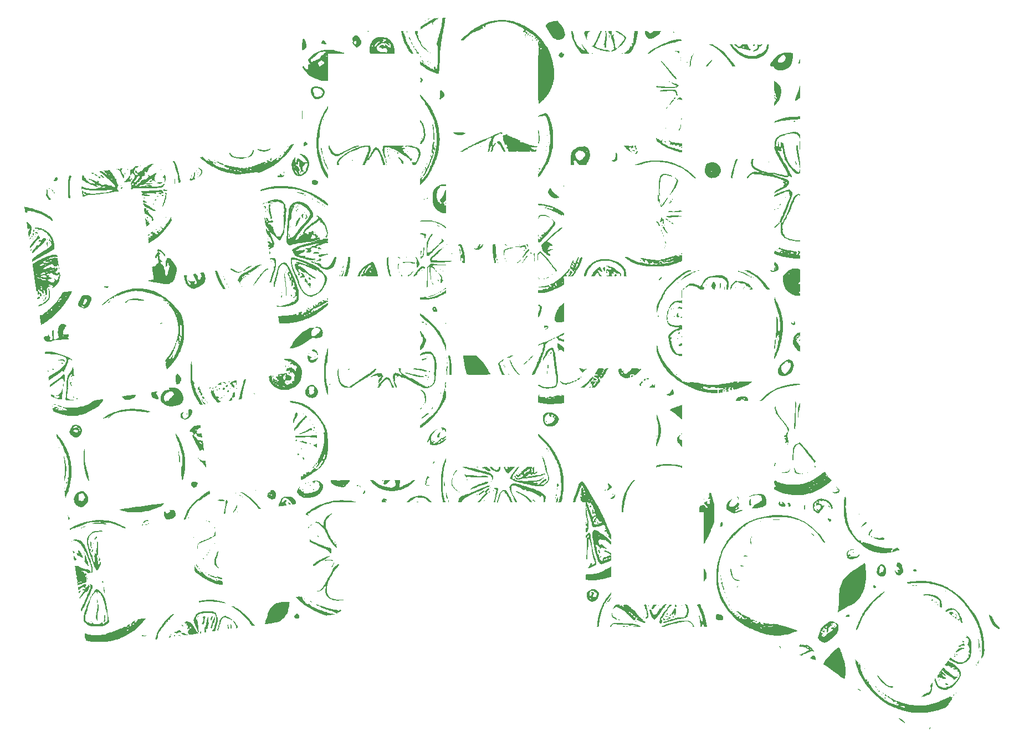
<source format=gto>
G04 #@! TF.GenerationSoftware,KiCad,Pcbnew,8.0.7-8.0.7-0~ubuntu24.04.1*
G04 #@! TF.CreationDate,2025-01-02T00:14:12+01:00*
G04 #@! TF.ProjectId,plate-final,706c6174-652d-4666-996e-616c2e6b6963,0.0.2*
G04 #@! TF.SameCoordinates,Original*
G04 #@! TF.FileFunction,Legend,Top*
G04 #@! TF.FilePolarity,Positive*
%FSLAX46Y46*%
G04 Gerber Fmt 4.6, Leading zero omitted, Abs format (unit mm)*
G04 Created by KiCad (PCBNEW 8.0.7-8.0.7-0~ubuntu24.04.1) date 2025-01-02 00:14:12*
%MOMM*%
%LPD*%
G01*
G04 APERTURE LIST*
%ADD10C,0.000000*%
%ADD11C,0.150000*%
G04 APERTURE END LIST*
D10*
G36*
X85682919Y-118993077D02*
G01*
X85657870Y-119018126D01*
X85632820Y-118993077D01*
X85657870Y-118968028D01*
X85682919Y-118993077D01*
G37*
G36*
X86284102Y-131116943D02*
G01*
X86259053Y-131141992D01*
X86234004Y-131116943D01*
X86259053Y-131091894D01*
X86284102Y-131116943D01*
G37*
G36*
X86935385Y-136477495D02*
G01*
X86910335Y-136502545D01*
X86885286Y-136477495D01*
X86910335Y-136452446D01*
X86935385Y-136477495D01*
G37*
G36*
X88939329Y-150805700D02*
G01*
X88914280Y-150830750D01*
X88889231Y-150805700D01*
X88914280Y-150780651D01*
X88939329Y-150805700D01*
G37*
G36*
X90542485Y-157468817D02*
G01*
X90517436Y-157493866D01*
X90492387Y-157468817D01*
X90517436Y-157443767D01*
X90542485Y-157468817D01*
G37*
G36*
X92546430Y-157719310D02*
G01*
X92521381Y-157744359D01*
X92496331Y-157719310D01*
X92521381Y-157694261D01*
X92546430Y-157719310D01*
G37*
G36*
X95101459Y-88533117D02*
G01*
X95076410Y-88558166D01*
X95051361Y-88533117D01*
X95076410Y-88508067D01*
X95101459Y-88533117D01*
G37*
G36*
X98708560Y-88032130D02*
G01*
X98683511Y-88057180D01*
X98658461Y-88032130D01*
X98683511Y-88007081D01*
X98708560Y-88032130D01*
G37*
G36*
X102115266Y-88583215D02*
G01*
X102090217Y-88608264D01*
X102065168Y-88583215D01*
X102090217Y-88558166D01*
X102115266Y-88583215D01*
G37*
G36*
X102165365Y-97250276D02*
G01*
X102140316Y-97275326D01*
X102115266Y-97250276D01*
X102140316Y-97225227D01*
X102165365Y-97250276D01*
G37*
G36*
X102616252Y-95897614D02*
G01*
X102591203Y-95922663D01*
X102566154Y-95897614D01*
X102591203Y-95872564D01*
X102616252Y-95897614D01*
G37*
G36*
X102716450Y-157869606D02*
G01*
X102691400Y-157894655D01*
X102666351Y-157869606D01*
X102691400Y-157844556D01*
X102716450Y-157869606D01*
G37*
G36*
X103017041Y-157569014D02*
G01*
X102991992Y-157594063D01*
X102966943Y-157569014D01*
X102991992Y-157543965D01*
X103017041Y-157569014D01*
G37*
G36*
X104019014Y-156567042D02*
G01*
X103993964Y-156592091D01*
X103968915Y-156567042D01*
X103993964Y-156541992D01*
X104019014Y-156567042D01*
G37*
G36*
X104169310Y-160023846D02*
G01*
X104144260Y-160048896D01*
X104119211Y-160023846D01*
X104144260Y-159998797D01*
X104169310Y-160023846D01*
G37*
G36*
X108728284Y-147749685D02*
G01*
X108703235Y-147774734D01*
X108678185Y-147749685D01*
X108703235Y-147724635D01*
X108728284Y-147749685D01*
G37*
G36*
X109379566Y-148701558D02*
G01*
X109354517Y-148726608D01*
X109329467Y-148701558D01*
X109354517Y-148676509D01*
X109379566Y-148701558D01*
G37*
G36*
X113136962Y-122249487D02*
G01*
X113111913Y-122274537D01*
X113086864Y-122249487D01*
X113111913Y-122224438D01*
X113136962Y-122249487D01*
G37*
G36*
X114138935Y-105817140D02*
G01*
X114113886Y-105842190D01*
X114088836Y-105817140D01*
X114113886Y-105792091D01*
X114138935Y-105817140D01*
G37*
G36*
X120351164Y-86228580D02*
G01*
X120326114Y-86253629D01*
X120301065Y-86228580D01*
X120326114Y-86203531D01*
X120351164Y-86228580D01*
G37*
G36*
X123757870Y-88432919D02*
G01*
X123732820Y-88457969D01*
X123707771Y-88432919D01*
X123732820Y-88407870D01*
X123757870Y-88432919D01*
G37*
G36*
X124759842Y-92941795D02*
G01*
X124734793Y-92966844D01*
X124709744Y-92941795D01*
X124734793Y-92916746D01*
X124759842Y-92941795D01*
G37*
G36*
X125110532Y-97350474D02*
G01*
X125085483Y-97375523D01*
X125060434Y-97350474D01*
X125085483Y-97325424D01*
X125110532Y-97350474D01*
G37*
G36*
X125310927Y-93242387D02*
G01*
X125285878Y-93267436D01*
X125260828Y-93242387D01*
X125285878Y-93217337D01*
X125310927Y-93242387D01*
G37*
G36*
X125361026Y-154913787D02*
G01*
X125335976Y-154938836D01*
X125310927Y-154913787D01*
X125335976Y-154888738D01*
X125361026Y-154913787D01*
G37*
G36*
X126262801Y-93843570D02*
G01*
X126237751Y-93868620D01*
X126212702Y-93843570D01*
X126237751Y-93818521D01*
X126262801Y-93843570D01*
G37*
G36*
X127314872Y-107871184D02*
G01*
X127289822Y-107896233D01*
X127264773Y-107871184D01*
X127289822Y-107846134D01*
X127314872Y-107871184D01*
G37*
G36*
X129970099Y-102009645D02*
G01*
X129945049Y-102034694D01*
X129920000Y-102009645D01*
X129945049Y-101984596D01*
X129970099Y-102009645D01*
G37*
G36*
X137585089Y-85827791D02*
G01*
X137560039Y-85852840D01*
X137534990Y-85827791D01*
X137560039Y-85802742D01*
X137585089Y-85827791D01*
G37*
G36*
X141492781Y-89484990D02*
G01*
X141467732Y-89510040D01*
X141442682Y-89484990D01*
X141467732Y-89459941D01*
X141492781Y-89484990D01*
G37*
G36*
X141592978Y-89334694D02*
G01*
X141567929Y-89359744D01*
X141542880Y-89334694D01*
X141567929Y-89309645D01*
X141592978Y-89334694D01*
G37*
G36*
X141743274Y-104013590D02*
G01*
X141718225Y-104038639D01*
X141693175Y-104013590D01*
X141718225Y-103988541D01*
X141743274Y-104013590D01*
G37*
G36*
X142194162Y-120846726D02*
G01*
X142169112Y-120871775D01*
X142144063Y-120846726D01*
X142169112Y-120821677D01*
X142194162Y-120846726D01*
G37*
G36*
X142795345Y-125706292D02*
G01*
X142770296Y-125731341D01*
X142745246Y-125706292D01*
X142770296Y-125681243D01*
X142795345Y-125706292D01*
G37*
G36*
X143095937Y-125405700D02*
G01*
X143070887Y-125430750D01*
X143045838Y-125405700D01*
X143070887Y-125380651D01*
X143095937Y-125405700D01*
G37*
G36*
X144047811Y-124754418D02*
G01*
X144022761Y-124779468D01*
X143997712Y-124754418D01*
X144022761Y-124729369D01*
X144047811Y-124754418D01*
G37*
G36*
X145099882Y-104314182D02*
G01*
X145074832Y-104339231D01*
X145049783Y-104314182D01*
X145074832Y-104289132D01*
X145099882Y-104314182D01*
G37*
G36*
X145099882Y-136076706D02*
G01*
X145074832Y-136101756D01*
X145049783Y-136076706D01*
X145074832Y-136051657D01*
X145099882Y-136076706D01*
G37*
G36*
X149558659Y-138882229D02*
G01*
X149533609Y-138907278D01*
X149508560Y-138882229D01*
X149533609Y-138857180D01*
X149558659Y-138882229D01*
G37*
G36*
X151412308Y-85877890D02*
G01*
X151387258Y-85902939D01*
X151362209Y-85877890D01*
X151387258Y-85852840D01*
X151412308Y-85877890D01*
G37*
G36*
X151512505Y-85777692D02*
G01*
X151487456Y-85802742D01*
X151462406Y-85777692D01*
X151487456Y-85752643D01*
X151512505Y-85777692D01*
G37*
G36*
X158927101Y-138331144D02*
G01*
X158902051Y-138356193D01*
X158877002Y-138331144D01*
X158902051Y-138306095D01*
X158927101Y-138331144D01*
G37*
G36*
X159227692Y-139483412D02*
G01*
X159202643Y-139508462D01*
X159177594Y-139483412D01*
X159202643Y-139458363D01*
X159227692Y-139483412D01*
G37*
G36*
X159578383Y-88132328D02*
G01*
X159553333Y-88157377D01*
X159528284Y-88132328D01*
X159553333Y-88107278D01*
X159578383Y-88132328D01*
G37*
G36*
X160981144Y-127109053D02*
G01*
X160956095Y-127134103D01*
X160931045Y-127109053D01*
X160956095Y-127084004D01*
X160981144Y-127109053D01*
G37*
G36*
X161131440Y-117840809D02*
G01*
X161106390Y-117865858D01*
X161081341Y-117840809D01*
X161106390Y-117815760D01*
X161131440Y-117840809D01*
G37*
G36*
X161582327Y-127058955D02*
G01*
X161557278Y-127084004D01*
X161532229Y-127058955D01*
X161557278Y-127033906D01*
X161582327Y-127058955D01*
G37*
G36*
X162684497Y-138230947D02*
G01*
X162659448Y-138255996D01*
X162634398Y-138230947D01*
X162659448Y-138205898D01*
X162684497Y-138230947D01*
G37*
G36*
X169297515Y-103512604D02*
G01*
X169272465Y-103537653D01*
X169247416Y-103512604D01*
X169272465Y-103487554D01*
X169297515Y-103512604D01*
G37*
G36*
X171151164Y-137980454D02*
G01*
X171126114Y-138005503D01*
X171101065Y-137980454D01*
X171126114Y-137955405D01*
X171151164Y-137980454D01*
G37*
G36*
X177563787Y-90537061D02*
G01*
X177538738Y-90562111D01*
X177513688Y-90537061D01*
X177538738Y-90512012D01*
X177563787Y-90537061D01*
G37*
G36*
X178265168Y-122700375D02*
G01*
X178240118Y-122725424D01*
X178215069Y-122700375D01*
X178240118Y-122675326D01*
X178265168Y-122700375D01*
G37*
G36*
X178916450Y-79415168D02*
G01*
X178891400Y-79440217D01*
X178866351Y-79415168D01*
X178891400Y-79390119D01*
X178916450Y-79415168D01*
G37*
G36*
X178966548Y-82270789D02*
G01*
X178941499Y-82295838D01*
X178916450Y-82270789D01*
X178941499Y-82245740D01*
X178966548Y-82270789D01*
G37*
G36*
X180369310Y-106418324D02*
G01*
X180344260Y-106443373D01*
X180319211Y-106418324D01*
X180344260Y-106393274D01*
X180369310Y-106418324D01*
G37*
G36*
X181421381Y-116287752D02*
G01*
X181396331Y-116312801D01*
X181371282Y-116287752D01*
X181396331Y-116262702D01*
X181421381Y-116287752D01*
G37*
G36*
X188635582Y-154563097D02*
G01*
X188610532Y-154588146D01*
X188585483Y-154563097D01*
X188610532Y-154538048D01*
X188635582Y-154563097D01*
G37*
G36*
X189487258Y-147749685D02*
G01*
X189462209Y-147774734D01*
X189437160Y-147749685D01*
X189462209Y-147724635D01*
X189487258Y-147749685D01*
G37*
G36*
X191641499Y-143140612D02*
G01*
X191616450Y-143165661D01*
X191591400Y-143140612D01*
X191616450Y-143115562D01*
X191641499Y-143140612D01*
G37*
G36*
X192092387Y-142840020D02*
G01*
X192067337Y-142865069D01*
X192042288Y-142840020D01*
X192067337Y-142814971D01*
X192092387Y-142840020D01*
G37*
G36*
X195899882Y-124654221D02*
G01*
X195874832Y-124679270D01*
X195849783Y-124654221D01*
X195874832Y-124629172D01*
X195899882Y-124654221D01*
G37*
G36*
X196000079Y-114534300D02*
G01*
X195975030Y-114559349D01*
X195949980Y-114534300D01*
X195975030Y-114509251D01*
X196000079Y-114534300D01*
G37*
G36*
X197503037Y-143741795D02*
G01*
X197477988Y-143766844D01*
X197452939Y-143741795D01*
X197477988Y-143716746D01*
X197503037Y-143741795D01*
G37*
G36*
X208023747Y-159122071D02*
G01*
X207998698Y-159147121D01*
X207973649Y-159122071D01*
X207998698Y-159097022D01*
X208023747Y-159122071D01*
G37*
G36*
X208624931Y-142138639D02*
G01*
X208599882Y-142163689D01*
X208574832Y-142138639D01*
X208599882Y-142113590D01*
X208624931Y-142138639D01*
G37*
G36*
X218644655Y-149553235D02*
G01*
X218619605Y-149578284D01*
X218594556Y-149553235D01*
X218619605Y-149528186D01*
X218644655Y-149553235D01*
G37*
G36*
X222151558Y-164582821D02*
G01*
X222126509Y-164607870D01*
X222101459Y-164582821D01*
X222126509Y-164557771D01*
X222151558Y-164582821D01*
G37*
G36*
X83161289Y-109165398D02*
G01*
X83154412Y-109195182D01*
X83127889Y-109198797D01*
X83086653Y-109180467D01*
X83094490Y-109165398D01*
X83153946Y-109159402D01*
X83161289Y-109165398D01*
G37*
G36*
X84513951Y-118884530D02*
G01*
X84519947Y-118943985D01*
X84513951Y-118951328D01*
X84484168Y-118944451D01*
X84480552Y-118917929D01*
X84498882Y-118876692D01*
X84513951Y-118884530D01*
G37*
G36*
X89974701Y-89226147D02*
G01*
X89967824Y-89255931D01*
X89941302Y-89259547D01*
X89900065Y-89241216D01*
X89907903Y-89226147D01*
X89967358Y-89220152D01*
X89974701Y-89226147D01*
G37*
G36*
X91076870Y-157159875D02*
G01*
X91069993Y-157189659D01*
X91043471Y-157193274D01*
X91002234Y-157174944D01*
X91010072Y-157159875D01*
X91069528Y-157153879D01*
X91076870Y-157159875D01*
G37*
G36*
X91978646Y-154103859D02*
G01*
X91984641Y-154163315D01*
X91978646Y-154170658D01*
X91948862Y-154163781D01*
X91945246Y-154137259D01*
X91963577Y-154096022D01*
X91978646Y-154103859D01*
G37*
G36*
X92429533Y-89276246D02*
G01*
X92422656Y-89306030D01*
X92396134Y-89309645D01*
X92354897Y-89291315D01*
X92362735Y-89276246D01*
X92422190Y-89270250D01*
X92429533Y-89276246D01*
G37*
G36*
X100194819Y-142581177D02*
G01*
X100200815Y-142640632D01*
X100194819Y-142647975D01*
X100165036Y-142641098D01*
X100161420Y-142614576D01*
X100179750Y-142573339D01*
X100194819Y-142581177D01*
G37*
G36*
X101999193Y-102075400D02*
G01*
X102005166Y-102153698D01*
X101995238Y-102171422D01*
X101972468Y-102156481D01*
X101968925Y-102105668D01*
X101981161Y-102052211D01*
X101999193Y-102075400D01*
G37*
G36*
X102248863Y-89125950D02*
G01*
X102241985Y-89155734D01*
X102215463Y-89159349D01*
X102174227Y-89141019D01*
X102182064Y-89125950D01*
X102241520Y-89119954D01*
X102248863Y-89125950D01*
G37*
G36*
X102749849Y-140877824D02*
G01*
X102755845Y-140937279D01*
X102749849Y-140944622D01*
X102720065Y-140937745D01*
X102716450Y-140911223D01*
X102734780Y-140869986D01*
X102749849Y-140877824D01*
G37*
G36*
X103501328Y-159364215D02*
G01*
X103507324Y-159423670D01*
X103501328Y-159431013D01*
X103471544Y-159424136D01*
X103467929Y-159397614D01*
X103486259Y-159356377D01*
X103501328Y-159364215D01*
G37*
G36*
X104954188Y-133312932D02*
G01*
X104960184Y-133372388D01*
X104954188Y-133379731D01*
X104924404Y-133372854D01*
X104920789Y-133346332D01*
X104939119Y-133305095D01*
X104954188Y-133312932D01*
G37*
G36*
X106557124Y-89046627D02*
G01*
X106563741Y-89149197D01*
X106557124Y-89171874D01*
X106538838Y-89178168D01*
X106531855Y-89109251D01*
X106539728Y-89038129D01*
X106557124Y-89046627D01*
G37*
G36*
X106657541Y-88725161D02*
G01*
X106663537Y-88784617D01*
X106657541Y-88791959D01*
X106627757Y-88785082D01*
X106624142Y-88758560D01*
X106642472Y-88717324D01*
X106657541Y-88725161D01*
G37*
G36*
X107562447Y-89730265D02*
G01*
X107547506Y-89753035D01*
X107496693Y-89756578D01*
X107443236Y-89744342D01*
X107466425Y-89726310D01*
X107544723Y-89720337D01*
X107562447Y-89730265D01*
G37*
G36*
X110164444Y-145486897D02*
G01*
X110170440Y-145546352D01*
X110164444Y-145553695D01*
X110134661Y-145546818D01*
X110131045Y-145520296D01*
X110149376Y-145479059D01*
X110164444Y-145486897D01*
G37*
G36*
X110969153Y-123596931D02*
G01*
X110954212Y-123619702D01*
X110903399Y-123623244D01*
X110849942Y-123611009D01*
X110873131Y-123592976D01*
X110951429Y-123587004D01*
X110969153Y-123596931D01*
G37*
G36*
X113323789Y-138075432D02*
G01*
X113308847Y-138098203D01*
X113258034Y-138101745D01*
X113204577Y-138089510D01*
X113227766Y-138071477D01*
X113306064Y-138065505D01*
X113323789Y-138075432D01*
G37*
G36*
X113721446Y-121038771D02*
G01*
X113727442Y-121098226D01*
X113721446Y-121105569D01*
X113691663Y-121098692D01*
X113688047Y-121072170D01*
X113706378Y-121030933D01*
X113721446Y-121038771D01*
G37*
G36*
X114723419Y-103454155D02*
G01*
X114716542Y-103483939D01*
X114690020Y-103487554D01*
X114648783Y-103469224D01*
X114656621Y-103454155D01*
X114716076Y-103448160D01*
X114723419Y-103454155D01*
G37*
G36*
X116079213Y-106212711D02*
G01*
X116064271Y-106235481D01*
X116013458Y-106239023D01*
X115960001Y-106226788D01*
X115983190Y-106208755D01*
X116061488Y-106202783D01*
X116079213Y-106212711D01*
G37*
G36*
X118581012Y-104005240D02*
G01*
X118587008Y-104064696D01*
X118581012Y-104072038D01*
X118551229Y-104065161D01*
X118547613Y-104038639D01*
X118565944Y-103997402D01*
X118581012Y-104005240D01*
G37*
G36*
X120334464Y-106860861D02*
G01*
X120327587Y-106890645D01*
X120301065Y-106894261D01*
X120259828Y-106875930D01*
X120267666Y-106860861D01*
X120327121Y-106854866D01*
X120334464Y-106860861D01*
G37*
G36*
X120985746Y-85368554D02*
G01*
X120978869Y-85398337D01*
X120952347Y-85401953D01*
X120911110Y-85383623D01*
X120918948Y-85368554D01*
X120978403Y-85362558D01*
X120985746Y-85368554D01*
G37*
G36*
X121186141Y-121138968D02*
G01*
X121179264Y-121168752D01*
X121152742Y-121172367D01*
X121111505Y-121154037D01*
X121119342Y-121138968D01*
X121178798Y-121132972D01*
X121186141Y-121138968D01*
G37*
G36*
X121436634Y-106610368D02*
G01*
X121442630Y-106669824D01*
X121436634Y-106677167D01*
X121406850Y-106670290D01*
X121403235Y-106643767D01*
X121421565Y-106602531D01*
X121436634Y-106610368D01*
G37*
G36*
X121637852Y-97265932D02*
G01*
X121643825Y-97344230D01*
X121633897Y-97361954D01*
X121611127Y-97347013D01*
X121607584Y-97296200D01*
X121619819Y-97242743D01*
X121637852Y-97265932D01*
G37*
G36*
X122339233Y-95813072D02*
G01*
X122345205Y-95891370D01*
X122335278Y-95909095D01*
X122312507Y-95894153D01*
X122308965Y-95843340D01*
X122321200Y-95789883D01*
X122339233Y-95813072D01*
G37*
G36*
X123490677Y-100698731D02*
G01*
X123483800Y-100728515D01*
X123457278Y-100732130D01*
X123416041Y-100713800D01*
X123423879Y-100698731D01*
X123483334Y-100692735D01*
X123490677Y-100698731D01*
G37*
G36*
X124091861Y-103754747D02*
G01*
X124084984Y-103784531D01*
X124058461Y-103788146D01*
X124017225Y-103769816D01*
X124025062Y-103754747D01*
X124084518Y-103748751D01*
X124091861Y-103754747D01*
G37*
G36*
X124342354Y-95338179D02*
G01*
X124348349Y-95397634D01*
X124342354Y-95404977D01*
X124312570Y-95398100D01*
X124308955Y-95371578D01*
X124327285Y-95330341D01*
X124342354Y-95338179D01*
G37*
G36*
X125394425Y-98143702D02*
G01*
X125400420Y-98203157D01*
X125394425Y-98210500D01*
X125364641Y-98203623D01*
X125361026Y-98177101D01*
X125379356Y-98135864D01*
X125394425Y-98143702D01*
G37*
G36*
X125494402Y-128323945D02*
G01*
X125501019Y-128426514D01*
X125494402Y-128449192D01*
X125476117Y-128455485D01*
X125469133Y-128386568D01*
X125477006Y-128315447D01*
X125494402Y-128323945D01*
G37*
G36*
X125594819Y-93384333D02*
G01*
X125587942Y-93414116D01*
X125561420Y-93417732D01*
X125520183Y-93399402D01*
X125528021Y-93384333D01*
X125587476Y-93378337D01*
X125594819Y-93384333D01*
G37*
G36*
X126446496Y-82312538D02*
G01*
X126439619Y-82342322D01*
X126413097Y-82345937D01*
X126371860Y-82327607D01*
X126379697Y-82312538D01*
X126439153Y-82306542D01*
X126446496Y-82312538D01*
G37*
G36*
X136315924Y-87823386D02*
G01*
X136321919Y-87882841D01*
X136315924Y-87890184D01*
X136286140Y-87883307D01*
X136282525Y-87856785D01*
X136300855Y-87815548D01*
X136315924Y-87823386D01*
G37*
G36*
X136816910Y-86821414D02*
G01*
X136810033Y-86851197D01*
X136783511Y-86854813D01*
X136742274Y-86836483D01*
X136750112Y-86821414D01*
X136809567Y-86815418D01*
X136816910Y-86821414D01*
G37*
G36*
X138069375Y-121940546D02*
G01*
X138062498Y-121970329D01*
X138035976Y-121973945D01*
X137994739Y-121955615D01*
X138002577Y-121940546D01*
X138062033Y-121934550D01*
X138069375Y-121940546D01*
G37*
G36*
X138269770Y-104255733D02*
G01*
X138275766Y-104315189D01*
X138269770Y-104322531D01*
X138239986Y-104315654D01*
X138236371Y-104289132D01*
X138254701Y-104247895D01*
X138269770Y-104255733D01*
G37*
G36*
X138369967Y-104406029D02*
G01*
X138375963Y-104465484D01*
X138369967Y-104472827D01*
X138340183Y-104465950D01*
X138336568Y-104439428D01*
X138354898Y-104398191D01*
X138369967Y-104406029D01*
G37*
G36*
X139071348Y-87873485D02*
G01*
X139064471Y-87903268D01*
X139037949Y-87906884D01*
X138996712Y-87888554D01*
X139004550Y-87873485D01*
X139064005Y-87867489D01*
X139071348Y-87873485D01*
G37*
G36*
X139371939Y-102001295D02*
G01*
X139365062Y-102031079D01*
X139338540Y-102034694D01*
X139297304Y-102016364D01*
X139305141Y-102001295D01*
X139364597Y-101995300D01*
X139371939Y-102001295D01*
G37*
G36*
X140424010Y-102452183D02*
G01*
X140417133Y-102481967D01*
X140390611Y-102485582D01*
X140349375Y-102467252D01*
X140357212Y-102452183D01*
X140416668Y-102446187D01*
X140424010Y-102452183D01*
G37*
G36*
X140524208Y-103955142D02*
G01*
X140530204Y-104014597D01*
X140524208Y-104021940D01*
X140494424Y-104015063D01*
X140490809Y-103988541D01*
X140509139Y-103947304D01*
X140524208Y-103955142D01*
G37*
G36*
X140574306Y-102602479D02*
G01*
X140580302Y-102661934D01*
X140574306Y-102669277D01*
X140544523Y-102662400D01*
X140540907Y-102635878D01*
X140559238Y-102594641D01*
X140574306Y-102602479D01*
G37*
G36*
X141826772Y-124695970D02*
G01*
X141832768Y-124755425D01*
X141826772Y-124762768D01*
X141796988Y-124755891D01*
X141793373Y-124729369D01*
X141811703Y-124688132D01*
X141826772Y-124695970D01*
G37*
G36*
X141977068Y-124495575D02*
G01*
X141983063Y-124555031D01*
X141977068Y-124562374D01*
X141947284Y-124555497D01*
X141943669Y-124528975D01*
X141961999Y-124487738D01*
X141977068Y-124495575D01*
G37*
G36*
X142380988Y-72245847D02*
G01*
X142366046Y-72268617D01*
X142315233Y-72272159D01*
X142261776Y-72259924D01*
X142284965Y-72241892D01*
X142363264Y-72235919D01*
X142380988Y-72245847D01*
G37*
G36*
X142628350Y-120688080D02*
G01*
X142621473Y-120717864D01*
X142594951Y-120721479D01*
X142553714Y-120703149D01*
X142561552Y-120688080D01*
X142621007Y-120682085D01*
X142628350Y-120688080D01*
G37*
G36*
X142928941Y-125497548D02*
G01*
X142934937Y-125557003D01*
X142928941Y-125564346D01*
X142899158Y-125557469D01*
X142895542Y-125530947D01*
X142913873Y-125489710D01*
X142928941Y-125497548D01*
G37*
G36*
X143930914Y-103704648D02*
G01*
X143924037Y-103734432D01*
X143897515Y-103738048D01*
X143856278Y-103719717D01*
X143864116Y-103704648D01*
X143923571Y-103698653D01*
X143930914Y-103704648D01*
G37*
G36*
X145083182Y-100348041D02*
G01*
X145089178Y-100407496D01*
X145083182Y-100414839D01*
X145053398Y-100407962D01*
X145049783Y-100381440D01*
X145068113Y-100340203D01*
X145083182Y-100348041D01*
G37*
G36*
X147588113Y-102852972D02*
G01*
X147594109Y-102912427D01*
X147588113Y-102919770D01*
X147558329Y-102912893D01*
X147554714Y-102886371D01*
X147573044Y-102845134D01*
X147588113Y-102852972D01*
G37*
G36*
X150744326Y-85067962D02*
G01*
X150737449Y-85097746D01*
X150710927Y-85101361D01*
X150669690Y-85083031D01*
X150677528Y-85067962D01*
X150736983Y-85061966D01*
X150744326Y-85067962D01*
G37*
G36*
X151545904Y-139475063D02*
G01*
X151539027Y-139504846D01*
X151512505Y-139508462D01*
X151471268Y-139490131D01*
X151479106Y-139475063D01*
X151538561Y-139469067D01*
X151545904Y-139475063D01*
G37*
G36*
X154100934Y-118183149D02*
G01*
X154106929Y-118242605D01*
X154100934Y-118249948D01*
X154071150Y-118243071D01*
X154067534Y-118216549D01*
X154085865Y-118175312D01*
X154100934Y-118183149D01*
G37*
G36*
X158409415Y-138022203D02*
G01*
X158402538Y-138051986D01*
X158376016Y-138055602D01*
X158334779Y-138037271D01*
X158342617Y-138022203D01*
X158402072Y-138016207D01*
X158409415Y-138022203D01*
G37*
G36*
X159511584Y-88825359D02*
G01*
X159517580Y-88884814D01*
X159511584Y-88892157D01*
X159481801Y-88885280D01*
X159478185Y-88858758D01*
X159496516Y-88817521D01*
X159511584Y-88825359D01*
G37*
G36*
X159962472Y-87973682D02*
G01*
X159968468Y-88033137D01*
X159962472Y-88040480D01*
X159932688Y-88033603D01*
X159929073Y-88007081D01*
X159947403Y-87965844D01*
X159962472Y-87973682D01*
G37*
G36*
X160814149Y-123193011D02*
G01*
X160820144Y-123252467D01*
X160814149Y-123259810D01*
X160784365Y-123252932D01*
X160780749Y-123226410D01*
X160799080Y-123185174D01*
X160814149Y-123193011D01*
G37*
G36*
X160864247Y-83314510D02*
G01*
X160870243Y-83373966D01*
X160864247Y-83381309D01*
X160834464Y-83374432D01*
X160830848Y-83347909D01*
X160849178Y-83306673D01*
X160864247Y-83314510D01*
G37*
G36*
X161114740Y-84416680D02*
G01*
X161120736Y-84476135D01*
X161114740Y-84483478D01*
X161084957Y-84476601D01*
X161081341Y-84450079D01*
X161099671Y-84408842D01*
X161114740Y-84416680D01*
G37*
G36*
X161665825Y-104606424D02*
G01*
X161658948Y-104636207D01*
X161632426Y-104639823D01*
X161591189Y-104621492D01*
X161599027Y-104606424D01*
X161658482Y-104600428D01*
X161665825Y-104606424D01*
G37*
G36*
X166074504Y-69286897D02*
G01*
X166080499Y-69346352D01*
X166074504Y-69353695D01*
X166044720Y-69346818D01*
X166041104Y-69320296D01*
X166059435Y-69279059D01*
X166074504Y-69286897D01*
G37*
G36*
X169584538Y-104910146D02*
G01*
X169569597Y-104932917D01*
X169518784Y-104936459D01*
X169465327Y-104924224D01*
X169488516Y-104906191D01*
X169566814Y-104900219D01*
X169584538Y-104910146D01*
G37*
G36*
X172337655Y-104480133D02*
G01*
X172343627Y-104558431D01*
X172333700Y-104576156D01*
X172310929Y-104561214D01*
X172307387Y-104510401D01*
X172319622Y-104456944D01*
X172337655Y-104480133D01*
G37*
G36*
X177546868Y-114647022D02*
G01*
X177553485Y-114749591D01*
X177546868Y-114772268D01*
X177528582Y-114778562D01*
X177521599Y-114709645D01*
X177529472Y-114638524D01*
X177546868Y-114647022D01*
G37*
G36*
X177547911Y-129278950D02*
G01*
X177553884Y-129357248D01*
X177543956Y-129374972D01*
X177521186Y-129360031D01*
X177517643Y-129309218D01*
X177529879Y-129255761D01*
X177547911Y-129278950D01*
G37*
G36*
X178098172Y-80458889D02*
G01*
X178104168Y-80518344D01*
X178098172Y-80525687D01*
X178068389Y-80518810D01*
X178064773Y-80492288D01*
X178083103Y-80451051D01*
X178098172Y-80458889D01*
G37*
G36*
X178348665Y-155105832D02*
G01*
X178354661Y-155165287D01*
X178348665Y-155172630D01*
X178318882Y-155165753D01*
X178315266Y-155139231D01*
X178333596Y-155097994D01*
X178348665Y-155105832D01*
G37*
G36*
X178448863Y-109265595D02*
G01*
X178454858Y-109325051D01*
X178448863Y-109332393D01*
X178419079Y-109325516D01*
X178415463Y-109298994D01*
X178433794Y-109257757D01*
X178448863Y-109265595D01*
G37*
G36*
X178449687Y-93308141D02*
G01*
X178455659Y-93386439D01*
X178445731Y-93404164D01*
X178422961Y-93389222D01*
X178419419Y-93338409D01*
X178431654Y-93284952D01*
X178449687Y-93308141D01*
G37*
G36*
X178498961Y-100949224D02*
G01*
X178492084Y-100979008D01*
X178465562Y-100982623D01*
X178424325Y-100964293D01*
X178432163Y-100949224D01*
X178491618Y-100943229D01*
X178498961Y-100949224D01*
G37*
G36*
X178498961Y-158011552D02*
G01*
X178492084Y-158041335D01*
X178465562Y-158044951D01*
X178424325Y-158026621D01*
X178432163Y-158011552D01*
X178491618Y-158005556D01*
X178498961Y-158011552D01*
G37*
G36*
X178599158Y-93033643D02*
G01*
X178605154Y-93093098D01*
X178599158Y-93100441D01*
X178569375Y-93093564D01*
X178565759Y-93067042D01*
X178584090Y-93025805D01*
X178599158Y-93033643D01*
G37*
G36*
X178949849Y-83965792D02*
G01*
X178942972Y-83995576D01*
X178916450Y-83999192D01*
X178875213Y-83980861D01*
X178883051Y-83965792D01*
X178942506Y-83959797D01*
X178949849Y-83965792D01*
G37*
G36*
X179453966Y-82566162D02*
G01*
X179439025Y-82588933D01*
X179388212Y-82592475D01*
X179334755Y-82580240D01*
X179357944Y-82562207D01*
X179436242Y-82556235D01*
X179453966Y-82566162D01*
G37*
G36*
X179780651Y-82713547D02*
G01*
X179786944Y-82731832D01*
X179718028Y-82738816D01*
X179646906Y-82730943D01*
X179655404Y-82713547D01*
X179757973Y-82706930D01*
X179780651Y-82713547D01*
G37*
G36*
X180102117Y-85017863D02*
G01*
X180108113Y-85077319D01*
X180102117Y-85084662D01*
X180072333Y-85077785D01*
X180068718Y-85051263D01*
X180087048Y-85010026D01*
X180102117Y-85017863D01*
G37*
G36*
X180202314Y-109866779D02*
G01*
X180195437Y-109896562D01*
X180168915Y-109900178D01*
X180127678Y-109881847D01*
X180135516Y-109866779D01*
X180194971Y-109860783D01*
X180202314Y-109866779D01*
G37*
G36*
X180202314Y-128002479D02*
G01*
X180208310Y-128061934D01*
X180202314Y-128069277D01*
X180172531Y-128062400D01*
X180168915Y-128035878D01*
X180187245Y-127994641D01*
X180202314Y-128002479D01*
G37*
G36*
X181104089Y-85368554D02*
G01*
X181097212Y-85398337D01*
X181070690Y-85401953D01*
X181029453Y-85383623D01*
X181037291Y-85368554D01*
X181096747Y-85362558D01*
X181104089Y-85368554D01*
G37*
G36*
X181255209Y-71465143D02*
G01*
X181261182Y-71543441D01*
X181251254Y-71561166D01*
X181228484Y-71546224D01*
X181224941Y-71495411D01*
X181237176Y-71441954D01*
X181255209Y-71465143D01*
G37*
G36*
X183609020Y-155105832D02*
G01*
X183602143Y-155135615D01*
X183575621Y-155139231D01*
X183534384Y-155120901D01*
X183542222Y-155105832D01*
X183601677Y-155099836D01*
X183609020Y-155105832D01*
G37*
G36*
X186514740Y-145536996D02*
G01*
X186520736Y-145596451D01*
X186514740Y-145603794D01*
X186484957Y-145596917D01*
X186481341Y-145570395D01*
X186499671Y-145529158D01*
X186514740Y-145536996D01*
G37*
G36*
X193481579Y-142383914D02*
G01*
X193466638Y-142406684D01*
X193415825Y-142410226D01*
X193362368Y-142397991D01*
X193385557Y-142379959D01*
X193463855Y-142373986D01*
X193481579Y-142383914D01*
G37*
G36*
X194182960Y-142233618D02*
G01*
X194168019Y-142256388D01*
X194117206Y-142259931D01*
X194063749Y-142247696D01*
X194086938Y-142229663D01*
X194165236Y-142223690D01*
X194182960Y-142233618D01*
G37*
G36*
X194730914Y-142180388D02*
G01*
X194724037Y-142210172D01*
X194697515Y-142213787D01*
X194656278Y-142195457D01*
X194664116Y-142180388D01*
X194723571Y-142174392D01*
X194730914Y-142180388D01*
G37*
G36*
X197285943Y-92833248D02*
G01*
X197279066Y-92863032D01*
X197252544Y-92866647D01*
X197211307Y-92848317D01*
X197219145Y-92833248D01*
X197278601Y-92827252D01*
X197285943Y-92833248D01*
G37*
G36*
X197736831Y-92632854D02*
G01*
X197729954Y-92662637D01*
X197703432Y-92666253D01*
X197662195Y-92647922D01*
X197670033Y-92632854D01*
X197729488Y-92626858D01*
X197736831Y-92632854D01*
G37*
G36*
X197837028Y-143833643D02*
G01*
X197830151Y-143863426D01*
X197803629Y-143867042D01*
X197762392Y-143848711D01*
X197770230Y-143833643D01*
X197829685Y-143827647D01*
X197837028Y-143833643D01*
G37*
G36*
X198190850Y-143936971D02*
G01*
X198175908Y-143959741D01*
X198125095Y-143963284D01*
X198071638Y-143951049D01*
X198094827Y-143933016D01*
X198173125Y-143927043D01*
X198190850Y-143936971D01*
G37*
G36*
X198638386Y-85339330D02*
G01*
X198645003Y-85441899D01*
X198638386Y-85464576D01*
X198620101Y-85470870D01*
X198613117Y-85401953D01*
X198620990Y-85330831D01*
X198638386Y-85339330D01*
G37*
G36*
X200943143Y-134815891D02*
G01*
X200936266Y-134845675D01*
X200909744Y-134849290D01*
X200868507Y-134830960D01*
X200876344Y-134815891D01*
X200935800Y-134809895D01*
X200943143Y-134815891D01*
G37*
G36*
X209259513Y-164574471D02*
G01*
X209265509Y-164633926D01*
X209259513Y-164641269D01*
X209229730Y-164634392D01*
X209226114Y-164607870D01*
X209244445Y-164566633D01*
X209259513Y-164574471D01*
G37*
G36*
X209560929Y-165400054D02*
G01*
X209566902Y-165478353D01*
X209556974Y-165496077D01*
X209534204Y-165481135D01*
X209530661Y-165430322D01*
X209542896Y-165376865D01*
X209560929Y-165400054D01*
G37*
G36*
X209661126Y-165700646D02*
G01*
X209667099Y-165778944D01*
X209657171Y-165796668D01*
X209634401Y-165781727D01*
X209630858Y-165730914D01*
X209643094Y-165677457D01*
X209661126Y-165700646D01*
G37*
G36*
X212215332Y-169183544D02*
G01*
X212221328Y-169242999D01*
X212215332Y-169250342D01*
X212185548Y-169243465D01*
X212181933Y-169216943D01*
X212200263Y-169175706D01*
X212215332Y-169183544D01*
G37*
G36*
X221734070Y-153051788D02*
G01*
X221727193Y-153081572D01*
X221700671Y-153085188D01*
X221659434Y-153066857D01*
X221667271Y-153051788D01*
X221726727Y-153045793D01*
X221734070Y-153051788D01*
G37*
G36*
X223587719Y-165927134D02*
G01*
X223593714Y-165986589D01*
X223587719Y-165993932D01*
X223557935Y-165987055D01*
X223554319Y-165960533D01*
X223572650Y-165919296D01*
X223587719Y-165927134D01*
G37*
G36*
X226242726Y-158783906D02*
G01*
X226249343Y-158886475D01*
X226242726Y-158909152D01*
X226224440Y-158915446D01*
X226217457Y-158846529D01*
X226225330Y-158775407D01*
X226242726Y-158783906D01*
G37*
G36*
X226593636Y-163372104D02*
G01*
X226599632Y-163431559D01*
X226593636Y-163438902D01*
X226563852Y-163432025D01*
X226560237Y-163405503D01*
X226578567Y-163364266D01*
X226593636Y-163372104D01*
G37*
G36*
X83771769Y-108257097D02*
G01*
X83743912Y-108302222D01*
X83681132Y-108326883D01*
X83658762Y-108304849D01*
X83663192Y-108236989D01*
X83681490Y-108220319D01*
X83752613Y-108208634D01*
X83771769Y-108257097D01*
G37*
G36*
X88367739Y-120533979D02*
G01*
X88354240Y-120579344D01*
X88314307Y-120620277D01*
X88251314Y-120652585D01*
X88237949Y-120630373D01*
X88269252Y-120564740D01*
X88331449Y-120526146D01*
X88367739Y-120533979D01*
G37*
G36*
X99998239Y-142725899D02*
G01*
X99992578Y-142755800D01*
X99937581Y-142782373D01*
X99856966Y-142781839D01*
X99834427Y-142762684D01*
X99850919Y-142724933D01*
X99907970Y-142714773D01*
X99998239Y-142725899D01*
G37*
G36*
X100721235Y-93807212D02*
G01*
X100742219Y-93864722D01*
X100696386Y-93892893D01*
X100617092Y-93871576D01*
X100578936Y-93826188D01*
X100611324Y-93794079D01*
X100695276Y-93789885D01*
X100721235Y-93807212D01*
G37*
G36*
X101340342Y-92648751D02*
G01*
X101408576Y-92687931D01*
X101379420Y-92711669D01*
X101310732Y-92716351D01*
X101240882Y-92697855D01*
X101237188Y-92668441D01*
X101302361Y-92641148D01*
X101340342Y-92648751D01*
G37*
G36*
X107001207Y-149137072D02*
G01*
X106986173Y-149174339D01*
X106939419Y-149199324D01*
X106880890Y-149214577D01*
X106904901Y-149177877D01*
X106911374Y-149171279D01*
X106977059Y-149131707D01*
X107001207Y-149137072D01*
G37*
G36*
X108874062Y-124088520D02*
G01*
X108867921Y-124135112D01*
X108840328Y-124172824D01*
X108807588Y-124134910D01*
X108789204Y-124061155D01*
X108798415Y-124041355D01*
X108847942Y-124033128D01*
X108874062Y-124088520D01*
G37*
G36*
X108879397Y-147449598D02*
G01*
X108908297Y-147509638D01*
X108901490Y-147527703D01*
X108853127Y-147572125D01*
X108829461Y-147521529D01*
X108828481Y-147496235D01*
X108853130Y-147444636D01*
X108879397Y-147449598D01*
G37*
G36*
X113989456Y-106018040D02*
G01*
X114018357Y-106078080D01*
X114011549Y-106096144D01*
X113963186Y-106140567D01*
X113939520Y-106089971D01*
X113938540Y-106064677D01*
X113963189Y-106013077D01*
X113989456Y-106018040D01*
G37*
G36*
X114296832Y-138641648D02*
G01*
X114339329Y-138681835D01*
X114382128Y-138746080D01*
X114352953Y-138745367D01*
X114261232Y-138683428D01*
X114207918Y-138628591D01*
X114220473Y-138608280D01*
X114296832Y-138641648D01*
G37*
G36*
X122640405Y-86530745D02*
G01*
X122611818Y-86567581D01*
X122569695Y-86599240D01*
X122580207Y-86549040D01*
X122583773Y-86539536D01*
X122623461Y-86478188D01*
X122646025Y-86477747D01*
X122640405Y-86530745D01*
G37*
G36*
X122756715Y-94094568D02*
G01*
X122785615Y-94154609D01*
X122778807Y-94172673D01*
X122730444Y-94217096D01*
X122706779Y-94166499D01*
X122705799Y-94141205D01*
X122730447Y-94089606D01*
X122756715Y-94094568D01*
G37*
G36*
X124655127Y-126894043D02*
G01*
X124648986Y-126940634D01*
X124621393Y-126978346D01*
X124588653Y-126940432D01*
X124570269Y-126866678D01*
X124579480Y-126846877D01*
X124629007Y-126838650D01*
X124655127Y-126894043D01*
G37*
G36*
X124694145Y-136880396D02*
G01*
X124674982Y-136921395D01*
X124593469Y-136950480D01*
X124537643Y-136908583D01*
X124550714Y-136855329D01*
X124583180Y-136835623D01*
X124660237Y-136835284D01*
X124694145Y-136880396D01*
G37*
G36*
X125013797Y-93044132D02*
G01*
X125058220Y-93092495D01*
X125007623Y-93116160D01*
X124982329Y-93117140D01*
X124930730Y-93092491D01*
X124935692Y-93066224D01*
X124995733Y-93037324D01*
X125013797Y-93044132D01*
G37*
G36*
X126413914Y-76860643D02*
G01*
X126442814Y-76920684D01*
X126436006Y-76938748D01*
X126387643Y-76983171D01*
X126363978Y-76932574D01*
X126362998Y-76907280D01*
X126387647Y-76855681D01*
X126413914Y-76860643D01*
G37*
G36*
X139482017Y-67489949D02*
G01*
X139479469Y-67599838D01*
X139462563Y-67742190D01*
X139423163Y-67598507D01*
X139403334Y-67487832D01*
X139411250Y-67427336D01*
X139457641Y-67418844D01*
X139482017Y-67489949D01*
G37*
G36*
X141777263Y-83777902D02*
G01*
X141768514Y-83837991D01*
X141702569Y-83887513D01*
X141651464Y-83865709D01*
X141643077Y-83828021D01*
X141683414Y-83759008D01*
X141722400Y-83748698D01*
X141777263Y-83777902D01*
G37*
G36*
X142089446Y-93127574D02*
G01*
X142083306Y-93174165D01*
X142055713Y-93211877D01*
X142022972Y-93173963D01*
X142004589Y-93100208D01*
X142013800Y-93080408D01*
X142063326Y-93072181D01*
X142089446Y-93127574D01*
G37*
G36*
X144282194Y-107374351D02*
G01*
X144273445Y-107434440D01*
X144207500Y-107483963D01*
X144156395Y-107462159D01*
X144148008Y-107424471D01*
X144188345Y-107355458D01*
X144227331Y-107345148D01*
X144282194Y-107374351D01*
G37*
G36*
X146259524Y-101326283D02*
G01*
X146289064Y-101462894D01*
X146278864Y-101521627D01*
X146235450Y-101500309D01*
X146213141Y-101431031D01*
X146206570Y-101312439D01*
X146211088Y-101157969D01*
X146259524Y-101326283D01*
G37*
G36*
X152660255Y-137665246D02*
G01*
X152654115Y-137711837D01*
X152626522Y-137749549D01*
X152593781Y-137711635D01*
X152575398Y-137637881D01*
X152584609Y-137618081D01*
X152634135Y-137609854D01*
X152660255Y-137665246D01*
G37*
G36*
X154261373Y-118435617D02*
G01*
X154257611Y-118525363D01*
X154239197Y-118642387D01*
X154198890Y-118525889D01*
X154178650Y-118426055D01*
X154188207Y-118379768D01*
X154236338Y-118369649D01*
X154261373Y-118435617D01*
G37*
G36*
X157608938Y-67994795D02*
G01*
X157589775Y-68035793D01*
X157508262Y-68064878D01*
X157452436Y-68022982D01*
X157465506Y-67969728D01*
X157497973Y-67950022D01*
X157575030Y-67949683D01*
X157608938Y-67994795D01*
G37*
G36*
X158635239Y-68757902D02*
G01*
X158656223Y-68815412D01*
X158610390Y-68843584D01*
X158531096Y-68822267D01*
X158492940Y-68776878D01*
X158525328Y-68744770D01*
X158609280Y-68740576D01*
X158635239Y-68757902D01*
G37*
G36*
X160164271Y-87683013D02*
G01*
X160135684Y-87719849D01*
X160093561Y-87751508D01*
X160104073Y-87701309D01*
X160107639Y-87691804D01*
X160147327Y-87630456D01*
X160169891Y-87630016D01*
X160164271Y-87683013D01*
G37*
G36*
X161026724Y-131603313D02*
G01*
X161020584Y-131649904D01*
X160992991Y-131687616D01*
X160960250Y-131649702D01*
X160941867Y-131575948D01*
X160951078Y-131556148D01*
X161000604Y-131547921D01*
X161026724Y-131603313D01*
G37*
G36*
X164237554Y-104460303D02*
G01*
X164197217Y-104529316D01*
X164158231Y-104539625D01*
X164099802Y-104510496D01*
X164098739Y-104480133D01*
X164148605Y-104413975D01*
X164208636Y-104405563D01*
X164237554Y-104460303D01*
G37*
G36*
X173459162Y-157270562D02*
G01*
X173503584Y-157318925D01*
X173452988Y-157342590D01*
X173427694Y-157343570D01*
X173376095Y-157318921D01*
X173381057Y-157292654D01*
X173441098Y-157263754D01*
X173459162Y-157270562D01*
G37*
G36*
X177920544Y-155168030D02*
G01*
X177942914Y-155223040D01*
X177903636Y-155277973D01*
X177862994Y-155289527D01*
X177837918Y-155252707D01*
X177846151Y-155214667D01*
X177893694Y-155164050D01*
X177920544Y-155168030D01*
G37*
G36*
X179863805Y-109910611D02*
G01*
X179857665Y-109957202D01*
X179830072Y-109994914D01*
X179797331Y-109957000D01*
X179778948Y-109883246D01*
X179788159Y-109863446D01*
X179837685Y-109855219D01*
X179863805Y-109910611D01*
G37*
G36*
X188356498Y-153969102D02*
G01*
X188345694Y-154033403D01*
X188292632Y-154076230D01*
X188242740Y-154061727D01*
X188242533Y-154015136D01*
X188282054Y-153944553D01*
X188309941Y-153934218D01*
X188356498Y-153969102D01*
G37*
G36*
X195683377Y-94649302D02*
G01*
X195674629Y-94709391D01*
X195608683Y-94758914D01*
X195557579Y-94737110D01*
X195549191Y-94699422D01*
X195589528Y-94630409D01*
X195628514Y-94620099D01*
X195683377Y-94649302D01*
G37*
G36*
X196016288Y-100852405D02*
G01*
X196018339Y-100931082D01*
X195975753Y-100964896D01*
X195922738Y-100928977D01*
X195920860Y-100848969D01*
X195937673Y-100824595D01*
X195991817Y-100813411D01*
X196016288Y-100852405D01*
G37*
G36*
X196134014Y-94509514D02*
G01*
X196150375Y-94549641D01*
X196113431Y-94607696D01*
X196037382Y-94616514D01*
X195978550Y-94575696D01*
X195996237Y-94529999D01*
X196050741Y-94505238D01*
X196134014Y-94509514D01*
G37*
G36*
X203103450Y-159791554D02*
G01*
X203092387Y-159882303D01*
X203072423Y-159910200D01*
X203039598Y-159923201D01*
X203049149Y-159849785D01*
X203050518Y-159844485D01*
X203080229Y-159777332D01*
X203103450Y-159791554D01*
G37*
G36*
X208531664Y-141246875D02*
G01*
X208573827Y-141285752D01*
X208618468Y-141350597D01*
X208588693Y-141350178D01*
X208526185Y-141313969D01*
X208477465Y-141261126D01*
X208481471Y-141238377D01*
X208531664Y-141246875D01*
G37*
G36*
X212038080Y-168847457D02*
G01*
X212076675Y-168909654D01*
X212068842Y-168945944D01*
X212023476Y-168932445D01*
X211982543Y-168892513D01*
X211950235Y-168829520D01*
X211972447Y-168816154D01*
X212038080Y-168847457D01*
G37*
G36*
X220377604Y-154707176D02*
G01*
X220394410Y-154798423D01*
X220347792Y-154813005D01*
X220296877Y-154787903D01*
X220251077Y-154734906D01*
X220284161Y-154682052D01*
X220340699Y-154652265D01*
X220377604Y-154707176D01*
G37*
G36*
X223446382Y-157313737D02*
G01*
X223499743Y-157360308D01*
X223504221Y-157371576D01*
X223480445Y-157392167D01*
X223430945Y-157346028D01*
X223424289Y-157335830D01*
X223418384Y-157301547D01*
X223446382Y-157313737D01*
G37*
G36*
X226446321Y-164298800D02*
G01*
X226477219Y-164365609D01*
X226464367Y-164400474D01*
X226424441Y-164433903D01*
X226390684Y-164379456D01*
X226370660Y-164290443D01*
X226410944Y-164280195D01*
X226446321Y-164298800D01*
G37*
G36*
X227082731Y-162135177D02*
G01*
X227071927Y-162199478D01*
X227018864Y-162242305D01*
X226968973Y-162227802D01*
X226968766Y-162181210D01*
X227008287Y-162110628D01*
X227036173Y-162100293D01*
X227082731Y-162135177D01*
G37*
G36*
X82170791Y-98723897D02*
G01*
X82215817Y-98801493D01*
X82209938Y-98848376D01*
X82156569Y-98921893D01*
X82101502Y-98902366D01*
X82063557Y-98803334D01*
X82056389Y-98702720D01*
X82098636Y-98686126D01*
X82170791Y-98723897D01*
G37*
G36*
X82324856Y-99217197D02*
G01*
X82326312Y-99229172D01*
X82288188Y-99277815D01*
X82276213Y-99279270D01*
X82227570Y-99241147D01*
X82226114Y-99229172D01*
X82264238Y-99180529D01*
X82276213Y-99179073D01*
X82324856Y-99217197D01*
G37*
G36*
X82620698Y-98796612D02*
G01*
X82626903Y-98848072D01*
X82586444Y-98925152D01*
X82550596Y-98947142D01*
X82500865Y-98954288D01*
X82515504Y-98900127D01*
X82527309Y-98877354D01*
X82586867Y-98790617D01*
X82620698Y-98796612D01*
G37*
G36*
X82766533Y-98417884D02*
G01*
X82777199Y-98474736D01*
X82756759Y-98557736D01*
X82727101Y-98577890D01*
X82682166Y-98537526D01*
X82677002Y-98505698D01*
X82707535Y-98420403D01*
X82727101Y-98402545D01*
X82766533Y-98417884D01*
G37*
G36*
X83973914Y-107836613D02*
G01*
X83979566Y-107871184D01*
X83952514Y-107937853D01*
X83929467Y-107946332D01*
X83885021Y-107905754D01*
X83879369Y-107871184D01*
X83906421Y-107804514D01*
X83929467Y-107796036D01*
X83973914Y-107836613D01*
G37*
G36*
X83975706Y-108524756D02*
G01*
X83979566Y-108541602D01*
X83943006Y-108612425D01*
X83929467Y-108622663D01*
X83883229Y-108620373D01*
X83879369Y-108603527D01*
X83915928Y-108532704D01*
X83929467Y-108522466D01*
X83975706Y-108524756D01*
G37*
G36*
X84498614Y-99213834D02*
G01*
X84529630Y-99282820D01*
X84497550Y-99327628D01*
X84483509Y-99329369D01*
X84415175Y-99293149D01*
X84407544Y-99282732D01*
X84409938Y-99223264D01*
X84462901Y-99197378D01*
X84498614Y-99213834D01*
G37*
G36*
X84825590Y-99770736D02*
G01*
X84831243Y-99805306D01*
X84804191Y-99871976D01*
X84781144Y-99880454D01*
X84736697Y-99839876D01*
X84731045Y-99805306D01*
X84758097Y-99738636D01*
X84781144Y-99730158D01*
X84825590Y-99770736D01*
G37*
G36*
X85287766Y-124714966D02*
G01*
X85326976Y-124796746D01*
X85324296Y-124828314D01*
X85284509Y-124859101D01*
X85268562Y-124849397D01*
X85235317Y-124771085D01*
X85232031Y-124736049D01*
X85247927Y-124688343D01*
X85287766Y-124714966D01*
G37*
G36*
X85516686Y-92042874D02*
G01*
X85532623Y-92065069D01*
X85577040Y-92170888D01*
X85568736Y-92247247D01*
X85532623Y-92265464D01*
X85496513Y-92222254D01*
X85483292Y-92127692D01*
X85490772Y-92040229D01*
X85516686Y-92042874D01*
G37*
G36*
X86540092Y-125159553D02*
G01*
X86559645Y-125180257D01*
X86548849Y-125223603D01*
X86515460Y-125230355D01*
X86428902Y-125200960D01*
X86409349Y-125180257D01*
X86420145Y-125136911D01*
X86453534Y-125130158D01*
X86540092Y-125159553D01*
G37*
G36*
X86879982Y-125220879D02*
G01*
X86885286Y-125255405D01*
X86854519Y-125324498D01*
X86785350Y-125312117D01*
X86769751Y-125298515D01*
X86759619Y-125236065D01*
X86810397Y-125185429D01*
X86838144Y-125180257D01*
X86879982Y-125220879D01*
G37*
G36*
X87133560Y-137232496D02*
G01*
X87145799Y-137244004D01*
X87180121Y-137312178D01*
X87145799Y-137364241D01*
X87100932Y-137388901D01*
X87086046Y-137328235D01*
X87085680Y-137304122D01*
X87095783Y-137224493D01*
X87133560Y-137232496D01*
G37*
G36*
X87845050Y-120698962D02*
G01*
X87867219Y-120741519D01*
X87882876Y-120825271D01*
X87874587Y-120851047D01*
X87839289Y-120834175D01*
X87817120Y-120791618D01*
X87801463Y-120707865D01*
X87809752Y-120682089D01*
X87845050Y-120698962D01*
G37*
G36*
X88236515Y-145355859D02*
G01*
X88237949Y-145367044D01*
X88201532Y-145434894D01*
X88187850Y-145445148D01*
X88144961Y-145433791D01*
X88137751Y-145398006D01*
X88163908Y-145329461D01*
X88187850Y-145319902D01*
X88236515Y-145355859D01*
G37*
G36*
X88557543Y-123343757D02*
G01*
X88588639Y-123376706D01*
X88545766Y-123414367D01*
X88463392Y-123426805D01*
X88369242Y-123409656D01*
X88338146Y-123376706D01*
X88381019Y-123339046D01*
X88463392Y-123326608D01*
X88557543Y-123343757D01*
G37*
G36*
X89783797Y-146759070D02*
G01*
X89791006Y-146794854D01*
X89764849Y-146863400D01*
X89740907Y-146872959D01*
X89692243Y-146837002D01*
X89690809Y-146825817D01*
X89727225Y-146757966D01*
X89740907Y-146747712D01*
X89783797Y-146759070D01*
G37*
G36*
X90574724Y-151086107D02*
G01*
X90577203Y-151094721D01*
X90584537Y-151203851D01*
X90575347Y-151245017D01*
X90558900Y-151246682D01*
X90552183Y-151168255D01*
X90552252Y-151156391D01*
X90559476Y-151078690D01*
X90574724Y-151086107D01*
G37*
G36*
X91234471Y-157585925D02*
G01*
X91243866Y-157644162D01*
X91222886Y-157725571D01*
X91193767Y-157744359D01*
X91153063Y-157702399D01*
X91143669Y-157644162D01*
X91164649Y-157562753D01*
X91193767Y-157543965D01*
X91234471Y-157585925D01*
G37*
G36*
X91373825Y-91337877D02*
G01*
X91369112Y-91363689D01*
X91305063Y-91411876D01*
X91291008Y-91413787D01*
X91245215Y-91375575D01*
X91243866Y-91363689D01*
X91284644Y-91319721D01*
X91321970Y-91313590D01*
X91373825Y-91337877D01*
G37*
G36*
X91497821Y-145647682D02*
G01*
X91538401Y-145709764D01*
X91537813Y-145785110D01*
X91497316Y-145820888D01*
X91429465Y-145784471D01*
X91419211Y-145770789D01*
X91409410Y-145696491D01*
X91449169Y-145644365D01*
X91497821Y-145647682D01*
G37*
G36*
X92290285Y-147765213D02*
G01*
X92295937Y-147799783D01*
X92268885Y-147866453D01*
X92245838Y-147874931D01*
X92201392Y-147834353D01*
X92195740Y-147799783D01*
X92222791Y-147733114D01*
X92245838Y-147724635D01*
X92290285Y-147765213D01*
G37*
G36*
X95752167Y-91051759D02*
G01*
X95752742Y-91063097D01*
X95714228Y-91111270D01*
X95699686Y-91113195D01*
X95669766Y-91082503D01*
X95677594Y-91063097D01*
X95722613Y-91015304D01*
X95730649Y-91012998D01*
X95752167Y-91051759D01*
G37*
G36*
X96341487Y-89102025D02*
G01*
X96353925Y-89184399D01*
X96336776Y-89278549D01*
X96303826Y-89309645D01*
X96266166Y-89266772D01*
X96253728Y-89184399D01*
X96270877Y-89090248D01*
X96303826Y-89059152D01*
X96341487Y-89102025D01*
G37*
G36*
X96798058Y-88571582D02*
G01*
X96791945Y-88641917D01*
X96771240Y-88706226D01*
X96745898Y-88676624D01*
X96731229Y-88643678D01*
X96712729Y-88555346D01*
X96723476Y-88522606D01*
X96773009Y-88511473D01*
X96798058Y-88571582D01*
G37*
G36*
X99793706Y-159077791D02*
G01*
X99785680Y-159097022D01*
X99719314Y-159145250D01*
X99704619Y-159147121D01*
X99677457Y-159116253D01*
X99685483Y-159097022D01*
X99751849Y-159048794D01*
X99766544Y-159046923D01*
X99793706Y-159077791D01*
G37*
G36*
X100353336Y-93795474D02*
G01*
X100361815Y-93818521D01*
X100321237Y-93862967D01*
X100286667Y-93868620D01*
X100219997Y-93841568D01*
X100211519Y-93818521D01*
X100252096Y-93774074D01*
X100286667Y-93768422D01*
X100353336Y-93795474D01*
G37*
G36*
X101092173Y-93195614D02*
G01*
X101113294Y-93238902D01*
X101070079Y-93302728D01*
X100983872Y-93317535D01*
X100889254Y-93297791D01*
X100875075Y-93254911D01*
X100930807Y-93195760D01*
X101017798Y-93175011D01*
X101092173Y-93195614D01*
G37*
G36*
X101609116Y-97816675D02*
G01*
X101614280Y-97848503D01*
X101583747Y-97933798D01*
X101564181Y-97951657D01*
X101524749Y-97936318D01*
X101514083Y-97879466D01*
X101534523Y-97796465D01*
X101564181Y-97776312D01*
X101609116Y-97816675D01*
G37*
G36*
X101907663Y-88544474D02*
G01*
X101914872Y-88580259D01*
X101888715Y-88648804D01*
X101864773Y-88658363D01*
X101816108Y-88622406D01*
X101814674Y-88611221D01*
X101851091Y-88543371D01*
X101864773Y-88533117D01*
X101907663Y-88544474D01*
G37*
G36*
X102911148Y-108989131D02*
G01*
X102937713Y-109030622D01*
X102956496Y-109116015D01*
X102920772Y-109120558D01*
X102841974Y-109048808D01*
X102784922Y-108976216D01*
X102798474Y-108950379D01*
X102828572Y-108948304D01*
X102911148Y-108989131D01*
G37*
G36*
X103412178Y-159638586D02*
G01*
X103417830Y-159673156D01*
X103390778Y-159739826D01*
X103367732Y-159748304D01*
X103323285Y-159707726D01*
X103317633Y-159673156D01*
X103344685Y-159606486D01*
X103367732Y-159598008D01*
X103412178Y-159638586D01*
G37*
G36*
X106113761Y-141804860D02*
G01*
X106123156Y-141863097D01*
X106102176Y-141944505D01*
X106073057Y-141963294D01*
X106032353Y-141921334D01*
X106022959Y-141863097D01*
X106043939Y-141781688D01*
X106073057Y-141762900D01*
X106113761Y-141804860D01*
G37*
G36*
X106522511Y-89696293D02*
G01*
X106523945Y-89707477D01*
X106487528Y-89775328D01*
X106473846Y-89785582D01*
X106430957Y-89774225D01*
X106423747Y-89738440D01*
X106449904Y-89669894D01*
X106473846Y-89660335D01*
X106522511Y-89696293D01*
G37*
G36*
X106547865Y-89443036D02*
G01*
X106542062Y-89484990D01*
X106492886Y-89551285D01*
X106468486Y-89560138D01*
X106428770Y-89519482D01*
X106423747Y-89484990D01*
X106463045Y-89418553D01*
X106497323Y-89409842D01*
X106547865Y-89443036D01*
G37*
G36*
X106870633Y-144816254D02*
G01*
X106874635Y-144846921D01*
X106846624Y-144911671D01*
X106824536Y-144919113D01*
X106784226Y-144877026D01*
X106774438Y-144815959D01*
X106793724Y-144746686D01*
X106824536Y-144743767D01*
X106870633Y-144816254D01*
G37*
G36*
X107274075Y-88796773D02*
G01*
X107275424Y-88808659D01*
X107234646Y-88852626D01*
X107197319Y-88858758D01*
X107145464Y-88834470D01*
X107150177Y-88808659D01*
X107214226Y-88760471D01*
X107228282Y-88758560D01*
X107274075Y-88796773D01*
G37*
G36*
X107323484Y-89596505D02*
G01*
X107325523Y-89610237D01*
X107308430Y-89659033D01*
X107303430Y-89660335D01*
X107260657Y-89625230D01*
X107250375Y-89610237D01*
X107254347Y-89564072D01*
X107272467Y-89560138D01*
X107323484Y-89596505D01*
G37*
G36*
X107425145Y-89248209D02*
G01*
X107425720Y-89259547D01*
X107387206Y-89307720D01*
X107372665Y-89309645D01*
X107342744Y-89278953D01*
X107350572Y-89259547D01*
X107395591Y-89211753D01*
X107403627Y-89209448D01*
X107425145Y-89248209D01*
G37*
G36*
X107567488Y-122665364D02*
G01*
X107576016Y-122700375D01*
X107551811Y-122767086D01*
X107531277Y-122775523D01*
X107476510Y-122735654D01*
X107457701Y-122700375D01*
X107465399Y-122635743D01*
X107502440Y-122625227D01*
X107567488Y-122665364D01*
G37*
G36*
X107611001Y-132705631D02*
G01*
X107626114Y-132748105D01*
X107594592Y-132792211D01*
X107531210Y-132776532D01*
X107498808Y-132741815D01*
X107485278Y-132674347D01*
X107492518Y-132661650D01*
X107551114Y-132657873D01*
X107611001Y-132705631D01*
G37*
G36*
X107697957Y-149572936D02*
G01*
X107709734Y-149658142D01*
X107701262Y-149678481D01*
X107643517Y-149723334D01*
X107588035Y-149718438D01*
X107576783Y-149691006D01*
X107601935Y-149608027D01*
X107653002Y-149559114D01*
X107697957Y-149572936D01*
G37*
G36*
X108624085Y-123774834D02*
G01*
X108628087Y-123805501D01*
X108600076Y-123870251D01*
X108577988Y-123877692D01*
X108537677Y-123835606D01*
X108527889Y-123774539D01*
X108547175Y-123705266D01*
X108577988Y-123702347D01*
X108624085Y-123774834D01*
G37*
G36*
X108726828Y-150217591D02*
G01*
X108728284Y-150229566D01*
X108690160Y-150278209D01*
X108678185Y-150279665D01*
X108629543Y-150241541D01*
X108628087Y-150229566D01*
X108666210Y-150180923D01*
X108678185Y-150179468D01*
X108726828Y-150217591D01*
G37*
G36*
X108776927Y-142302010D02*
G01*
X108778383Y-142313984D01*
X108740259Y-142362627D01*
X108728284Y-142364083D01*
X108679641Y-142325959D01*
X108678185Y-142313984D01*
X108716309Y-142265342D01*
X108728284Y-142263886D01*
X108776927Y-142302010D01*
G37*
G36*
X108976738Y-124264750D02*
G01*
X108978777Y-124278481D01*
X108961684Y-124327278D01*
X108956684Y-124328580D01*
X108913912Y-124293474D01*
X108903629Y-124278481D01*
X108907601Y-124232316D01*
X108925722Y-124228383D01*
X108976738Y-124264750D01*
G37*
G36*
X109208493Y-150503116D02*
G01*
X109217789Y-150539551D01*
X109159488Y-150608890D01*
X109081664Y-150611501D01*
X109063318Y-150598000D01*
X109030133Y-150526207D01*
X109086207Y-150484510D01*
X109133248Y-150480059D01*
X109208493Y-150503116D01*
G37*
G36*
X109325608Y-146750002D02*
G01*
X109329467Y-146766848D01*
X109292908Y-146837672D01*
X109279369Y-146847909D01*
X109233130Y-146845619D01*
X109229270Y-146828773D01*
X109265830Y-146757950D01*
X109279369Y-146747712D01*
X109325608Y-146750002D01*
G37*
G36*
X109369735Y-121900861D02*
G01*
X109371257Y-121976965D01*
X109332070Y-122075863D01*
X109287678Y-122113372D01*
X109239101Y-122097128D01*
X109237579Y-122021023D01*
X109276766Y-121922126D01*
X109321158Y-121884616D01*
X109369735Y-121900861D01*
G37*
G36*
X109824181Y-121960781D02*
G01*
X109824033Y-122036355D01*
X109783817Y-122097052D01*
X109719474Y-122090769D01*
X109705712Y-122074959D01*
X109699006Y-121991601D01*
X109753501Y-121930007D01*
X109783312Y-121923846D01*
X109824181Y-121960781D01*
G37*
G36*
X110030848Y-87130355D02*
G01*
X110078641Y-87175374D01*
X110080947Y-87183411D01*
X110042186Y-87204929D01*
X110030848Y-87205503D01*
X109982675Y-87166990D01*
X109980749Y-87152448D01*
X110011442Y-87122527D01*
X110030848Y-87130355D01*
G37*
G36*
X110079513Y-145706549D02*
G01*
X110080947Y-145717734D01*
X110044530Y-145785584D01*
X110030848Y-145795838D01*
X109987959Y-145784481D01*
X109980749Y-145748697D01*
X110006906Y-145680151D01*
X110030848Y-145670592D01*
X110079513Y-145706549D01*
G37*
G36*
X110206729Y-87532225D02*
G01*
X110231243Y-87581243D01*
X110194807Y-87644348D01*
X110091118Y-87639905D01*
X110043373Y-87623211D01*
X109982593Y-87573504D01*
X110007627Y-87526770D01*
X110105996Y-87506095D01*
X110206729Y-87532225D01*
G37*
G36*
X110398273Y-151282226D02*
G01*
X110416932Y-151340113D01*
X110365583Y-151379069D01*
X110335615Y-151381835D01*
X110249492Y-151350009D01*
X110231243Y-151303013D01*
X110268804Y-151242820D01*
X110314764Y-151240390D01*
X110398273Y-151282226D01*
G37*
G36*
X110427272Y-122196691D02*
G01*
X110478630Y-122256340D01*
X110481736Y-122272133D01*
X110442343Y-122326905D01*
X110362821Y-122346496D01*
X110302340Y-122318082D01*
X110301104Y-122244682D01*
X110357919Y-122192254D01*
X110427272Y-122196691D01*
G37*
G36*
X110848897Y-122070574D02*
G01*
X110876554Y-122131929D01*
X110832007Y-122175658D01*
X110730612Y-122220608D01*
X110685863Y-122187458D01*
X110682130Y-122152247D01*
X110716393Y-122063824D01*
X110792767Y-122039828D01*
X110848897Y-122070574D01*
G37*
G36*
X111174422Y-123415293D02*
G01*
X111183116Y-123448898D01*
X111155382Y-123530899D01*
X111096193Y-123558772D01*
X111064858Y-123542340D01*
X111032294Y-123462693D01*
X111062236Y-123393078D01*
X111107968Y-123376706D01*
X111174422Y-123415293D01*
G37*
G36*
X111438308Y-104925073D02*
G01*
X111476093Y-105016556D01*
X111474401Y-105072864D01*
X111456543Y-105138536D01*
X111433919Y-105109600D01*
X111419605Y-105074088D01*
X111385046Y-104957450D01*
X111392212Y-104902925D01*
X111438308Y-104925073D01*
G37*
G36*
X111582556Y-123114327D02*
G01*
X111583905Y-123126213D01*
X111543127Y-123170180D01*
X111505801Y-123176312D01*
X111453946Y-123152024D01*
X111458659Y-123126213D01*
X111522708Y-123078026D01*
X111536763Y-123076115D01*
X111582556Y-123114327D01*
G37*
G36*
X112178334Y-106506888D02*
G01*
X112172221Y-106577223D01*
X112151516Y-106641531D01*
X112126174Y-106611930D01*
X112111505Y-106578984D01*
X112093005Y-106490652D01*
X112103752Y-106457912D01*
X112153285Y-106446779D01*
X112178334Y-106506888D01*
G37*
G36*
X112330470Y-121030009D02*
G01*
X112312395Y-121068837D01*
X112236983Y-121117437D01*
X112146514Y-121107551D01*
X112113461Y-121077866D01*
X112132352Y-121033200D01*
X112195989Y-121004705D01*
X112305324Y-120991018D01*
X112330470Y-121030009D01*
G37*
G36*
X112534430Y-122012157D02*
G01*
X112535779Y-122024044D01*
X112495001Y-122068011D01*
X112457674Y-122074142D01*
X112405819Y-122049855D01*
X112410532Y-122024044D01*
X112474581Y-121975856D01*
X112488637Y-121973945D01*
X112534430Y-122012157D01*
G37*
G36*
X113424827Y-121916298D02*
G01*
X113437554Y-121993081D01*
X113419501Y-122100324D01*
X113387456Y-122149290D01*
X113350085Y-122131789D01*
X113337357Y-122055006D01*
X113355410Y-121947763D01*
X113387456Y-121898797D01*
X113424827Y-121916298D01*
G37*
G36*
X114189033Y-106368225D02*
G01*
X114237221Y-106432274D01*
X114239132Y-106446330D01*
X114200920Y-106492122D01*
X114189033Y-106493472D01*
X114145066Y-106452693D01*
X114138935Y-106415367D01*
X114163222Y-106363512D01*
X114189033Y-106368225D01*
G37*
G36*
X114507216Y-105019633D02*
G01*
X114563430Y-105066750D01*
X114561529Y-105095960D01*
X114491647Y-105138968D01*
X114417909Y-105095625D01*
X114412417Y-105087377D01*
X114398500Y-105019556D01*
X114460226Y-105005949D01*
X114507216Y-105019633D01*
G37*
G36*
X114812347Y-104909602D02*
G01*
X114815266Y-104940414D01*
X114742780Y-104986511D01*
X114712112Y-104990513D01*
X114647362Y-104962502D01*
X114639921Y-104940414D01*
X114682007Y-104900104D01*
X114743075Y-104890316D01*
X114812347Y-104909602D01*
G37*
G36*
X116380033Y-137625403D02*
G01*
X116368323Y-137654813D01*
X116298707Y-137693667D01*
X116227596Y-137701390D01*
X116150837Y-137695539D01*
X116171036Y-137675619D01*
X116218028Y-137654813D01*
X116340115Y-137612316D01*
X116380033Y-137625403D01*
G37*
G36*
X116792706Y-103625875D02*
G01*
X116794162Y-103637850D01*
X116756038Y-103686493D01*
X116744063Y-103687949D01*
X116695420Y-103649825D01*
X116693964Y-103637850D01*
X116732088Y-103589207D01*
X116744063Y-103587752D01*
X116792706Y-103625875D01*
G37*
G36*
X117993763Y-93583983D02*
G01*
X117996529Y-93613952D01*
X117964703Y-93700074D01*
X117917707Y-93718324D01*
X117857514Y-93680762D01*
X117855084Y-93634803D01*
X117896920Y-93551293D01*
X117954807Y-93532634D01*
X117993763Y-93583983D01*
G37*
G36*
X118241369Y-99169552D02*
G01*
X118247022Y-99204122D01*
X118219970Y-99270792D01*
X118196923Y-99279270D01*
X118152477Y-99238693D01*
X118146824Y-99204122D01*
X118173876Y-99137453D01*
X118196923Y-99128975D01*
X118241369Y-99169552D01*
G37*
G36*
X118796757Y-102623992D02*
G01*
X118798106Y-102635878D01*
X118757328Y-102679845D01*
X118720002Y-102685977D01*
X118668147Y-102661689D01*
X118672860Y-102635878D01*
X118736909Y-102587690D01*
X118750964Y-102585779D01*
X118796757Y-102623992D01*
G37*
G36*
X119848139Y-98664356D02*
G01*
X119850177Y-98678087D01*
X119833085Y-98726883D01*
X119828085Y-98728186D01*
X119785312Y-98693080D01*
X119775030Y-98678087D01*
X119779002Y-98631922D01*
X119797122Y-98627988D01*
X119848139Y-98664356D01*
G37*
G36*
X120285501Y-107257476D02*
G01*
X120293292Y-107384537D01*
X120285501Y-107432821D01*
X120270980Y-107448413D01*
X120263074Y-107379139D01*
X120262589Y-107345148D01*
X120267813Y-107254003D01*
X120280817Y-107243261D01*
X120285501Y-107257476D01*
G37*
G36*
X120902248Y-104264083D02*
G01*
X120950042Y-104309102D01*
X120952347Y-104317138D01*
X120913586Y-104338657D01*
X120902248Y-104339231D01*
X120854075Y-104300718D01*
X120852150Y-104286176D01*
X120882842Y-104256255D01*
X120902248Y-104264083D01*
G37*
G36*
X121101951Y-103878114D02*
G01*
X121120760Y-103913393D01*
X121113062Y-103978025D01*
X121076021Y-103988541D01*
X121010974Y-103948403D01*
X121002446Y-103913393D01*
X121026650Y-103846682D01*
X121047184Y-103838245D01*
X121101951Y-103878114D01*
G37*
G36*
X121301582Y-85039288D02*
G01*
X121303037Y-85051263D01*
X121264914Y-85099905D01*
X121252939Y-85101361D01*
X121204296Y-85063237D01*
X121202840Y-85051263D01*
X121240964Y-85002620D01*
X121252939Y-85001164D01*
X121301582Y-85039288D01*
G37*
G36*
X121407672Y-118601915D02*
G01*
X121410967Y-118605031D01*
X121422151Y-118659175D01*
X121383157Y-118683645D01*
X121302181Y-118686684D01*
X121278775Y-118668710D01*
X121281570Y-118611233D01*
X121339491Y-118581764D01*
X121407672Y-118601915D01*
G37*
G36*
X122908558Y-132022093D02*
G01*
X122934026Y-132090570D01*
X122873636Y-132170754D01*
X122770581Y-132233738D01*
X122719404Y-132217074D01*
X122705799Y-132118915D01*
X122729833Y-132020122D01*
X122803039Y-131993669D01*
X122908558Y-132022093D01*
G37*
G36*
X123205436Y-98515905D02*
G01*
X123206785Y-98527791D01*
X123166007Y-98571758D01*
X123128680Y-98577890D01*
X123076825Y-98553602D01*
X123081538Y-98527791D01*
X123145587Y-98479604D01*
X123159643Y-98477692D01*
X123205436Y-98515905D01*
G37*
G36*
X123553474Y-137501856D02*
G01*
X123557475Y-137532523D01*
X123529464Y-137597273D01*
X123507377Y-137604714D01*
X123467066Y-137562628D01*
X123457278Y-137501560D01*
X123476564Y-137432288D01*
X123507377Y-137429369D01*
X123553474Y-137501856D01*
G37*
G36*
X123607574Y-125906687D02*
G01*
X123655367Y-125951706D01*
X123657673Y-125959742D01*
X123618912Y-125981260D01*
X123607574Y-125981835D01*
X123559400Y-125943321D01*
X123557475Y-125928779D01*
X123588168Y-125898859D01*
X123607574Y-125906687D01*
G37*
G36*
X123767054Y-154176502D02*
G01*
X123805332Y-154240272D01*
X123800454Y-154261670D01*
X123748111Y-154260119D01*
X123741170Y-154254155D01*
X123708140Y-154177030D01*
X123707771Y-154168988D01*
X123733189Y-154150360D01*
X123767054Y-154176502D01*
G37*
G36*
X123844714Y-95144806D02*
G01*
X123858067Y-95171184D01*
X123850372Y-95214929D01*
X123807004Y-95201919D01*
X123757870Y-95171184D01*
X123711814Y-95132359D01*
X123759163Y-95122014D01*
X123770394Y-95121852D01*
X123844714Y-95144806D01*
G37*
G36*
X123856028Y-133082107D02*
G01*
X123858067Y-133095838D01*
X123840974Y-133144635D01*
X123835974Y-133145937D01*
X123793202Y-133110831D01*
X123782919Y-133095838D01*
X123786891Y-133049673D01*
X123805012Y-133045740D01*
X123856028Y-133082107D01*
G37*
G36*
X123957740Y-136542513D02*
G01*
X123985318Y-136621986D01*
X123971512Y-136672992D01*
X123902359Y-136701655D01*
X123861712Y-136643310D01*
X123858067Y-136602742D01*
X123876823Y-136521299D01*
X123902806Y-136502545D01*
X123957740Y-136542513D01*
G37*
G36*
X124091339Y-104670515D02*
G01*
X124083511Y-104689921D01*
X124038492Y-104737715D01*
X124030455Y-104740020D01*
X124008937Y-104701259D01*
X124008363Y-104689921D01*
X124046876Y-104641748D01*
X124061418Y-104639823D01*
X124091339Y-104670515D01*
G37*
G36*
X124391931Y-136433040D02*
G01*
X124384102Y-136452446D01*
X124339084Y-136500239D01*
X124331047Y-136502545D01*
X124309529Y-136463784D01*
X124308955Y-136452446D01*
X124347468Y-136404273D01*
X124362010Y-136402347D01*
X124391931Y-136433040D01*
G37*
G36*
X124461145Y-154927913D02*
G01*
X124477367Y-154963886D01*
X124478409Y-155028396D01*
X124457678Y-155039034D01*
X124414618Y-154998432D01*
X124409152Y-154963886D01*
X124419870Y-154897044D01*
X124428841Y-154888738D01*
X124461145Y-154927913D01*
G37*
G36*
X124539111Y-134522887D02*
G01*
X124534398Y-134548698D01*
X124470349Y-134596886D01*
X124456294Y-134598797D01*
X124410501Y-134560585D01*
X124409152Y-134548698D01*
X124449930Y-134504731D01*
X124487256Y-134498600D01*
X124539111Y-134522887D01*
G37*
G36*
X124700185Y-130466768D02*
G01*
X124709744Y-130490710D01*
X124673786Y-130539375D01*
X124662602Y-130540809D01*
X124594751Y-130504392D01*
X124584497Y-130490710D01*
X124595854Y-130447821D01*
X124631639Y-130440612D01*
X124700185Y-130466768D01*
G37*
G36*
X124708310Y-109635543D02*
G01*
X124709744Y-109646728D01*
X124673327Y-109714578D01*
X124659645Y-109724833D01*
X124616755Y-109713475D01*
X124609546Y-109677691D01*
X124635703Y-109609145D01*
X124659645Y-109599586D01*
X124708310Y-109635543D01*
G37*
G36*
X125060434Y-127459744D02*
G01*
X125108621Y-127523793D01*
X125110532Y-127537848D01*
X125072320Y-127583641D01*
X125060434Y-127584990D01*
X125016467Y-127544212D01*
X125010335Y-127506886D01*
X125034623Y-127455031D01*
X125060434Y-127459744D01*
G37*
G36*
X125202378Y-137494586D02*
G01*
X125210730Y-137529566D01*
X125173370Y-137592584D01*
X125094374Y-137601322D01*
X125045096Y-137572677D01*
X125033445Y-137511377D01*
X125090768Y-137462744D01*
X125138538Y-137454418D01*
X125202378Y-137494586D01*
G37*
G36*
X125247130Y-128428542D02*
G01*
X125275344Y-128486765D01*
X125264748Y-128569038D01*
X125200969Y-128588085D01*
X125143932Y-128553564D01*
X125110521Y-128474709D01*
X125135893Y-128404227D01*
X125179837Y-128386568D01*
X125247130Y-128428542D01*
G37*
G36*
X125408359Y-133763075D02*
G01*
X125411124Y-133793044D01*
X125379299Y-133879167D01*
X125332303Y-133897416D01*
X125272110Y-133859855D01*
X125269680Y-133813895D01*
X125311516Y-133730386D01*
X125369403Y-133711727D01*
X125408359Y-133763075D01*
G37*
G36*
X125409668Y-117202601D02*
G01*
X125411124Y-117214576D01*
X125373000Y-117263219D01*
X125361026Y-117264675D01*
X125312383Y-117226551D01*
X125310927Y-117214576D01*
X125349051Y-117165933D01*
X125361026Y-117164478D01*
X125409668Y-117202601D01*
G37*
G36*
X125611481Y-128797801D02*
G01*
X125611519Y-128803316D01*
X125586086Y-128886650D01*
X125532083Y-128920385D01*
X125490285Y-128894048D01*
X125499847Y-128829596D01*
X125536922Y-128786899D01*
X125595959Y-128752170D01*
X125611481Y-128797801D01*
G37*
G36*
X125694495Y-137485111D02*
G01*
X125686667Y-137504517D01*
X125641648Y-137552310D01*
X125633611Y-137554616D01*
X125612093Y-137515855D01*
X125611519Y-137504517D01*
X125650032Y-137456344D01*
X125664574Y-137454418D01*
X125694495Y-137485111D01*
G37*
G36*
X126027103Y-100968941D02*
G01*
X126037357Y-100982623D01*
X126026000Y-101025513D01*
X125990215Y-101032722D01*
X125921669Y-101006566D01*
X125912110Y-100982623D01*
X125948068Y-100933959D01*
X125959252Y-100932525D01*
X126027103Y-100968941D01*
G37*
G36*
X126432215Y-72266519D02*
G01*
X126441350Y-72355628D01*
X126422741Y-72407398D01*
X126374554Y-72455611D01*
X126351150Y-72445369D01*
X126340534Y-72374822D01*
X126362358Y-72298483D01*
X126399989Y-72253049D01*
X126432215Y-72266519D01*
G37*
G36*
X126566854Y-93895808D02*
G01*
X126607434Y-93957890D01*
X126606847Y-94033236D01*
X126566349Y-94069014D01*
X126498499Y-94032597D01*
X126488244Y-94018915D01*
X126478443Y-93944617D01*
X126518202Y-93892491D01*
X126566854Y-93895808D01*
G37*
G36*
X126708524Y-80933441D02*
G01*
X126713688Y-80965268D01*
X126683156Y-81050564D01*
X126663590Y-81068422D01*
X126624157Y-81053083D01*
X126613491Y-80996231D01*
X126633931Y-80913230D01*
X126663590Y-80893077D01*
X126708524Y-80933441D01*
G37*
G36*
X126845582Y-94135107D02*
G01*
X126863984Y-94197217D01*
X126838697Y-94262504D01*
X126785025Y-94251605D01*
X126742918Y-94187090D01*
X126726979Y-94105438D01*
X126734225Y-94081876D01*
X126789945Y-94079508D01*
X126845582Y-94135107D01*
G37*
G36*
X127327277Y-108338650D02*
G01*
X127361359Y-108429822D01*
X127356545Y-108497642D01*
X127316134Y-108519223D01*
X127276672Y-108489275D01*
X127223767Y-108403013D01*
X127222202Y-108326039D01*
X127266345Y-108297022D01*
X127327277Y-108338650D01*
G37*
G36*
X128486940Y-145549731D02*
G01*
X128513885Y-145638517D01*
X128487709Y-145668020D01*
X128442091Y-145670592D01*
X128375637Y-145632005D01*
X128366943Y-145598401D01*
X128392479Y-145515607D01*
X128445829Y-145499897D01*
X128486940Y-145549731D01*
G37*
G36*
X129454370Y-104026115D02*
G01*
X129462658Y-104172101D01*
X129454370Y-104251558D01*
X129441981Y-104275299D01*
X129434120Y-104212356D01*
X129432659Y-104138836D01*
X129436567Y-104030481D01*
X129446559Y-104000736D01*
X129454370Y-104026115D01*
G37*
G36*
X131146287Y-87138500D02*
G01*
X131140484Y-87180454D01*
X131091308Y-87246749D01*
X131066908Y-87255602D01*
X131027193Y-87214945D01*
X131022170Y-87180454D01*
X131061467Y-87114016D01*
X131095745Y-87105306D01*
X131146287Y-87138500D01*
G37*
G36*
X132306909Y-137019256D02*
G01*
X132324734Y-137081635D01*
X132296543Y-137145955D01*
X132237798Y-137139393D01*
X132191726Y-137076518D01*
X132180209Y-136994410D01*
X132189965Y-136971304D01*
X132249591Y-136964822D01*
X132306909Y-137019256D01*
G37*
G36*
X135801969Y-136076813D02*
G01*
X135801142Y-136122931D01*
X135743518Y-136202767D01*
X135676394Y-136222526D01*
X135634014Y-136176693D01*
X135631243Y-136150282D01*
X135667653Y-136067436D01*
X135729867Y-136051657D01*
X135801969Y-136076813D01*
G37*
G36*
X136475710Y-85488458D02*
G01*
X136482919Y-85524243D01*
X136456763Y-85592788D01*
X136432820Y-85602347D01*
X136384156Y-85566390D01*
X136382722Y-85555205D01*
X136419138Y-85487355D01*
X136432820Y-85477101D01*
X136475710Y-85488458D01*
G37*
G36*
X136523186Y-85779757D02*
G01*
X136524709Y-85855861D01*
X136485522Y-85954758D01*
X136441129Y-85992268D01*
X136392553Y-85976023D01*
X136391031Y-85899919D01*
X136430218Y-85801021D01*
X136474610Y-85763512D01*
X136523186Y-85779757D01*
G37*
G36*
X136816388Y-85532842D02*
G01*
X136808560Y-85552249D01*
X136763541Y-85600042D01*
X136755505Y-85602347D01*
X136733987Y-85563586D01*
X136733412Y-85552249D01*
X136771926Y-85504075D01*
X136786467Y-85502150D01*
X136816388Y-85532842D01*
G37*
G36*
X137829930Y-120361268D02*
G01*
X137835582Y-120395838D01*
X137808530Y-120462508D01*
X137785483Y-120470986D01*
X137741037Y-120430409D01*
X137735385Y-120395838D01*
X137762436Y-120329169D01*
X137785483Y-120320691D01*
X137829930Y-120361268D01*
G37*
G36*
X137935205Y-86342489D02*
G01*
X137935779Y-86353827D01*
X137897266Y-86402000D01*
X137882724Y-86403925D01*
X137852803Y-86373233D01*
X137860631Y-86353827D01*
X137905650Y-86306033D01*
X137913686Y-86303728D01*
X137935205Y-86342489D01*
G37*
G36*
X138072615Y-85956128D02*
G01*
X138086075Y-86049060D01*
X138066323Y-86168015D01*
X138007599Y-86203531D01*
X137950385Y-86170310D01*
X137944976Y-86069623D01*
X137979163Y-85952956D01*
X138029530Y-85913984D01*
X138072615Y-85956128D01*
G37*
G36*
X139517898Y-85776208D02*
G01*
X139513886Y-85802742D01*
X139471033Y-85850483D01*
X139463787Y-85852840D01*
X139423956Y-85817899D01*
X139413688Y-85802742D01*
X139425585Y-85760299D01*
X139463787Y-85752643D01*
X139517898Y-85776208D01*
G37*
G36*
X139624390Y-67905010D02*
G01*
X139632678Y-68050997D01*
X139624390Y-68130454D01*
X139612000Y-68154195D01*
X139604140Y-68091252D01*
X139602679Y-68017732D01*
X139606587Y-67909376D01*
X139616579Y-67879631D01*
X139624390Y-67905010D01*
G37*
G36*
X140515001Y-69748777D02*
G01*
X140531867Y-69812682D01*
X140517748Y-69903070D01*
X140469244Y-69921479D01*
X140405418Y-69878265D01*
X140390611Y-69792058D01*
X140413918Y-69700149D01*
X140464866Y-69687107D01*
X140515001Y-69748777D01*
G37*
G36*
X141541446Y-71310099D02*
G01*
X141542880Y-71321284D01*
X141506463Y-71389135D01*
X141492781Y-71399389D01*
X141449892Y-71388031D01*
X141442682Y-71352247D01*
X141468839Y-71283701D01*
X141492781Y-71274142D01*
X141541446Y-71310099D01*
G37*
G36*
X141590939Y-89596505D02*
G01*
X141592978Y-89610237D01*
X141575885Y-89659033D01*
X141570886Y-89660335D01*
X141528113Y-89625230D01*
X141517830Y-89610237D01*
X141521802Y-89564072D01*
X141539923Y-89560138D01*
X141590939Y-89596505D01*
G37*
G36*
X142041646Y-88536638D02*
G01*
X142053886Y-88548146D01*
X142088208Y-88616320D01*
X142053886Y-88668383D01*
X142009019Y-88693043D01*
X141994133Y-88632377D01*
X141993767Y-88608264D01*
X142003870Y-88528635D01*
X142041646Y-88536638D01*
G37*
G36*
X142193587Y-72314875D02*
G01*
X142194162Y-72326213D01*
X142155648Y-72374387D01*
X142141106Y-72376312D01*
X142111186Y-72345620D01*
X142119014Y-72326213D01*
X142164033Y-72278420D01*
X142172069Y-72276115D01*
X142193587Y-72314875D01*
G37*
G36*
X142484087Y-87696779D02*
G01*
X142494753Y-87753631D01*
X142474313Y-87836632D01*
X142444655Y-87856785D01*
X142399720Y-87816422D01*
X142394556Y-87784594D01*
X142425089Y-87699299D01*
X142444655Y-87681440D01*
X142484087Y-87696779D01*
G37*
G36*
X142492715Y-117200845D02*
G01*
X142494753Y-117214576D01*
X142477660Y-117263372D01*
X142472661Y-117264675D01*
X142429888Y-117229569D01*
X142419605Y-117214576D01*
X142423578Y-117168411D01*
X142441698Y-117164478D01*
X142492715Y-117200845D01*
G37*
G36*
X142683678Y-72034981D02*
G01*
X142637787Y-72095065D01*
X142577392Y-72118190D01*
X142544979Y-72088970D01*
X142544852Y-72085255D01*
X142584994Y-72027366D01*
X142624186Y-72005898D01*
X142682917Y-72004539D01*
X142683678Y-72034981D01*
G37*
G36*
X142743273Y-120277581D02*
G01*
X142745246Y-120345740D01*
X142728058Y-120448867D01*
X142670895Y-120462604D01*
X142617244Y-120432645D01*
X142604309Y-120373714D01*
X142654818Y-120308166D01*
X142721416Y-120251660D01*
X142743273Y-120277581D01*
G37*
G36*
X142743791Y-72514633D02*
G01*
X142745246Y-72526608D01*
X142707123Y-72575250D01*
X142695148Y-72576706D01*
X142646505Y-72538583D01*
X142645049Y-72526608D01*
X142683173Y-72477965D01*
X142695148Y-72476509D01*
X142743791Y-72514633D01*
G37*
G36*
X142995740Y-72251065D02*
G01*
X143043533Y-72296084D01*
X143045838Y-72304121D01*
X143007077Y-72325639D01*
X142995740Y-72326213D01*
X142947566Y-72287700D01*
X142945641Y-72273158D01*
X142976333Y-72243237D01*
X142995740Y-72251065D01*
G37*
G36*
X143010551Y-70759617D02*
G01*
X143020789Y-70773156D01*
X143018499Y-70819395D01*
X143001653Y-70823255D01*
X142930830Y-70786695D01*
X142920592Y-70773156D01*
X142922882Y-70726917D01*
X142939728Y-70723057D01*
X143010551Y-70759617D01*
G37*
G36*
X143242231Y-105739331D02*
G01*
X143246233Y-105769998D01*
X143218222Y-105834748D01*
X143196134Y-105842190D01*
X143155823Y-105800103D01*
X143146035Y-105739036D01*
X143165321Y-105669763D01*
X143196134Y-105666844D01*
X143242231Y-105739331D01*
G37*
G36*
X143395073Y-129977749D02*
G01*
X143396529Y-129989724D01*
X143358405Y-130038367D01*
X143346430Y-130039823D01*
X143297787Y-130001699D01*
X143296331Y-129989724D01*
X143334455Y-129941081D01*
X143346430Y-129939625D01*
X143395073Y-129977749D01*
G37*
G36*
X143787923Y-84993025D02*
G01*
X143797317Y-85051263D01*
X143776337Y-85132671D01*
X143747219Y-85151460D01*
X143706515Y-85109500D01*
X143697120Y-85051263D01*
X143718100Y-84969854D01*
X143747219Y-84951065D01*
X143787923Y-84993025D01*
G37*
G36*
X144030787Y-107576410D02*
G01*
X144022761Y-107595641D01*
X143956395Y-107643869D01*
X143941700Y-107645740D01*
X143914538Y-107614873D01*
X143922564Y-107595641D01*
X143988930Y-107547413D01*
X144003625Y-107545543D01*
X144030787Y-107576410D01*
G37*
G36*
X144607782Y-103870007D02*
G01*
X144623945Y-103888343D01*
X144605976Y-103925277D01*
X144523747Y-103938442D01*
X144436684Y-103922860D01*
X144423550Y-103888343D01*
X144496247Y-103841740D01*
X144523747Y-103838245D01*
X144607782Y-103870007D01*
G37*
G36*
X144783572Y-107127016D02*
G01*
X144774241Y-107144754D01*
X144727037Y-107192598D01*
X144718229Y-107194852D01*
X144714810Y-107162491D01*
X144724142Y-107144754D01*
X144771346Y-107096909D01*
X144780154Y-107094655D01*
X144783572Y-107127016D01*
G37*
G36*
X144851466Y-104062000D02*
G01*
X144867352Y-104067902D01*
X144937926Y-104116829D01*
X144949586Y-104144196D01*
X144932119Y-104186200D01*
X144875123Y-104143373D01*
X144848437Y-104112640D01*
X144811884Y-104058326D01*
X144851466Y-104062000D01*
G37*
G36*
X144949011Y-100520398D02*
G01*
X144949586Y-100531736D01*
X144911072Y-100579909D01*
X144896530Y-100581835D01*
X144866610Y-100551142D01*
X144874438Y-100531736D01*
X144919457Y-100483943D01*
X144927493Y-100481637D01*
X144949011Y-100520398D01*
G37*
G36*
X145382613Y-120726344D02*
G01*
X145385093Y-120734958D01*
X145392427Y-120844088D01*
X145383236Y-120885253D01*
X145366790Y-120886919D01*
X145360073Y-120808492D01*
X145360141Y-120796627D01*
X145367365Y-120718927D01*
X145382613Y-120726344D01*
G37*
G36*
X145391079Y-93660086D02*
G01*
X145400473Y-93718324D01*
X145379493Y-93799732D01*
X145350375Y-93818521D01*
X145309670Y-93776561D01*
X145300276Y-93718324D01*
X145321256Y-93636915D01*
X145350375Y-93618126D01*
X145391079Y-93660086D01*
G37*
G36*
X145396777Y-112053768D02*
G01*
X145398950Y-112117042D01*
X145390100Y-112230287D01*
X145359154Y-112246999D01*
X145325571Y-112205111D01*
X145322594Y-112125761D01*
X145346140Y-112067340D01*
X145382602Y-112018393D01*
X145396777Y-112053768D01*
G37*
G36*
X145498451Y-117293246D02*
G01*
X145510690Y-117304754D01*
X145545013Y-117372927D01*
X145510690Y-117424990D01*
X145465824Y-117449651D01*
X145450938Y-117388985D01*
X145450572Y-117364872D01*
X145460675Y-117285242D01*
X145498451Y-117293246D01*
G37*
G36*
X145599518Y-100018863D02*
G01*
X145600868Y-100030750D01*
X145560089Y-100074717D01*
X145522763Y-100080848D01*
X145470908Y-100056561D01*
X145475621Y-100030750D01*
X145539670Y-99982562D01*
X145553726Y-99980651D01*
X145599518Y-100018863D01*
G37*
G36*
X145600176Y-118106122D02*
G01*
X145618985Y-118141401D01*
X145618080Y-118207985D01*
X145563881Y-118206697D01*
X145534070Y-118183149D01*
X145501791Y-118114038D01*
X145530768Y-118068314D01*
X145545409Y-118066253D01*
X145600176Y-118106122D01*
G37*
G36*
X147404418Y-137830158D02*
G01*
X147452211Y-137875177D01*
X147454517Y-137883213D01*
X147415756Y-137904732D01*
X147404418Y-137905306D01*
X147356245Y-137866792D01*
X147354319Y-137852251D01*
X147385012Y-137822330D01*
X147404418Y-137830158D01*
G37*
G36*
X150134793Y-134056227D02*
G01*
X150262000Y-134072853D01*
X150360237Y-134097811D01*
X150485483Y-134137922D01*
X150360237Y-134139394D01*
X150218454Y-134122985D01*
X150134793Y-134097811D01*
X150034596Y-134054755D01*
X150134793Y-134056227D01*
G37*
G36*
X150208539Y-138249248D02*
G01*
X150186951Y-138302762D01*
X150115395Y-138345087D01*
X150044164Y-138354418D01*
X149972704Y-138349597D01*
X149983021Y-138327840D01*
X150059569Y-138283370D01*
X150170075Y-138234729D01*
X150208539Y-138249248D01*
G37*
G36*
X151797379Y-139089935D02*
G01*
X151788047Y-139107673D01*
X151740844Y-139155517D01*
X151732035Y-139157771D01*
X151728617Y-139125410D01*
X151737949Y-139107673D01*
X151785152Y-139059828D01*
X151793961Y-139057574D01*
X151797379Y-139089935D01*
G37*
G36*
X152068647Y-137815144D02*
G01*
X152089382Y-137857234D01*
X152041672Y-137920067D01*
X151941447Y-137994886D01*
X151878817Y-137988339D01*
X151863195Y-137928783D01*
X151905106Y-137846604D01*
X152001694Y-137807529D01*
X152068647Y-137815144D01*
G37*
G36*
X152192510Y-137144425D02*
G01*
X152197186Y-137178876D01*
X152174577Y-137245608D01*
X152155437Y-137254024D01*
X152118364Y-137213327D01*
X152113688Y-137178876D01*
X152136298Y-137112144D01*
X152155437Y-137103728D01*
X152192510Y-137144425D01*
G37*
G36*
X153314621Y-102822131D02*
G01*
X153316055Y-102833316D01*
X153279639Y-102901166D01*
X153265957Y-102911420D01*
X153223067Y-102900063D01*
X153215858Y-102864278D01*
X153242014Y-102795733D01*
X153265957Y-102786174D01*
X153314621Y-102822131D01*
G37*
G36*
X154368126Y-118692485D02*
G01*
X154416314Y-118756534D01*
X154418225Y-118770590D01*
X154380012Y-118816383D01*
X154368126Y-118817732D01*
X154324159Y-118776954D01*
X154318028Y-118739627D01*
X154342315Y-118687772D01*
X154368126Y-118692485D01*
G37*
G36*
X154422923Y-102119551D02*
G01*
X154462051Y-102212269D01*
X154460497Y-102259311D01*
X154429372Y-102313066D01*
X154405700Y-102306382D01*
X154374439Y-102229327D01*
X154368126Y-102166621D01*
X154381534Y-102099863D01*
X154422923Y-102119551D01*
G37*
G36*
X154574157Y-102471179D02*
G01*
X154613366Y-102552959D01*
X154610687Y-102584527D01*
X154570900Y-102615314D01*
X154554952Y-102605610D01*
X154521708Y-102527298D01*
X154518422Y-102492262D01*
X154534317Y-102444556D01*
X154574157Y-102471179D01*
G37*
G36*
X154819014Y-102861322D02*
G01*
X154866807Y-102906341D01*
X154869112Y-102914377D01*
X154830351Y-102935895D01*
X154819014Y-102936470D01*
X154770840Y-102897956D01*
X154768915Y-102883414D01*
X154799607Y-102853494D01*
X154819014Y-102861322D01*
G37*
G36*
X155004295Y-119880384D02*
G01*
X155019408Y-119922858D01*
X154987886Y-119966964D01*
X154924504Y-119951286D01*
X154892102Y-119916568D01*
X154878572Y-119849100D01*
X154885812Y-119836404D01*
X154944408Y-119832626D01*
X155004295Y-119880384D01*
G37*
G36*
X156513889Y-134976539D02*
G01*
X156522367Y-134999586D01*
X156481789Y-135044032D01*
X156447219Y-135049685D01*
X156380549Y-135022633D01*
X156372071Y-134999586D01*
X156412649Y-134955140D01*
X156447219Y-134949487D01*
X156513889Y-134976539D01*
G37*
G36*
X156655441Y-100111541D02*
G01*
X156647613Y-100130947D01*
X156602594Y-100178740D01*
X156594558Y-100181046D01*
X156573040Y-100142285D01*
X156572465Y-100130947D01*
X156610979Y-100082774D01*
X156625521Y-100080848D01*
X156655441Y-100111541D01*
G37*
G36*
X157411067Y-100851605D02*
G01*
X157415592Y-100914875D01*
X157357098Y-101001136D01*
X157306295Y-101024172D01*
X157236822Y-101013444D01*
X157232298Y-100950174D01*
X157290791Y-100863913D01*
X157341594Y-100840878D01*
X157411067Y-100851605D01*
G37*
G36*
X157619232Y-68258749D02*
G01*
X157624536Y-68293274D01*
X157593769Y-68362367D01*
X157524600Y-68349987D01*
X157509002Y-68336385D01*
X157498870Y-68273935D01*
X157549647Y-68223299D01*
X157577394Y-68218126D01*
X157619232Y-68258749D01*
G37*
G36*
X158662942Y-68159642D02*
G01*
X158676607Y-68218126D01*
X158640956Y-68298723D01*
X158565024Y-68316326D01*
X158501262Y-68268225D01*
X158494733Y-68184195D01*
X158559883Y-68125459D01*
X158604416Y-68117929D01*
X158662942Y-68159642D01*
G37*
G36*
X159327455Y-68691683D02*
G01*
X159349778Y-68753307D01*
X159321321Y-68802176D01*
X159236208Y-68866080D01*
X159160894Y-68836009D01*
X159126584Y-68752396D01*
X159165575Y-68684012D01*
X159219342Y-68669014D01*
X159327455Y-68691683D01*
G37*
G36*
X159927617Y-132232187D02*
G01*
X159929073Y-132244162D01*
X159890949Y-132292805D01*
X159878974Y-132294261D01*
X159830331Y-132256137D01*
X159828876Y-132244162D01*
X159866999Y-132195519D01*
X159878974Y-132194063D01*
X159927617Y-132232187D01*
G37*
G36*
X160012049Y-87286294D02*
G01*
X160004221Y-87305700D01*
X159959202Y-87353494D01*
X159951166Y-87355799D01*
X159929647Y-87317038D01*
X159929073Y-87305700D01*
X159967586Y-87257527D01*
X159982128Y-87255602D01*
X160012049Y-87286294D01*
G37*
G36*
X160081263Y-132383534D02*
G01*
X160097486Y-132419507D01*
X160098527Y-132484017D01*
X160077796Y-132494655D01*
X160034737Y-132454053D01*
X160029270Y-132419507D01*
X160039989Y-132352665D01*
X160048959Y-132344359D01*
X160081263Y-132383534D01*
G37*
G36*
X160679411Y-85619127D02*
G01*
X160679785Y-85639921D01*
X160668065Y-85737170D01*
X160633243Y-85741131D01*
X160611667Y-85712677D01*
X160613440Y-85641333D01*
X160632992Y-85599955D01*
X160667718Y-85564469D01*
X160679411Y-85619127D01*
G37*
G36*
X160780749Y-85026213D02*
G01*
X160828937Y-85090262D01*
X160830848Y-85104318D01*
X160792636Y-85150110D01*
X160780749Y-85151460D01*
X160736782Y-85110681D01*
X160730651Y-85073355D01*
X160754938Y-85021500D01*
X160780749Y-85026213D01*
G37*
G36*
X161170872Y-116854176D02*
G01*
X161181538Y-116911028D01*
X161161098Y-116994028D01*
X161131440Y-117014182D01*
X161086505Y-116973818D01*
X161081341Y-116941990D01*
X161111874Y-116856695D01*
X161131440Y-116838836D01*
X161170872Y-116854176D01*
G37*
G36*
X161515007Y-104720614D02*
G01*
X161507179Y-104740020D01*
X161462160Y-104787813D01*
X161454124Y-104790119D01*
X161432606Y-104751358D01*
X161432031Y-104740020D01*
X161470545Y-104691846D01*
X161485087Y-104689921D01*
X161515007Y-104720614D01*
G37*
G36*
X162433480Y-137344091D02*
G01*
X162461058Y-137423563D01*
X162447252Y-137474570D01*
X162378099Y-137503233D01*
X162337452Y-137444888D01*
X162333807Y-137404320D01*
X162352563Y-137322877D01*
X162378545Y-137304122D01*
X162433480Y-137344091D01*
G37*
G36*
X163429222Y-91076513D02*
G01*
X163423109Y-91146848D01*
X163402403Y-91211157D01*
X163377061Y-91181555D01*
X163362392Y-91148609D01*
X163343892Y-91060277D01*
X163354639Y-91027537D01*
X163404172Y-91016404D01*
X163429222Y-91076513D01*
G37*
G36*
X164085802Y-104627848D02*
G01*
X164087258Y-104639823D01*
X164049135Y-104688465D01*
X164037160Y-104689921D01*
X163988517Y-104651798D01*
X163987061Y-104639823D01*
X164025185Y-104591180D01*
X164037160Y-104589724D01*
X164085802Y-104627848D01*
G37*
G36*
X167825866Y-70794136D02*
G01*
X167844655Y-70823255D01*
X167802695Y-70863959D01*
X167744458Y-70873353D01*
X167663049Y-70852373D01*
X167644260Y-70823255D01*
X167686220Y-70782550D01*
X167744458Y-70773156D01*
X167825866Y-70794136D01*
G37*
G36*
X168403630Y-142141171D02*
G01*
X168425799Y-142183728D01*
X168441456Y-142267480D01*
X168433167Y-142293256D01*
X168397869Y-142276384D01*
X168375700Y-142233827D01*
X168360043Y-142150074D01*
X168368332Y-142124298D01*
X168403630Y-142141171D01*
G37*
G36*
X169596757Y-143153775D02*
G01*
X169598106Y-143165661D01*
X169557328Y-143209628D01*
X169520002Y-143215760D01*
X169468147Y-143191472D01*
X169472860Y-143165661D01*
X169536909Y-143117473D01*
X169550964Y-143115562D01*
X169596757Y-143153775D01*
G37*
G36*
X169947341Y-144456250D02*
G01*
X169948797Y-144468225D01*
X169910673Y-144516868D01*
X169898698Y-144518324D01*
X169850055Y-144480200D01*
X169848600Y-144468225D01*
X169886723Y-144419582D01*
X169898698Y-144418126D01*
X169947341Y-144456250D01*
G37*
G36*
X170931068Y-138180856D02*
G01*
X170925720Y-138205898D01*
X170853448Y-138251491D01*
X170819609Y-138255996D01*
X170770076Y-138230940D01*
X170775424Y-138205898D01*
X170847695Y-138160304D01*
X170881535Y-138155799D01*
X170931068Y-138180856D01*
G37*
G36*
X172418477Y-70818063D02*
G01*
X172431922Y-70857495D01*
X172358385Y-70871619D01*
X172325976Y-70871830D01*
X172230983Y-70866371D01*
X172225615Y-70845967D01*
X172270686Y-70816540D01*
X172368782Y-70789377D01*
X172418477Y-70818063D01*
G37*
G36*
X174448278Y-157585925D02*
G01*
X174457673Y-157644162D01*
X174436692Y-157725571D01*
X174407574Y-157744359D01*
X174366870Y-157702399D01*
X174357475Y-157644162D01*
X174378455Y-157562753D01*
X174407574Y-157543965D01*
X174448278Y-157585925D01*
G37*
G36*
X175150575Y-102462535D02*
G01*
X175159053Y-102485582D01*
X175118475Y-102530029D01*
X175083905Y-102535681D01*
X175017236Y-102508629D01*
X175008757Y-102485582D01*
X175049335Y-102441136D01*
X175083905Y-102435483D01*
X175150575Y-102462535D01*
G37*
G36*
X175609941Y-156917732D02*
G01*
X175658128Y-156981781D01*
X175660039Y-156995837D01*
X175621827Y-157041629D01*
X175609941Y-157042978D01*
X175565974Y-157002200D01*
X175559842Y-156964874D01*
X175584130Y-156913019D01*
X175609941Y-156917732D01*
G37*
G36*
X176352429Y-155231157D02*
G01*
X176361420Y-155286570D01*
X176338415Y-155382476D01*
X176311321Y-155414773D01*
X176274172Y-155397036D01*
X176261223Y-155317533D01*
X176278011Y-155221977D01*
X176311321Y-155189330D01*
X176352429Y-155231157D01*
G37*
G36*
X178457084Y-97152082D02*
G01*
X178465562Y-97175128D01*
X178424984Y-97219575D01*
X178390414Y-97225227D01*
X178323744Y-97198175D01*
X178315266Y-97175128D01*
X178355844Y-97130682D01*
X178390414Y-97125030D01*
X178457084Y-97152082D01*
G37*
G36*
X178470260Y-98261957D02*
G01*
X178508046Y-98353440D01*
X178506354Y-98409748D01*
X178488496Y-98475420D01*
X178465872Y-98446483D01*
X178451557Y-98410972D01*
X178416998Y-98294334D01*
X178424165Y-98239809D01*
X178470260Y-98261957D01*
G37*
G36*
X178775339Y-97013978D02*
G01*
X178813616Y-97077747D01*
X178808738Y-97099145D01*
X178756395Y-97097595D01*
X178749454Y-97091631D01*
X178716424Y-97014505D01*
X178716055Y-97006463D01*
X178741473Y-96987836D01*
X178775339Y-97013978D01*
G37*
G36*
X178812393Y-100559075D02*
G01*
X178816252Y-100575921D01*
X178779693Y-100646744D01*
X178766154Y-100656982D01*
X178719915Y-100654692D01*
X178716055Y-100637846D01*
X178752615Y-100567023D01*
X178766154Y-100556785D01*
X178812393Y-100559075D01*
G37*
G36*
X178898590Y-100185910D02*
G01*
X178901069Y-100194524D01*
X178908403Y-100303654D01*
X178899213Y-100344820D01*
X178882766Y-100346485D01*
X178876049Y-100268058D01*
X178876118Y-100256193D01*
X178883342Y-100178493D01*
X178898590Y-100185910D01*
G37*
G36*
X179257309Y-156418810D02*
G01*
X179258831Y-156494914D01*
X179219644Y-156593811D01*
X179175252Y-156631321D01*
X179126675Y-156615076D01*
X179125153Y-156538972D01*
X179164340Y-156440075D01*
X179208732Y-156402565D01*
X179257309Y-156418810D01*
G37*
G36*
X179400215Y-78819627D02*
G01*
X179392387Y-78839034D01*
X179347368Y-78886827D01*
X179339331Y-78889132D01*
X179317813Y-78850371D01*
X179317239Y-78839034D01*
X179355752Y-78790860D01*
X179370294Y-78788935D01*
X179400215Y-78819627D01*
G37*
G36*
X179574922Y-75112170D02*
G01*
X179592781Y-75131736D01*
X179577442Y-75171168D01*
X179520590Y-75181835D01*
X179437589Y-75161395D01*
X179417436Y-75131736D01*
X179457799Y-75086801D01*
X179489627Y-75081637D01*
X179574922Y-75112170D01*
G37*
G36*
X179967065Y-110739879D02*
G01*
X179968521Y-110751854D01*
X179930397Y-110800497D01*
X179918422Y-110801953D01*
X179869779Y-110763829D01*
X179868323Y-110751854D01*
X179906447Y-110703211D01*
X179918422Y-110701756D01*
X179967065Y-110739879D01*
G37*
G36*
X180153197Y-106626030D02*
G01*
X180143866Y-106643767D01*
X180096662Y-106691612D01*
X180087854Y-106693866D01*
X180084436Y-106661505D01*
X180093767Y-106643767D01*
X180140971Y-106595923D01*
X180149779Y-106593669D01*
X180153197Y-106626030D01*
G37*
G36*
X180180822Y-156949959D02*
G01*
X180193964Y-156989391D01*
X180159283Y-157063963D01*
X180087376Y-157080928D01*
X180053062Y-157060722D01*
X180016873Y-156980565D01*
X180045065Y-156915006D01*
X180106292Y-156902220D01*
X180180822Y-156949959D01*
G37*
G36*
X180217558Y-89748558D02*
G01*
X180219014Y-89760533D01*
X180180890Y-89809176D01*
X180168915Y-89810631D01*
X180120272Y-89772508D01*
X180118816Y-89760533D01*
X180156940Y-89711890D01*
X180168915Y-89710434D01*
X180217558Y-89748558D01*
G37*
G36*
X180317755Y-111040471D02*
G01*
X180319211Y-111052446D01*
X180281087Y-111101089D01*
X180269112Y-111102545D01*
X180220470Y-111064421D01*
X180219014Y-111052446D01*
X180257138Y-111003803D01*
X180269112Y-111002347D01*
X180317755Y-111040471D01*
G37*
G36*
X180668445Y-119907927D02*
G01*
X180669901Y-119919902D01*
X180631778Y-119968544D01*
X180619803Y-119970000D01*
X180571160Y-119931876D01*
X180569704Y-119919902D01*
X180607828Y-119871259D01*
X180619803Y-119869803D01*
X180668445Y-119907927D01*
G37*
G36*
X180853075Y-105872882D02*
G01*
X180845246Y-105892288D01*
X180800227Y-105940081D01*
X180792191Y-105942387D01*
X180770673Y-105903626D01*
X180770099Y-105892288D01*
X180808612Y-105844115D01*
X180823154Y-105842190D01*
X180853075Y-105872882D01*
G37*
G36*
X180933440Y-114374858D02*
G01*
X180945444Y-114409053D01*
X180874781Y-114451140D01*
X180817240Y-114459152D01*
X180737451Y-114437602D01*
X180720000Y-114409053D01*
X180762962Y-114371713D01*
X180848203Y-114358955D01*
X180933440Y-114374858D01*
G37*
G36*
X181253225Y-71779993D02*
G01*
X181255704Y-71788607D01*
X181263038Y-71897737D01*
X181253848Y-71938902D01*
X181237401Y-71940568D01*
X181230684Y-71862140D01*
X181230753Y-71850276D01*
X181237977Y-71772576D01*
X181253225Y-71779993D01*
G37*
G36*
X181421381Y-155214379D02*
G01*
X181469174Y-155259398D01*
X181471479Y-155267434D01*
X181432718Y-155288952D01*
X181421381Y-155289527D01*
X181373207Y-155251013D01*
X181371282Y-155236472D01*
X181401974Y-155206551D01*
X181421381Y-155214379D01*
G37*
G36*
X181444587Y-129007517D02*
G01*
X181446430Y-129037850D01*
X181375972Y-129079509D01*
X181315270Y-129087949D01*
X181247879Y-129068184D01*
X181246035Y-129037850D01*
X181316494Y-128996191D01*
X181377195Y-128987752D01*
X181444587Y-129007517D01*
G37*
G36*
X181601635Y-158314037D02*
G01*
X181546627Y-158345543D01*
X181440412Y-158383112D01*
X181385609Y-158387855D01*
X181401117Y-158359773D01*
X181421381Y-158345543D01*
X181528328Y-158304004D01*
X181571676Y-158299732D01*
X181601635Y-158314037D01*
G37*
G36*
X182267405Y-72166396D02*
G01*
X182273057Y-72200967D01*
X182246005Y-72267636D01*
X182222959Y-72276115D01*
X182178512Y-72235537D01*
X182172860Y-72200967D01*
X182199912Y-72134297D01*
X182222959Y-72125819D01*
X182267405Y-72166396D01*
G37*
G36*
X184054641Y-103998133D02*
G01*
X184049889Y-104016058D01*
X184001459Y-104038639D01*
X183878574Y-104078680D01*
X183804948Y-104078169D01*
X183801065Y-104038639D01*
X183869288Y-104002487D01*
X183966842Y-103992062D01*
X184054641Y-103998133D01*
G37*
G36*
X184926935Y-138945491D02*
G01*
X184928284Y-138957377D01*
X184887506Y-139001344D01*
X184850179Y-139007476D01*
X184798324Y-138983188D01*
X184803037Y-138957377D01*
X184867086Y-138909189D01*
X184881142Y-138907278D01*
X184926935Y-138945491D01*
G37*
G36*
X187370976Y-150623008D02*
G01*
X187383116Y-150702546D01*
X187374386Y-150808650D01*
X187351311Y-150818743D01*
X187318565Y-150730795D01*
X187318515Y-150730602D01*
X187316261Y-150637433D01*
X187337721Y-150602399D01*
X187370976Y-150623008D01*
G37*
G36*
X188986272Y-155815562D02*
G01*
X189034065Y-155860581D01*
X189036371Y-155868618D01*
X188997610Y-155890136D01*
X188986272Y-155890710D01*
X188938099Y-155852197D01*
X188936173Y-155837655D01*
X188966866Y-155807734D01*
X188986272Y-155815562D01*
G37*
G36*
X189651032Y-104005778D02*
G01*
X189652698Y-104022224D01*
X189574270Y-104028941D01*
X189562406Y-104028873D01*
X189484706Y-104021649D01*
X189492123Y-104006400D01*
X189500736Y-104003921D01*
X189609867Y-103996587D01*
X189651032Y-104005778D01*
G37*
G36*
X189686197Y-106631793D02*
G01*
X189687653Y-106643767D01*
X189649529Y-106692410D01*
X189637554Y-106693866D01*
X189588911Y-106655742D01*
X189587456Y-106643767D01*
X189625579Y-106595125D01*
X189637554Y-106593669D01*
X189686197Y-106631793D01*
G37*
G36*
X192339020Y-105067951D02*
G01*
X192342880Y-105084797D01*
X192306320Y-105155620D01*
X192292781Y-105165858D01*
X192246542Y-105163568D01*
X192242682Y-105146722D01*
X192279242Y-105075899D01*
X192292781Y-105065661D01*
X192339020Y-105067951D01*
G37*
G36*
X194762425Y-87442457D02*
G01*
X194772663Y-87455996D01*
X194770373Y-87502235D01*
X194753527Y-87506095D01*
X194682703Y-87469535D01*
X194672465Y-87455996D01*
X194674756Y-87409757D01*
X194691601Y-87405898D01*
X194762425Y-87442457D01*
G37*
G36*
X195732364Y-100412132D02*
G01*
X195724536Y-100431539D01*
X195679517Y-100479332D01*
X195671481Y-100481637D01*
X195649963Y-100442876D01*
X195649388Y-100431539D01*
X195687902Y-100383365D01*
X195702444Y-100381440D01*
X195732364Y-100412132D01*
G37*
G36*
X197650568Y-130556764D02*
G01*
X197653333Y-130586733D01*
X197621508Y-130672855D01*
X197574512Y-130691105D01*
X197514319Y-130653543D01*
X197511889Y-130607584D01*
X197553725Y-130524074D01*
X197611612Y-130505416D01*
X197650568Y-130556764D01*
G37*
G36*
X200702100Y-134917640D02*
G01*
X200709349Y-134949487D01*
X200666216Y-134984710D01*
X200571578Y-134996065D01*
X200482465Y-134989976D01*
X200485612Y-134972212D01*
X200534004Y-134949487D01*
X200651062Y-134907852D01*
X200702100Y-134917640D01*
G37*
G36*
X201807416Y-133883372D02*
G01*
X201833828Y-133952749D01*
X201823828Y-134035188D01*
X201774501Y-134095042D01*
X201726446Y-134070262D01*
X201711321Y-134000570D01*
X201732263Y-133906074D01*
X201757141Y-133875012D01*
X201807416Y-133883372D01*
G37*
G36*
X203663712Y-139947374D02*
G01*
X203665168Y-139959349D01*
X203627044Y-140007992D01*
X203615069Y-140009448D01*
X203566426Y-139971324D01*
X203564970Y-139959349D01*
X203603094Y-139910706D01*
X203615069Y-139909251D01*
X203663712Y-139947374D01*
G37*
G36*
X204760128Y-137190233D02*
G01*
X204767337Y-137226018D01*
X204741181Y-137294564D01*
X204717239Y-137304122D01*
X204668574Y-137268165D01*
X204667140Y-137256981D01*
X204703557Y-137189130D01*
X204717239Y-137178876D01*
X204760128Y-137190233D01*
G37*
G36*
X204807605Y-158372656D02*
G01*
X204809127Y-158448760D01*
X204769940Y-158547657D01*
X204725548Y-158585167D01*
X204676971Y-158568922D01*
X204675449Y-158492818D01*
X204714636Y-158393921D01*
X204759028Y-158356411D01*
X204807605Y-158372656D01*
G37*
G36*
X207671601Y-147111477D02*
G01*
X207673057Y-147123452D01*
X207634933Y-147172095D01*
X207622959Y-147173550D01*
X207574316Y-147135427D01*
X207572860Y-147123452D01*
X207610984Y-147074809D01*
X207622959Y-147073353D01*
X207671601Y-147111477D01*
G37*
G36*
X209425934Y-164897124D02*
G01*
X209426509Y-164908462D01*
X209387995Y-164956635D01*
X209373454Y-164958560D01*
X209343533Y-164927868D01*
X209351361Y-164908462D01*
X209396380Y-164860668D01*
X209404416Y-164858363D01*
X209425934Y-164897124D01*
G37*
G36*
X211378899Y-168102799D02*
G01*
X211380355Y-168114773D01*
X211342231Y-168163416D01*
X211330256Y-168164872D01*
X211281614Y-168126748D01*
X211280158Y-168114773D01*
X211318281Y-168066131D01*
X211330256Y-168064675D01*
X211378899Y-168102799D01*
G37*
G36*
X220177376Y-154712631D02*
G01*
X220172663Y-154738442D01*
X220108614Y-154786630D01*
X220094558Y-154788541D01*
X220048765Y-154750328D01*
X220047416Y-154738442D01*
X220088194Y-154694475D01*
X220125521Y-154688343D01*
X220177376Y-154712631D01*
G37*
G36*
X223215536Y-162661202D02*
G01*
X223228678Y-162700634D01*
X223193997Y-162775206D01*
X223122090Y-162792171D01*
X223087776Y-162771964D01*
X223051587Y-162691807D01*
X223079779Y-162626248D01*
X223141006Y-162613463D01*
X223215536Y-162661202D01*
G37*
G36*
X223331914Y-168595449D02*
G01*
X223303826Y-168640809D01*
X223244544Y-168703026D01*
X223224116Y-168715957D01*
X223223619Y-168678032D01*
X223235611Y-168640809D01*
X223288171Y-168574435D01*
X223315321Y-168565661D01*
X223331914Y-168595449D01*
G37*
G36*
X223345876Y-156532112D02*
G01*
X223353925Y-156567042D01*
X223312325Y-156628271D01*
X223255300Y-156642190D01*
X223183528Y-156617918D01*
X223185512Y-156567042D01*
X223248591Y-156500459D01*
X223284137Y-156491894D01*
X223345876Y-156532112D01*
G37*
G36*
X223492302Y-156730226D02*
G01*
X223495181Y-156801086D01*
X223457542Y-156901893D01*
X223403514Y-156930262D01*
X223361551Y-156882038D01*
X223353925Y-156821710D01*
X223380181Y-156716659D01*
X223432557Y-156692288D01*
X223492302Y-156730226D01*
G37*
G36*
X223494662Y-162730279D02*
G01*
X223504221Y-162754221D01*
X223468264Y-162802886D01*
X223457079Y-162804320D01*
X223389228Y-162767903D01*
X223378974Y-162754221D01*
X223390332Y-162711332D01*
X223426116Y-162704122D01*
X223494662Y-162730279D01*
G37*
G36*
X223553745Y-168404027D02*
G01*
X223554319Y-168415365D01*
X223515806Y-168463539D01*
X223501264Y-168465464D01*
X223471343Y-168434771D01*
X223479172Y-168415365D01*
X223524190Y-168367572D01*
X223532227Y-168365266D01*
X223553745Y-168404027D01*
G37*
G36*
X227066859Y-161537451D02*
G01*
X227106068Y-161619231D01*
X227103389Y-161650799D01*
X227063602Y-161681586D01*
X227047654Y-161671882D01*
X227014410Y-161593570D01*
X227011124Y-161558534D01*
X227027020Y-161510828D01*
X227066859Y-161537451D01*
G37*
G36*
X82073419Y-100758128D02*
G01*
X82075818Y-100802091D01*
X82052710Y-100893949D01*
X82000253Y-100967075D01*
X81943752Y-100995627D01*
X81912568Y-100968811D01*
X81926880Y-100890641D01*
X81982850Y-100811037D01*
X82050019Y-100748092D01*
X82073419Y-100758128D01*
G37*
G36*
X84878397Y-91487621D02*
G01*
X84931440Y-91513984D01*
X84965923Y-91548900D01*
X84913641Y-91562273D01*
X84871773Y-91563316D01*
X84760841Y-91547076D01*
X84705996Y-91513984D01*
X84714906Y-91475419D01*
X84784151Y-91466631D01*
X84878397Y-91487621D01*
G37*
G36*
X86812421Y-118164578D02*
G01*
X86877306Y-118218998D01*
X86885286Y-118247441D01*
X86863564Y-118307704D01*
X86789527Y-118297461D01*
X86721412Y-118262045D01*
X86660662Y-118203159D01*
X86658838Y-118168074D01*
X86723021Y-118141793D01*
X86812421Y-118164578D01*
G37*
G36*
X87452632Y-136376429D02*
G01*
X87477272Y-136468834D01*
X87469409Y-136574861D01*
X87420865Y-136602673D01*
X87369573Y-136569343D01*
X87343555Y-136497949D01*
X87336173Y-136414872D01*
X87357075Y-136327272D01*
X87403856Y-136317502D01*
X87452632Y-136376429D01*
G37*
G36*
X89073934Y-123520054D02*
G01*
X89089625Y-123602150D01*
X89067517Y-123705162D01*
X89013014Y-123717594D01*
X88943844Y-123635625D01*
X88942855Y-123633787D01*
X88917823Y-123531372D01*
X88977285Y-123481295D01*
X89022827Y-123476904D01*
X89073934Y-123520054D01*
G37*
G36*
X95929889Y-91288490D02*
G01*
X95952500Y-91350509D01*
X95905678Y-91427800D01*
X95856232Y-91462123D01*
X95751213Y-91507970D01*
X95709436Y-91487707D01*
X95711683Y-91401263D01*
X95768733Y-91299981D01*
X95840414Y-91272532D01*
X95929889Y-91288490D01*
G37*
G36*
X99079598Y-142814410D02*
G01*
X99089878Y-142836492D01*
X99084456Y-142940427D01*
X99017097Y-143032072D01*
X98932202Y-143065464D01*
X98890996Y-143033011D01*
X98903494Y-142930957D01*
X98955964Y-142816945D01*
X99021461Y-142774652D01*
X99079598Y-142814410D01*
G37*
G36*
X101122352Y-97710390D02*
G01*
X101163392Y-97751263D01*
X101195661Y-97808845D01*
X101143734Y-97825998D01*
X101119428Y-97826410D01*
X101033047Y-97796495D01*
X101013097Y-97751263D01*
X101036888Y-97684546D01*
X101057061Y-97676115D01*
X101122352Y-97710390D01*
G37*
G36*
X103970150Y-159749008D02*
G01*
X103973749Y-159754410D01*
X104016382Y-159868138D01*
X103979777Y-159935940D01*
X103918816Y-159948698D01*
X103834711Y-159912929D01*
X103818619Y-159851458D01*
X103845198Y-159752358D01*
X103905450Y-159712114D01*
X103970150Y-159749008D01*
G37*
G36*
X107574750Y-88968393D02*
G01*
X107575249Y-88993572D01*
X107555394Y-89094598D01*
X107525917Y-89134300D01*
X107481475Y-89125535D01*
X107476586Y-89099683D01*
X107503014Y-89001990D01*
X107525917Y-88958955D01*
X107562710Y-88918894D01*
X107574750Y-88968393D01*
G37*
G36*
X108366587Y-148062731D02*
G01*
X108377594Y-148100375D01*
X108367295Y-148167219D01*
X108358679Y-148175523D01*
X108315454Y-148142324D01*
X108277396Y-148100375D01*
X108242467Y-148041115D01*
X108288492Y-148025297D01*
X108296311Y-148025227D01*
X108366587Y-148062731D01*
G37*
G36*
X110036091Y-143165661D02*
G01*
X110065087Y-143351457D01*
X110060474Y-143443204D01*
X110022265Y-143440734D01*
X110017280Y-143435985D01*
X109996446Y-143367702D01*
X109986214Y-143237631D01*
X109986239Y-143169836D01*
X109991728Y-142940217D01*
X110036091Y-143165661D01*
G37*
G36*
X111884202Y-105922222D02*
G01*
X111888739Y-105926589D01*
X111925703Y-106016016D01*
X111926313Y-106091661D01*
X111899998Y-106162768D01*
X111871972Y-106164237D01*
X111843133Y-106089161D01*
X111834398Y-105999165D01*
X111845910Y-105915486D01*
X111884202Y-105922222D01*
G37*
G36*
X113577781Y-140805869D02*
G01*
X113563607Y-140890711D01*
X113500513Y-140976165D01*
X113430265Y-141011420D01*
X113422813Y-140975971D01*
X113465103Y-140889598D01*
X113471693Y-140879333D01*
X113535249Y-140805652D01*
X113575608Y-140801018D01*
X113577781Y-140805869D01*
G37*
G36*
X116049788Y-122712350D02*
G01*
X116113223Y-122800572D01*
X116168414Y-122898288D01*
X116159701Y-122920793D01*
X116089727Y-122865152D01*
X116071310Y-122847092D01*
X116010281Y-122764584D01*
X115990603Y-122696059D01*
X116011871Y-122675326D01*
X116049788Y-122712350D01*
G37*
G36*
X118107572Y-94661004D02*
G01*
X118128202Y-94747294D01*
X118105286Y-94803140D01*
X118061917Y-94866209D01*
X118033343Y-94841664D01*
X118020508Y-94810368D01*
X118008058Y-94713834D01*
X118038185Y-94650012D01*
X118093258Y-94649146D01*
X118107572Y-94661004D01*
G37*
G36*
X118487393Y-101115012D02*
G01*
X118575922Y-101213958D01*
X118567563Y-101337476D01*
X118507368Y-101433783D01*
X118412817Y-101550550D01*
X118378356Y-101335046D01*
X118361457Y-101170505D01*
X118381041Y-101091944D01*
X118441547Y-101090411D01*
X118487393Y-101115012D01*
G37*
G36*
X120133627Y-86420182D02*
G01*
X120142847Y-86485738D01*
X120114449Y-86578522D01*
X120067769Y-86646133D01*
X120047196Y-86654418D01*
X120008848Y-86612559D01*
X120000473Y-86557178D01*
X120025743Y-86464552D01*
X120081696Y-86410523D01*
X120133627Y-86420182D01*
G37*
G36*
X121760888Y-107731992D02*
G01*
X121818311Y-107794824D01*
X121838224Y-107871602D01*
X121830429Y-107894038D01*
X121757806Y-107945047D01*
X121683689Y-107922907D01*
X121653728Y-107849091D01*
X121674000Y-107755053D01*
X121698150Y-107724396D01*
X121760888Y-107731992D01*
G37*
G36*
X122482131Y-94238038D02*
G01*
X122507361Y-94270859D01*
X122545889Y-94362553D01*
X122553292Y-94443036D01*
X122532216Y-94469803D01*
X122493618Y-94431342D01*
X122453009Y-94365315D01*
X122423232Y-94273073D01*
X122437491Y-94222737D01*
X122482131Y-94238038D01*
G37*
G36*
X122566289Y-94762950D02*
G01*
X122602274Y-94875754D01*
X122597039Y-94962470D01*
X122580532Y-95025778D01*
X122548688Y-95014608D01*
X122492880Y-94944165D01*
X122417072Y-94814961D01*
X122420916Y-94739503D01*
X122481927Y-94720296D01*
X122566289Y-94762950D01*
G37*
G36*
X122799411Y-94595376D02*
G01*
X122805996Y-94613964D01*
X122773817Y-94679467D01*
X122706270Y-94733855D01*
X122646838Y-94743704D01*
X122642018Y-94740013D01*
X122629062Y-94670827D01*
X122673234Y-94597852D01*
X122736208Y-94570000D01*
X122799411Y-94595376D01*
G37*
G36*
X123389516Y-131274280D02*
G01*
X123407179Y-131317337D01*
X123370753Y-131380446D01*
X123266962Y-131375962D01*
X123218997Y-131359202D01*
X123177231Y-131314335D01*
X123211250Y-131266721D01*
X123300853Y-131242356D01*
X123309939Y-131242190D01*
X123389516Y-131274280D01*
G37*
G36*
X124501876Y-116666285D02*
G01*
X124456323Y-116752721D01*
X124432608Y-116785789D01*
X124378054Y-116846130D01*
X124359741Y-116824244D01*
X124359053Y-116804448D01*
X124394800Y-116707939D01*
X124434201Y-116663491D01*
X124494575Y-116630910D01*
X124501876Y-116666285D01*
G37*
G36*
X125333980Y-127945647D02*
G01*
X125355919Y-128050259D01*
X125352743Y-128086062D01*
X125335976Y-128197901D01*
X125239468Y-128090656D01*
X125177590Y-127999657D01*
X125192456Y-127934781D01*
X125201894Y-127924477D01*
X125275662Y-127896247D01*
X125333980Y-127945647D01*
G37*
G36*
X125416462Y-102513931D02*
G01*
X125440476Y-102574157D01*
X125434034Y-102589241D01*
X125371921Y-102626526D01*
X125283469Y-102633748D01*
X125218772Y-102610481D01*
X125210730Y-102591139D01*
X125251819Y-102536251D01*
X125339118Y-102504245D01*
X125416462Y-102513931D01*
G37*
G36*
X125824230Y-144560564D02*
G01*
X125878742Y-144637904D01*
X125941785Y-144752725D01*
X125938833Y-144799523D01*
X125871386Y-144773821D01*
X125840382Y-144752463D01*
X125775774Y-144661208D01*
X125769094Y-144592672D01*
X125788305Y-144539733D01*
X125824230Y-144560564D01*
G37*
G36*
X127667899Y-121326444D02*
G01*
X127687492Y-121425811D01*
X127680616Y-121455891D01*
X127632132Y-121514076D01*
X127580307Y-121514972D01*
X127565365Y-121477056D01*
X127581892Y-121393769D01*
X127597386Y-121347609D01*
X127633556Y-121295761D01*
X127667899Y-121326444D01*
G37*
G36*
X130643599Y-119047096D02*
G01*
X130670549Y-119111187D01*
X130617821Y-119176168D01*
X130592234Y-119188112D01*
X130478554Y-119215932D01*
X130428288Y-119178211D01*
X130420986Y-119118324D01*
X130450340Y-119039753D01*
X130546233Y-119018126D01*
X130643599Y-119047096D01*
G37*
G36*
X142591439Y-92945667D02*
G01*
X142636070Y-92998409D01*
X142633560Y-93026363D01*
X142570525Y-93096897D01*
X142467336Y-93081052D01*
X142445074Y-93068313D01*
X142398427Y-93013426D01*
X142429181Y-92962278D01*
X142508149Y-92929131D01*
X142591439Y-92945667D01*
G37*
G36*
X142821425Y-65502326D02*
G01*
X142794035Y-65565348D01*
X142729756Y-65649616D01*
X142652908Y-65646862D01*
X142602647Y-65618815D01*
X142580530Y-65580177D01*
X142646361Y-65538495D01*
X142690772Y-65521833D01*
X142793452Y-65490134D01*
X142821425Y-65502326D01*
G37*
G36*
X142914741Y-119396685D02*
G01*
X142943034Y-119510923D01*
X142906237Y-119561624D01*
X142845444Y-119569211D01*
X142764184Y-119540452D01*
X142745246Y-119500198D01*
X142780538Y-119410835D01*
X142814544Y-119373672D01*
X142878861Y-119346015D01*
X142914741Y-119396685D01*
G37*
G36*
X143366901Y-105967714D02*
G01*
X143411886Y-106038933D01*
X143472887Y-106150683D01*
X143474962Y-106186830D01*
X143414966Y-106155004D01*
X143375607Y-106126945D01*
X143310595Y-106038571D01*
X143303408Y-105972998D01*
X143325149Y-105931188D01*
X143366901Y-105967714D01*
G37*
G36*
X144647184Y-122643026D02*
G01*
X144648227Y-122684894D01*
X144631987Y-122795826D01*
X144598895Y-122850671D01*
X144558166Y-122837191D01*
X144549564Y-122791004D01*
X144576896Y-122668955D01*
X144598895Y-122625227D01*
X144633811Y-122590744D01*
X144647184Y-122643026D01*
G37*
G36*
X148675916Y-136016720D02*
G01*
X148706982Y-136045814D01*
X148665880Y-136091448D01*
X148578536Y-136122199D01*
X148498897Y-136121779D01*
X148484439Y-136113006D01*
X148457387Y-136047088D01*
X148518473Y-136007502D01*
X148581736Y-136001558D01*
X148675916Y-136016720D01*
G37*
G36*
X151296259Y-139170948D02*
G01*
X151267980Y-139225637D01*
X151262012Y-139232919D01*
X151201982Y-139295182D01*
X151180730Y-139308067D01*
X151163905Y-139267153D01*
X151161815Y-139232919D01*
X151202380Y-139167948D01*
X151243097Y-139157771D01*
X151296259Y-139170948D01*
G37*
G36*
X152358967Y-136233045D02*
G01*
X152364181Y-136251861D01*
X152325161Y-136309875D01*
X152265112Y-136351645D01*
X152194391Y-136380150D01*
X152188860Y-136346180D01*
X152193837Y-136332232D01*
X152243695Y-136265682D01*
X152311196Y-136226742D01*
X152358967Y-136233045D01*
G37*
G36*
X158508694Y-101338616D02*
G01*
X158499123Y-101386874D01*
X158422980Y-101428085D01*
X158307819Y-101421054D01*
X158233638Y-101389366D01*
X158211639Y-101353501D01*
X158281718Y-101325134D01*
X158308500Y-101319593D01*
X158446212Y-101308561D01*
X158508694Y-101338616D01*
G37*
G36*
X159535970Y-98658735D02*
G01*
X159540060Y-98667197D01*
X159569534Y-98775460D01*
X159536669Y-98840037D01*
X159497444Y-98857123D01*
X159482102Y-98793846D01*
X159481576Y-98725681D01*
X159486424Y-98616215D01*
X159501294Y-98597162D01*
X159535970Y-98658735D01*
G37*
G36*
X160429803Y-105298577D02*
G01*
X160454623Y-105319939D01*
X160430059Y-105341203D01*
X160309629Y-105385797D01*
X160199553Y-105376521D01*
X160154517Y-105341203D01*
X160176356Y-105307877D01*
X160280496Y-105292365D01*
X160314381Y-105291872D01*
X160429803Y-105298577D01*
G37*
G36*
X162172464Y-138683073D02*
G01*
X162179221Y-138752281D01*
X162143611Y-138843416D01*
X162104298Y-138893451D01*
X162049622Y-138939242D01*
X162034847Y-138909478D01*
X162041674Y-138831113D01*
X162073563Y-138721540D01*
X162120887Y-138668999D01*
X162172464Y-138683073D01*
G37*
G36*
X169793568Y-137545184D02*
G01*
X169798501Y-137579665D01*
X169756172Y-137640713D01*
X169692169Y-137654813D01*
X169619796Y-137643844D01*
X169634331Y-137597084D01*
X169648205Y-137579665D01*
X169720525Y-137516686D01*
X169754537Y-137504517D01*
X169793568Y-137545184D01*
G37*
G36*
X178262478Y-97753121D02*
G01*
X178294196Y-97783870D01*
X178350607Y-97898079D01*
X178356820Y-98006326D01*
X178340316Y-98149655D01*
X178277692Y-98010725D01*
X178231927Y-97882536D01*
X178215069Y-97788268D01*
X178222801Y-97732442D01*
X178262478Y-97753121D01*
G37*
G36*
X178615563Y-98607824D02*
G01*
X178620100Y-98612191D01*
X178657064Y-98701617D01*
X178657673Y-98777262D01*
X178631359Y-98848369D01*
X178603333Y-98849838D01*
X178574494Y-98774763D01*
X178565759Y-98684767D01*
X178577271Y-98601088D01*
X178615563Y-98607824D01*
G37*
G36*
X178820202Y-84230745D02*
G01*
X178907410Y-84293210D01*
X178962810Y-84354814D01*
X178966548Y-84367930D01*
X178937117Y-84400369D01*
X178864308Y-84366978D01*
X178791203Y-84299783D01*
X178739971Y-84228360D01*
X178745864Y-84201179D01*
X178820202Y-84230745D01*
G37*
G36*
X181470155Y-114068777D02*
G01*
X181470712Y-114095937D01*
X181452452Y-114183897D01*
X181421381Y-114208659D01*
X181373268Y-114179891D01*
X181372049Y-114171085D01*
X181397080Y-114100836D01*
X181421381Y-114058363D01*
X181457925Y-114019019D01*
X181470155Y-114068777D01*
G37*
G36*
X181471067Y-101403071D02*
G01*
X181471479Y-101427377D01*
X181441564Y-101513758D01*
X181396331Y-101533708D01*
X181329615Y-101509917D01*
X181321183Y-101489744D01*
X181355459Y-101424453D01*
X181396331Y-101383412D01*
X181453913Y-101351144D01*
X181471067Y-101403071D01*
G37*
G36*
X181471409Y-85162556D02*
G01*
X181471479Y-85170375D01*
X181433975Y-85240650D01*
X181396331Y-85251657D01*
X181329487Y-85241359D01*
X181321183Y-85232742D01*
X181354383Y-85189517D01*
X181396331Y-85151460D01*
X181455591Y-85116531D01*
X181471409Y-85162556D01*
G37*
G36*
X185227610Y-106102121D02*
G01*
X185228109Y-106127300D01*
X185208253Y-106228326D01*
X185178777Y-106268028D01*
X185134335Y-106259263D01*
X185129446Y-106233411D01*
X185155874Y-106135718D01*
X185178777Y-106092683D01*
X185215570Y-106052622D01*
X185227610Y-106102121D01*
G37*
G36*
X192163432Y-144692817D02*
G01*
X192157546Y-144716636D01*
X192117790Y-144810221D01*
X192072703Y-144852405D01*
X192044278Y-144826715D01*
X192042288Y-144802957D01*
X192077727Y-144711379D01*
X192113494Y-144671891D01*
X192163487Y-144642591D01*
X192163432Y-144692817D01*
G37*
G36*
X192841532Y-157616300D02*
G01*
X192874815Y-157705175D01*
X192845100Y-157777377D01*
X192796945Y-157794458D01*
X192733340Y-157760460D01*
X192699086Y-157725957D01*
X192671082Y-157651377D01*
X192711354Y-157600093D01*
X192785040Y-157571879D01*
X192841532Y-157616300D01*
G37*
G36*
X199944622Y-135058416D02*
G01*
X199924626Y-135088420D01*
X199907771Y-135099783D01*
X199814671Y-135141089D01*
X199743702Y-135144366D01*
X199727350Y-135109615D01*
X199732426Y-135099783D01*
X199802210Y-135059762D01*
X199873154Y-135050452D01*
X199944622Y-135058416D01*
G37*
G36*
X211058290Y-167617727D02*
G01*
X211098726Y-167674805D01*
X211158460Y-167788418D01*
X211169486Y-167860553D01*
X211136252Y-167873743D01*
X211063940Y-167811381D01*
X211002348Y-167704486D01*
X210990909Y-167622342D01*
X211013285Y-167581024D01*
X211058290Y-167617727D01*
G37*
G36*
X211599898Y-168280922D02*
G01*
X211653185Y-168337125D01*
X211636881Y-168409234D01*
X211566160Y-168459725D01*
X211525291Y-168465464D01*
X211447145Y-168448919D01*
X211431221Y-168427890D01*
X211468136Y-168331191D01*
X211548193Y-168277943D01*
X211599898Y-168280922D01*
G37*
G36*
X223051849Y-168833083D02*
G01*
X223053333Y-168885168D01*
X223028239Y-168990482D01*
X222978185Y-169016549D01*
X222911696Y-168979598D01*
X222903037Y-168947535D01*
X222938381Y-168859736D01*
X222978185Y-168816154D01*
X223032631Y-168785749D01*
X223051849Y-168833083D01*
G37*
G36*
X223198459Y-162945156D02*
G01*
X223203629Y-162979665D01*
X223160078Y-163040105D01*
X223078383Y-163054813D01*
X222984204Y-163039487D01*
X222953136Y-163010074D01*
X222994936Y-162957043D01*
X223088979Y-162914753D01*
X223157628Y-162904517D01*
X223198459Y-162945156D01*
G37*
G36*
X223346378Y-157031305D02*
G01*
X223353925Y-157090120D01*
X223329037Y-157194177D01*
X223263018Y-157209488D01*
X223183112Y-157148184D01*
X223127650Y-157076656D01*
X223143194Y-157040709D01*
X223180514Y-157024119D01*
X223295356Y-156995447D01*
X223346378Y-157031305D01*
G37*
G36*
X84590838Y-119302754D02*
G01*
X84625332Y-119337120D01*
X84653560Y-119411770D01*
X84614332Y-119461932D01*
X84541046Y-119494142D01*
X84513517Y-119485279D01*
X84484326Y-119414089D01*
X84485551Y-119325444D01*
X84514574Y-119270916D01*
X84524516Y-119268620D01*
X84590838Y-119302754D01*
G37*
G36*
X99409941Y-92935952D02*
G01*
X99369444Y-92993694D01*
X99278282Y-93018177D01*
X99181951Y-93004301D01*
X99134398Y-92966844D01*
X99131137Y-92919921D01*
X99143966Y-92916062D01*
X99220483Y-92903634D01*
X99297219Y-92885169D01*
X99385842Y-92880461D01*
X99409941Y-92935952D01*
G37*
G36*
X99823533Y-95870728D02*
G01*
X99860809Y-95944473D01*
X99860828Y-95946140D01*
X99827003Y-96009961D01*
X99754828Y-96016775D01*
X99688258Y-95966725D01*
X99677722Y-95945552D01*
X99666821Y-95862789D01*
X99677133Y-95839165D01*
X99746658Y-95826512D01*
X99823533Y-95870728D01*
G37*
G36*
X102215464Y-92495385D02*
G01*
X102170234Y-92584581D01*
X102122449Y-92634703D01*
X102046899Y-92690264D01*
X101994346Y-92673510D01*
X101964257Y-92640344D01*
X101930090Y-92556611D01*
X101987368Y-92489512D01*
X102102742Y-92443064D01*
X102192248Y-92441221D01*
X102215464Y-92495385D01*
G37*
G36*
X105182877Y-158236435D02*
G01*
X105255522Y-158333961D01*
X105263091Y-158420406D01*
X105237373Y-158455155D01*
X105179387Y-158418365D01*
X105113179Y-158347664D01*
X105034588Y-158250732D01*
X105021362Y-158206142D01*
X105068156Y-158195249D01*
X105069471Y-158195247D01*
X105182877Y-158236435D01*
G37*
G36*
X105828059Y-125838715D02*
G01*
X105865306Y-125937935D01*
X105866673Y-126032881D01*
X105832529Y-126081344D01*
X105825940Y-126082032D01*
X105775008Y-126040698D01*
X105747558Y-125982283D01*
X105735041Y-125880617D01*
X105758202Y-125814574D01*
X105802549Y-125810000D01*
X105828059Y-125838715D01*
G37*
G36*
X107963309Y-159222730D02*
G01*
X107986313Y-159322466D01*
X107992164Y-159440178D01*
X107961468Y-159488919D01*
X107891597Y-159497811D01*
X107797878Y-159469113D01*
X107776410Y-159401711D01*
X107797446Y-159251146D01*
X107848079Y-159166419D01*
X107909604Y-159154593D01*
X107963309Y-159222730D01*
G37*
G36*
X109216711Y-142340779D02*
G01*
X109287916Y-142401237D01*
X109305723Y-142465465D01*
X109295634Y-142481414D01*
X109240852Y-142510573D01*
X109160596Y-142484726D01*
X109116548Y-142460267D01*
X109039306Y-142390006D01*
X109046451Y-142333819D01*
X109122939Y-142313984D01*
X109216711Y-142340779D01*
G37*
G36*
X113994595Y-138391796D02*
G01*
X114038738Y-138431341D01*
X114074420Y-138490814D01*
X114031280Y-138506451D01*
X114025957Y-138506489D01*
X113932585Y-138470887D01*
X113888442Y-138431341D01*
X113852759Y-138371868D01*
X113895899Y-138356232D01*
X113901222Y-138356193D01*
X113994595Y-138391796D01*
G37*
G36*
X117632332Y-93716557D02*
G01*
X117565074Y-93798372D01*
X117513468Y-93849016D01*
X117407209Y-93937646D01*
X117355533Y-93953300D01*
X117346821Y-93924164D01*
X117384089Y-93844954D01*
X117469491Y-93757374D01*
X117567227Y-93691546D01*
X117640402Y-93677138D01*
X117632332Y-93716557D01*
G37*
G36*
X118983891Y-120113586D02*
G01*
X118998501Y-120192487D01*
X118980456Y-120303816D01*
X118939161Y-120342590D01*
X118893873Y-120298275D01*
X118879634Y-120257504D01*
X118852918Y-120135821D01*
X118865139Y-120082249D01*
X118922505Y-120070198D01*
X118923353Y-120070197D01*
X118983891Y-120113586D01*
G37*
G36*
X120832118Y-118441869D02*
G01*
X120856878Y-118480844D01*
X120890859Y-118597704D01*
X120892928Y-118706288D01*
X120877713Y-118792916D01*
X120856573Y-118787828D01*
X120839625Y-118751011D01*
X120810910Y-118629310D01*
X120803575Y-118525567D01*
X120809578Y-118438478D01*
X120832118Y-118441869D01*
G37*
G36*
X121434296Y-119612821D02*
G01*
X121484069Y-119718152D01*
X121502748Y-119832229D01*
X121472610Y-119868386D01*
X121401063Y-119841622D01*
X121363156Y-119809685D01*
X121312241Y-119719296D01*
X121309607Y-119626483D01*
X121353695Y-119572045D01*
X121372342Y-119569211D01*
X121434296Y-119612821D01*
G37*
G36*
X123875837Y-92453157D02*
G01*
X123969736Y-92485971D01*
X124008363Y-92521797D01*
X123968546Y-92558770D01*
X123876601Y-92560079D01*
X123773790Y-92526367D01*
X123759321Y-92517914D01*
X123708039Y-92467571D01*
X123709222Y-92447957D01*
X123773388Y-92436632D01*
X123875837Y-92453157D01*
G37*
G36*
X124374076Y-109755094D02*
G01*
X124460550Y-109796137D01*
X124507722Y-109847039D01*
X124532004Y-109941768D01*
X124478541Y-109975101D01*
X124409152Y-109961053D01*
X124308089Y-109891462D01*
X124259913Y-109793186D01*
X124259623Y-109787456D01*
X124294091Y-109749076D01*
X124374076Y-109755094D01*
G37*
G36*
X124510293Y-143165063D02*
G01*
X124488821Y-143240908D01*
X124419322Y-143352808D01*
X124409152Y-143366055D01*
X124341879Y-143446823D01*
X124315281Y-143451293D01*
X124310069Y-143386345D01*
X124344765Y-143274150D01*
X124409152Y-143190710D01*
X124483736Y-143142565D01*
X124510293Y-143165063D01*
G37*
G36*
X124840232Y-154596534D02*
G01*
X124908623Y-154685513D01*
X124938240Y-154759689D01*
X124909753Y-154777030D01*
X124812475Y-154738660D01*
X124742392Y-154702984D01*
X124648040Y-154635353D01*
X124648669Y-154579226D01*
X124651352Y-154576400D01*
X124740305Y-154546466D01*
X124840232Y-154596534D01*
G37*
G36*
X124890241Y-142888272D02*
G01*
X124835360Y-142951195D01*
X124816915Y-142966933D01*
X124702354Y-143045698D01*
X124628179Y-143063427D01*
X124609546Y-143033413D01*
X124649540Y-142973321D01*
X124740168Y-142909412D01*
X124837400Y-142870701D01*
X124860039Y-142868329D01*
X124890241Y-142888272D01*
G37*
G36*
X125232880Y-133967457D02*
G01*
X125214808Y-134042603D01*
X125201614Y-134072762D01*
X125137169Y-134162002D01*
X125066087Y-134197703D01*
X125017318Y-134170763D01*
X125010335Y-134132880D01*
X125051583Y-134031324D01*
X125144304Y-133958516D01*
X125194626Y-133947515D01*
X125232880Y-133967457D01*
G37*
G36*
X131958653Y-136826701D02*
G01*
X132017696Y-136877537D01*
X132016634Y-136925492D01*
X131931639Y-136965358D01*
X131826841Y-136979192D01*
X131754554Y-136961116D01*
X131749859Y-136955470D01*
X131741150Y-136870753D01*
X131810140Y-136813199D01*
X131873846Y-136803136D01*
X131958653Y-136826701D01*
G37*
G36*
X133617618Y-67428244D02*
G01*
X133655354Y-67459274D01*
X133652347Y-67466647D01*
X133583115Y-67505782D01*
X133502051Y-67516746D01*
X133397145Y-67497835D01*
X133351755Y-67466647D01*
X133373094Y-67432707D01*
X133475641Y-67416977D01*
X133502051Y-67416549D01*
X133617618Y-67428244D01*
G37*
G36*
X136658990Y-86317878D02*
G01*
X136672825Y-86406730D01*
X136659051Y-86500540D01*
X136611938Y-86612991D01*
X136548655Y-86654418D01*
X136497794Y-86630423D01*
X136499906Y-86543550D01*
X136506082Y-86516647D01*
X136558305Y-86374660D01*
X136615045Y-86307796D01*
X136658990Y-86317878D01*
G37*
G36*
X138271051Y-102013390D02*
G01*
X138363492Y-102083412D01*
X138386667Y-102144911D01*
X138350562Y-102182139D01*
X138264999Y-102172038D01*
X138164107Y-102122531D01*
X138114883Y-102081816D01*
X138050978Y-102011559D01*
X138065164Y-101987330D01*
X138142438Y-101984596D01*
X138271051Y-102013390D01*
G37*
G36*
X138599202Y-104688650D02*
G01*
X138608129Y-104701864D01*
X138667472Y-104814863D01*
X138677386Y-104881021D01*
X138643413Y-104884403D01*
X138571096Y-104809072D01*
X138570924Y-104808843D01*
X138511874Y-104703722D01*
X138499610Y-104626633D01*
X138535876Y-104620544D01*
X138599202Y-104688650D01*
G37*
G36*
X142446008Y-65657561D02*
G01*
X142408280Y-65707548D01*
X142379238Y-65735222D01*
X142272801Y-65818618D01*
X142189617Y-65860640D01*
X142178843Y-65861898D01*
X142166968Y-65836321D01*
X142219211Y-65783079D01*
X142337622Y-65699469D01*
X142417838Y-65656249D01*
X142446008Y-65657561D01*
G37*
G36*
X143861018Y-104016130D02*
G01*
X143924122Y-104065466D01*
X143991704Y-104148630D01*
X144036783Y-104228071D01*
X144038757Y-104263485D01*
X143990839Y-104249914D01*
X143910039Y-104202397D01*
X143833967Y-104129757D01*
X143798613Y-104057029D01*
X143811428Y-104012524D01*
X143861018Y-104016130D01*
G37*
G36*
X144581246Y-107210602D02*
G01*
X144594615Y-107280834D01*
X144550693Y-107358077D01*
X144476522Y-107395235D01*
X144475221Y-107395247D01*
X144407502Y-107371882D01*
X144398501Y-107351282D01*
X144431168Y-107286374D01*
X144501346Y-107226618D01*
X144567300Y-107204143D01*
X144581246Y-107210602D01*
G37*
G36*
X145393755Y-117636262D02*
G01*
X145413176Y-117692344D01*
X145412341Y-117789962D01*
X145395446Y-117880555D01*
X145369584Y-117915957D01*
X145356186Y-117872265D01*
X145350381Y-117766742D01*
X145350375Y-117762704D01*
X145362296Y-117664818D01*
X145391245Y-117634966D01*
X145393755Y-117636262D01*
G37*
G36*
X158076330Y-67801122D02*
G01*
X158047765Y-67883268D01*
X157989142Y-67967061D01*
X157897983Y-68051003D01*
X157839170Y-68060368D01*
X157824931Y-68017732D01*
X157856639Y-67952858D01*
X157928792Y-67864268D01*
X158006937Y-67790245D01*
X158050375Y-67767239D01*
X158076330Y-67801122D01*
G37*
G36*
X159771475Y-88398082D02*
G01*
X159778777Y-88457969D01*
X159770751Y-88529201D01*
X159726765Y-88547162D01*
X159616959Y-88523894D01*
X159615957Y-88523632D01*
X159536739Y-88477285D01*
X159552691Y-88419117D01*
X159607529Y-88388181D01*
X159721209Y-88360360D01*
X159771475Y-88398082D01*
G37*
G36*
X160707228Y-127006879D02*
G01*
X160767487Y-127080329D01*
X160786875Y-127124158D01*
X160814162Y-127206415D01*
X160816709Y-127228488D01*
X160765911Y-127212699D01*
X160718126Y-127199766D01*
X160646114Y-127137510D01*
X160630454Y-127076156D01*
X160653615Y-127003052D01*
X160707228Y-127006879D01*
G37*
G36*
X161531585Y-116536971D02*
G01*
X161489327Y-116649710D01*
X161480367Y-116666785D01*
X161407681Y-116745449D01*
X161331440Y-116757373D01*
X161284921Y-116701761D01*
X161281736Y-116671533D01*
X161323176Y-116584315D01*
X161406982Y-116522311D01*
X161504521Y-116495262D01*
X161531585Y-116536971D01*
G37*
G36*
X169083915Y-147704415D02*
G01*
X169077431Y-147753782D01*
X169050398Y-147849228D01*
X169047022Y-147879029D01*
X169008776Y-147923720D01*
X168996923Y-147925030D01*
X168959263Y-147882156D01*
X168946824Y-147799783D01*
X168974223Y-147697420D01*
X169027332Y-147674537D01*
X169083915Y-147704415D01*
G37*
G36*
X171933764Y-157381500D02*
G01*
X171997725Y-157429193D01*
X172002840Y-157447143D01*
X171962119Y-157482414D01*
X171871137Y-157492683D01*
X171776665Y-157477937D01*
X171729437Y-157447229D01*
X171735819Y-157382941D01*
X171751978Y-157368848D01*
X171835356Y-157356237D01*
X171933764Y-157381500D01*
G37*
G36*
X172690851Y-158381490D02*
G01*
X172704221Y-158444167D01*
X172681276Y-158518482D01*
X172595069Y-158544775D01*
X172553925Y-158545937D01*
X172438436Y-158525225D01*
X172403629Y-158476923D01*
X172444444Y-158380201D01*
X172537118Y-158316090D01*
X172628435Y-158313316D01*
X172690851Y-158381490D01*
G37*
G36*
X173127721Y-158451130D02*
G01*
X173149689Y-158468948D01*
X173191324Y-158521324D01*
X173160926Y-158542374D01*
X173065647Y-158545937D01*
X172955546Y-158533772D01*
X172904973Y-158504187D01*
X172904615Y-158501198D01*
X172944063Y-158440916D01*
X173033090Y-158422298D01*
X173127721Y-158451130D01*
G37*
G36*
X177825655Y-110910708D02*
G01*
X177889777Y-110953048D01*
X177892126Y-110956614D01*
X177900155Y-111031284D01*
X177847902Y-111069773D01*
X177775013Y-111043230D01*
X177774201Y-111042426D01*
X177721456Y-110968775D01*
X177714083Y-110942229D01*
X177750347Y-110905749D01*
X177825655Y-110910708D01*
G37*
G36*
X179631248Y-96451369D02*
G01*
X179707741Y-96517424D01*
X179718028Y-96554256D01*
X179680730Y-96612978D01*
X179576716Y-96607174D01*
X179530158Y-96590864D01*
X179479572Y-96537128D01*
X179470131Y-96465039D01*
X179506757Y-96424121D01*
X179513536Y-96423649D01*
X179631248Y-96451369D01*
G37*
G36*
X179735966Y-156582926D02*
G01*
X179754897Y-156683974D01*
X179742935Y-156742835D01*
X179682114Y-156824915D01*
X179598450Y-156837934D01*
X179543322Y-156793521D01*
X179541174Y-156715924D01*
X179582028Y-156618419D01*
X179641776Y-156550138D01*
X179666735Y-156541992D01*
X179735966Y-156582926D01*
G37*
G36*
X179988985Y-93113363D02*
G01*
X179993570Y-93117140D01*
X180056549Y-93189460D01*
X180068718Y-93223472D01*
X180035088Y-93265009D01*
X179967082Y-93247010D01*
X179951821Y-93234037D01*
X179921052Y-93158628D01*
X179918422Y-93127705D01*
X179932299Y-93081422D01*
X179988985Y-93113363D01*
G37*
G36*
X180047530Y-96746032D02*
G01*
X180142015Y-96853694D01*
X180188845Y-96939633D01*
X180172271Y-96964182D01*
X180086206Y-96927712D01*
X179977631Y-96863781D01*
X179877119Y-96785243D01*
X179850650Y-96725285D01*
X179856532Y-96715993D01*
X179941657Y-96692138D01*
X180047530Y-96746032D01*
G37*
G36*
X180242710Y-67555101D02*
G01*
X180296187Y-67589625D01*
X180354587Y-67639742D01*
X180338084Y-67660453D01*
X180234316Y-67665379D01*
X180227363Y-67665448D01*
X180109340Y-67651403D01*
X180079944Y-67608338D01*
X180080199Y-67607549D01*
X180141158Y-67537041D01*
X180242710Y-67555101D01*
G37*
G36*
X180257529Y-100339116D02*
G01*
X180316843Y-100354748D01*
X180280826Y-100382930D01*
X180256588Y-100391772D01*
X180165598Y-100396239D01*
X180043669Y-100378010D01*
X179959992Y-100356346D01*
X179959034Y-100344954D01*
X180048152Y-100339047D01*
X180106292Y-100337269D01*
X180257529Y-100339116D01*
G37*
G36*
X180419078Y-77611739D02*
G01*
X180419408Y-77622974D01*
X180386932Y-77734474D01*
X180311671Y-77818172D01*
X180255765Y-77837061D01*
X180229315Y-77794387D01*
X180228211Y-77699719D01*
X180264459Y-77600721D01*
X180327265Y-77545468D01*
X180388261Y-77545345D01*
X180419078Y-77611739D01*
G37*
G36*
X181100693Y-113477197D02*
G01*
X181158887Y-113507636D01*
X181146613Y-113546206D01*
X181070363Y-113609470D01*
X180943892Y-113692062D01*
X180879590Y-113697363D01*
X180870296Y-113667149D01*
X180908140Y-113564718D01*
X180995528Y-113489796D01*
X181093247Y-113474715D01*
X181100693Y-113477197D01*
G37*
G36*
X181431195Y-111118290D02*
G01*
X181469929Y-111176877D01*
X181471479Y-111202742D01*
X181433873Y-111282214D01*
X181330973Y-111297397D01*
X181233511Y-111269760D01*
X181168659Y-111213354D01*
X181184402Y-111150538D01*
X181266755Y-111107980D01*
X181321183Y-111102545D01*
X181431195Y-111118290D01*
G37*
G36*
X188004764Y-153181607D02*
G01*
X188009349Y-153185385D01*
X188072328Y-153257705D01*
X188084497Y-153291716D01*
X188050867Y-153333253D01*
X187982861Y-153315255D01*
X187967600Y-153302282D01*
X187936831Y-153226873D01*
X187934201Y-153195950D01*
X187948079Y-153149667D01*
X188004764Y-153181607D01*
G37*
G36*
X188646957Y-155097690D02*
G01*
X188711079Y-155140030D01*
X188713428Y-155143596D01*
X188721456Y-155218266D01*
X188669203Y-155256755D01*
X188596315Y-155230213D01*
X188595503Y-155229408D01*
X188542758Y-155155757D01*
X188535385Y-155129211D01*
X188571649Y-155092731D01*
X188646957Y-155097690D01*
G37*
G36*
X189979356Y-152232410D02*
G01*
X189944149Y-152350400D01*
X189913097Y-152433906D01*
X189869679Y-152538751D01*
X189849585Y-152555564D01*
X189843490Y-152491042D01*
X189843353Y-152484004D01*
X189871190Y-152344579D01*
X189914690Y-152261510D01*
X189969534Y-152202993D01*
X189979356Y-152232410D01*
G37*
G36*
X192085488Y-104961931D02*
G01*
X192117488Y-105009513D01*
X192069598Y-105057711D01*
X192062952Y-105060411D01*
X191984273Y-105087192D01*
X191946328Y-105077183D01*
X191925391Y-105057311D01*
X191893342Y-104985518D01*
X191949749Y-104943983D01*
X191989233Y-104940414D01*
X192085488Y-104961931D01*
G37*
G36*
X192545412Y-69432352D02*
G01*
X192591388Y-69510132D01*
X192593373Y-69539606D01*
X192559348Y-69673939D01*
X192466497Y-69732682D01*
X192355404Y-69716930D01*
X192260300Y-69660315D01*
X192259150Y-69589062D01*
X192334300Y-69503406D01*
X192453204Y-69429200D01*
X192545412Y-69432352D01*
G37*
G36*
X195599290Y-77110631D02*
G01*
X195638425Y-77179863D01*
X195649388Y-77260927D01*
X195630478Y-77365834D01*
X195599290Y-77411223D01*
X195565350Y-77389884D01*
X195549620Y-77287338D01*
X195549191Y-77260927D01*
X195560887Y-77145360D01*
X195591917Y-77107625D01*
X195599290Y-77110631D01*
G37*
G36*
X196583101Y-93798374D02*
G01*
X196556760Y-93853669D01*
X196501198Y-93975806D01*
X196481245Y-94031440D01*
X196430859Y-94108426D01*
X196375824Y-94104627D01*
X196350769Y-94024677D01*
X196389784Y-93931213D01*
X196477955Y-93846906D01*
X196563793Y-93793742D01*
X196583101Y-93798374D01*
G37*
G36*
X198705773Y-81168848D02*
G01*
X198735140Y-81228867D01*
X198728314Y-81247229D01*
X198665807Y-81282467D01*
X198568497Y-81292678D01*
X198483155Y-81277875D01*
X198454911Y-81247143D01*
X198496755Y-81195451D01*
X198589301Y-81161115D01*
X198683075Y-81159577D01*
X198705773Y-81168848D01*
G37*
G36*
X203970208Y-140028816D02*
G01*
X203973768Y-140033300D01*
X204044649Y-140145162D01*
X204053739Y-140206773D01*
X204007930Y-140204097D01*
X203924329Y-140133944D01*
X203854156Y-140037513D01*
X203838239Y-139964187D01*
X203840650Y-139959127D01*
X203890540Y-139954379D01*
X203970208Y-140028816D01*
G37*
G36*
X210400477Y-144666375D02*
G01*
X210420524Y-144673353D01*
X210519106Y-144721921D01*
X210552814Y-144768460D01*
X210550712Y-144773697D01*
X210490891Y-144815983D01*
X210407081Y-144772554D01*
X210353200Y-144718571D01*
X210297179Y-144652492D01*
X210308757Y-144637901D01*
X210400477Y-144666375D01*
G37*
G36*
X212531512Y-169267061D02*
G01*
X212572142Y-169369818D01*
X212573525Y-169380192D01*
X212557241Y-169486333D01*
X212494106Y-169524295D01*
X212415726Y-169484136D01*
X212389668Y-169412708D01*
X212382327Y-169330166D01*
X212408329Y-169239837D01*
X212467483Y-169221268D01*
X212531512Y-169267061D01*
G37*
G36*
X217355807Y-152147804D02*
G01*
X217367140Y-152183412D01*
X217300012Y-152218125D01*
X217180649Y-152232746D01*
X217176313Y-152232744D01*
X217076868Y-152225606D01*
X217067492Y-152201912D01*
X217091598Y-152183412D01*
X217182853Y-152147126D01*
X217282795Y-152135257D01*
X217355807Y-152147804D01*
G37*
G36*
X219698326Y-154291994D02*
G01*
X219724468Y-154309482D01*
X219790296Y-154382879D01*
X219771867Y-154463547D01*
X219768294Y-154469508D01*
X219685415Y-154561968D01*
X219615012Y-154558221D01*
X219566975Y-154462791D01*
X219558600Y-154332330D01*
X219606410Y-154271478D01*
X219698326Y-154291994D01*
G37*
G36*
X220545975Y-155030735D02*
G01*
X220588265Y-155124778D01*
X220598501Y-155193427D01*
X220565014Y-155236810D01*
X220496780Y-155218984D01*
X220481604Y-155206029D01*
X220452002Y-155134388D01*
X220453324Y-155045647D01*
X220482886Y-154991205D01*
X220492944Y-154988935D01*
X220545975Y-155030735D01*
G37*
G36*
X222959092Y-156878186D02*
G01*
X223003235Y-156917732D01*
X223038917Y-156977205D01*
X222995777Y-156992841D01*
X222990454Y-156992880D01*
X222897082Y-156957277D01*
X222852939Y-156917732D01*
X222817256Y-156858259D01*
X222860396Y-156842623D01*
X222865719Y-156842584D01*
X222959092Y-156878186D01*
G37*
G36*
X82406584Y-98316291D02*
G01*
X82427266Y-98422125D01*
X82396099Y-98548743D01*
X82338676Y-98622910D01*
X82265180Y-98600020D01*
X82259513Y-98594589D01*
X82235041Y-98524516D01*
X82226114Y-98419244D01*
X82243988Y-98313021D01*
X82309119Y-98277945D01*
X82326312Y-98277298D01*
X82406584Y-98316291D01*
G37*
G36*
X82452300Y-97827082D02*
G01*
X82456170Y-97830238D01*
X82515660Y-97929316D01*
X82502272Y-98035360D01*
X82425390Y-98108218D01*
X82388935Y-98117962D01*
X82309005Y-98113736D01*
X82279223Y-98051521D01*
X82276213Y-97983147D01*
X82298842Y-97846335D01*
X82360601Y-97791710D01*
X82452300Y-97827082D01*
G37*
G36*
X83497648Y-107588512D02*
G01*
X83550196Y-107737025D01*
X83555703Y-107873232D01*
X83517113Y-107968634D01*
X83455533Y-107996430D01*
X83374638Y-107971594D01*
X83359107Y-107955673D01*
X83351443Y-107886086D01*
X83359987Y-107754193D01*
X83371141Y-107667606D01*
X83408365Y-107420296D01*
X83497648Y-107588512D01*
G37*
G36*
X85472851Y-119059136D02*
G01*
X85482525Y-119087914D01*
X85441859Y-119171190D01*
X85343631Y-119208263D01*
X85223495Y-119189674D01*
X85181933Y-119167655D01*
X85131974Y-119120496D01*
X85171908Y-119075675D01*
X85181933Y-119068992D01*
X85291448Y-119026395D01*
X85401169Y-119023912D01*
X85472851Y-119059136D01*
G37*
G36*
X86979931Y-121384611D02*
G01*
X86985472Y-121504433D01*
X86985483Y-121513966D01*
X86972714Y-121657627D01*
X86940675Y-121740470D01*
X86898769Y-121748389D01*
X86865486Y-121694017D01*
X86837244Y-121526482D01*
X86886716Y-121396197D01*
X86910335Y-121372762D01*
X86957954Y-121346487D01*
X86979931Y-121384611D01*
G37*
G36*
X91407374Y-89077585D02*
G01*
X91528671Y-89114768D01*
X91620647Y-89155882D01*
X91626369Y-89183618D01*
X91569507Y-89211444D01*
X91436624Y-89251065D01*
X91343509Y-89227724D01*
X91268915Y-89159349D01*
X91208922Y-89086803D01*
X91221062Y-89061884D01*
X91282938Y-89059152D01*
X91407374Y-89077585D01*
G37*
G36*
X92504911Y-147990508D02*
G01*
X92518647Y-148178278D01*
X92469806Y-148328674D01*
X92399082Y-148432923D01*
X92335595Y-148476382D01*
X92298863Y-148448665D01*
X92295937Y-148421202D01*
X92309364Y-148346175D01*
X92344090Y-148209023D01*
X92379854Y-148083036D01*
X92463771Y-147799783D01*
X92504911Y-147990508D01*
G37*
G36*
X92546002Y-89712339D02*
G01*
X92546430Y-89715013D01*
X92562618Y-89790162D01*
X92576839Y-89831583D01*
X92574495Y-89896594D01*
X92511028Y-89907080D01*
X92408512Y-89864347D01*
X92342300Y-89817680D01*
X92227267Y-89724532D01*
X92386848Y-89701111D01*
X92495597Y-89695219D01*
X92546002Y-89712339D01*
G37*
G36*
X92976501Y-151507142D02*
G01*
X93017273Y-151612527D01*
X93019519Y-151619803D01*
X93029759Y-151705576D01*
X92973419Y-151731987D01*
X92953552Y-151732525D01*
X92854696Y-151707999D01*
X92819001Y-151677619D01*
X92823050Y-151603637D01*
X92864950Y-151542830D01*
X92933341Y-151487701D01*
X92976501Y-151507142D01*
G37*
G36*
X99671492Y-142834345D02*
G01*
X99715419Y-142879432D01*
X99675665Y-142930675D01*
X99555084Y-142968518D01*
X99517952Y-142973108D01*
X99394201Y-142978412D01*
X99346017Y-142955762D01*
X99348450Y-142903222D01*
X99404948Y-142836189D01*
X99537153Y-142814980D01*
X99541030Y-142814971D01*
X99671492Y-142834345D01*
G37*
G36*
X104766543Y-159788661D02*
G01*
X104820592Y-159848501D01*
X104856824Y-159924372D01*
X104859928Y-159944180D01*
X104807191Y-159928687D01*
X104697437Y-159896871D01*
X104682820Y-159892649D01*
X104563110Y-159841763D01*
X104523987Y-159790964D01*
X104569649Y-159755658D01*
X104643484Y-159748304D01*
X104766543Y-159788661D01*
G37*
G36*
X107612011Y-156864741D02*
G01*
X107563491Y-156912324D01*
X107492829Y-156988153D01*
X107475818Y-157033020D01*
X107439068Y-157107913D01*
X107425720Y-157118126D01*
X107383369Y-157106119D01*
X107375621Y-157067406D01*
X107414163Y-156958096D01*
X107503334Y-156870371D01*
X107584962Y-156844177D01*
X107612011Y-156864741D01*
G37*
G36*
X109178058Y-147003974D02*
G01*
X109154026Y-147063274D01*
X109099305Y-147145968D01*
X109037107Y-147222461D01*
X108990649Y-147263159D01*
X108979891Y-147256600D01*
X109007400Y-147191335D01*
X109075471Y-147091503D01*
X109078974Y-147087024D01*
X109145781Y-147013204D01*
X109177602Y-146999958D01*
X109178058Y-147003974D01*
G37*
G36*
X110307192Y-121742159D02*
G01*
X110331439Y-121819704D01*
X110331440Y-121820165D01*
X110304679Y-121900144D01*
X110208960Y-121923807D01*
X110202520Y-121923846D01*
X110107321Y-121905532D01*
X110089391Y-121841382D01*
X110090310Y-121836174D01*
X110147484Y-121760449D01*
X110219230Y-121732492D01*
X110307192Y-121742159D01*
G37*
G36*
X112039551Y-121531818D02*
G01*
X112055492Y-121577670D01*
X112027286Y-121673353D01*
X111959021Y-121790177D01*
X111862897Y-121823649D01*
X111759602Y-121810151D01*
X111717502Y-121790250D01*
X111692658Y-121709770D01*
X111740212Y-121621916D01*
X111837649Y-121551433D01*
X111960617Y-121523057D01*
X112039551Y-121531818D01*
G37*
G36*
X118711012Y-86849729D02*
G01*
X118716806Y-86935277D01*
X118707596Y-87028627D01*
X118683835Y-87157315D01*
X118644324Y-87192932D01*
X118574525Y-87142592D01*
X118543103Y-87109146D01*
X118494800Y-87040716D01*
X118512676Y-86983043D01*
X118578266Y-86918865D01*
X118668579Y-86847439D01*
X118711012Y-86849729D01*
G37*
G36*
X120296648Y-107844543D02*
G01*
X120300298Y-107958856D01*
X120291289Y-108097577D01*
X120267508Y-108183342D01*
X120250966Y-108196825D01*
X120217078Y-108153035D01*
X120201721Y-108046372D01*
X120201635Y-108034004D01*
X120216623Y-107896068D01*
X120250966Y-107796036D01*
X120281042Y-107777377D01*
X120296648Y-107844543D01*
G37*
G36*
X122509644Y-129876120D02*
G01*
X122606458Y-129928352D01*
X122641080Y-129973787D01*
X122655817Y-130038038D01*
X122618515Y-130076621D01*
X122517929Y-130112123D01*
X122438551Y-130124002D01*
X122408826Y-130075260D01*
X122405207Y-129997790D01*
X122415911Y-129895039D01*
X122461650Y-129867603D01*
X122509644Y-129876120D01*
G37*
G36*
X123660829Y-132622759D02*
G01*
X123727648Y-132718176D01*
X123755644Y-132826998D01*
X123741608Y-132914281D01*
X123690486Y-132945543D01*
X123606989Y-132911252D01*
X123540191Y-132853925D01*
X123470057Y-132738381D01*
X123461594Y-132638234D01*
X123503211Y-132575692D01*
X123583319Y-132572966D01*
X123660829Y-132622759D01*
G37*
G36*
X125603225Y-133415690D02*
G01*
X125629397Y-133425660D01*
X125702447Y-133475181D01*
X125684240Y-133539072D01*
X125584980Y-133618243D01*
X125497311Y-133671303D01*
X125472972Y-133656884D01*
X125491555Y-133562527D01*
X125491831Y-133561381D01*
X125521700Y-133447052D01*
X125550881Y-133406333D01*
X125603225Y-133415690D01*
G37*
G36*
X142372654Y-119998573D02*
G01*
X142458714Y-120063978D01*
X142483422Y-120111351D01*
X142454334Y-120154069D01*
X142335348Y-120170319D01*
X142323583Y-120170395D01*
X142193317Y-120155415D01*
X142145116Y-120106442D01*
X142144063Y-120093674D01*
X142180929Y-120011630D01*
X142268592Y-119980526D01*
X142372654Y-119998573D01*
G37*
G36*
X143392516Y-124966362D02*
G01*
X143389250Y-125051915D01*
X143345498Y-125150053D01*
X143304911Y-125197541D01*
X143204059Y-125270987D01*
X143153714Y-125260921D01*
X143146035Y-125216453D01*
X143174088Y-125126106D01*
X143239109Y-125022405D01*
X143312393Y-124945843D01*
X143349271Y-124929764D01*
X143392516Y-124966362D01*
G37*
G36*
X144187768Y-105472784D02*
G01*
X144262795Y-105544201D01*
X144322482Y-105621554D01*
X144336092Y-105670746D01*
X144335488Y-105671409D01*
X144291977Y-105652748D01*
X144211569Y-105580703D01*
X144197921Y-105566450D01*
X144132624Y-105484411D01*
X144122472Y-105442717D01*
X144128141Y-105441401D01*
X144187768Y-105472784D01*
G37*
G36*
X153217362Y-102178821D02*
G01*
X153255164Y-102285941D01*
X153265957Y-102389482D01*
X153229660Y-102468172D01*
X153152406Y-102486355D01*
X153107596Y-102460818D01*
X153094544Y-102397553D01*
X153104499Y-102292299D01*
X153129374Y-102190116D01*
X153161085Y-102136064D01*
X153166085Y-102134892D01*
X153217362Y-102178821D01*
G37*
G36*
X158347804Y-67987838D02*
G01*
X158332350Y-68039928D01*
X158237619Y-68111116D01*
X158215333Y-68123488D01*
X158141155Y-68155271D01*
X158132542Y-68124802D01*
X158142975Y-68094611D01*
X158170816Y-68012016D01*
X158175621Y-67988585D01*
X158217890Y-67971699D01*
X158278775Y-67967633D01*
X158347804Y-67987838D01*
G37*
G36*
X159539997Y-105141355D02*
G01*
X159542402Y-105144446D01*
X159637010Y-105234933D01*
X159703629Y-105280693D01*
X159761914Y-105324572D01*
X159728678Y-105338087D01*
X159628974Y-105309244D01*
X159565858Y-105271464D01*
X159495514Y-105188655D01*
X159479779Y-105135286D01*
X159493109Y-105096103D01*
X159539997Y-105141355D01*
G37*
G36*
X160864915Y-84142055D02*
G01*
X160867410Y-84163129D01*
X160875426Y-84340049D01*
X160867696Y-84508061D01*
X160867006Y-84513820D01*
X160857557Y-84548350D01*
X160850602Y-84494492D01*
X160847374Y-84364046D01*
X160847287Y-84324833D01*
X160849792Y-84182651D01*
X160856077Y-84118437D01*
X160864915Y-84142055D01*
G37*
G36*
X162306926Y-138245999D02*
G01*
X162321644Y-138339159D01*
X162308215Y-138435505D01*
X162283168Y-138482091D01*
X162204624Y-138550244D01*
X162161071Y-138524795D01*
X162153785Y-138406496D01*
X162153826Y-138405899D01*
X162179290Y-138278600D01*
X162221210Y-138198258D01*
X162271101Y-138188280D01*
X162306926Y-138245999D01*
G37*
G36*
X167512625Y-121824125D02*
G01*
X167482338Y-121873748D01*
X167410179Y-121936920D01*
X167312716Y-121971509D01*
X167227840Y-121970302D01*
X167193373Y-121928747D01*
X167235612Y-121883322D01*
X167338568Y-121833078D01*
X167351144Y-121828550D01*
X167476971Y-121786517D01*
X167525123Y-121783087D01*
X167512625Y-121824125D01*
G37*
G36*
X168575105Y-142407328D02*
G01*
X168612088Y-142511378D01*
X168639232Y-142637707D01*
X168646233Y-142721036D01*
X168619598Y-142764158D01*
X168565137Y-142743158D01*
X168526346Y-142685627D01*
X168500540Y-142571262D01*
X168499005Y-142455137D01*
X168520090Y-142376781D01*
X168539773Y-142364083D01*
X168575105Y-142407328D01*
G37*
G36*
X178951840Y-99575396D02*
G01*
X178983045Y-99680476D01*
X178990391Y-99791864D01*
X178967043Y-99878936D01*
X178924583Y-99911176D01*
X178900503Y-99897906D01*
X178878845Y-99830123D01*
X178867066Y-99703521D01*
X178866351Y-99661690D01*
X178878876Y-99538690D01*
X178910398Y-99510413D01*
X178951840Y-99575396D01*
G37*
G36*
X179103524Y-96115543D02*
G01*
X179238094Y-96221185D01*
X179321297Y-96320304D01*
X179322186Y-96365918D01*
X179243983Y-96356712D01*
X179089905Y-96291370D01*
X179079270Y-96286109D01*
X178954764Y-96212194D01*
X178923280Y-96156167D01*
X178981198Y-96109470D01*
X179001089Y-96101298D01*
X179103524Y-96115543D01*
G37*
G36*
X181794146Y-106713535D02*
G01*
X181776544Y-106788009D01*
X181762955Y-106819113D01*
X181672279Y-106923808D01*
X181588684Y-106944359D01*
X181498338Y-106935934D01*
X181471479Y-106921261D01*
X181508465Y-106863673D01*
X181594042Y-106786283D01*
X181690141Y-106719581D01*
X181755394Y-106693866D01*
X181794146Y-106713535D01*
G37*
G36*
X190475445Y-147658426D02*
G01*
X190489231Y-147672267D01*
X190444673Y-147704512D01*
X190332857Y-147722956D01*
X190280486Y-147724635D01*
X190157420Y-147720782D01*
X190094537Y-147711092D01*
X190092617Y-147706232D01*
X190165328Y-147675834D01*
X190279501Y-147655496D01*
X190395939Y-147648575D01*
X190475445Y-147658426D01*
G37*
G36*
X190986842Y-106567413D02*
G01*
X190965382Y-106646667D01*
X190890569Y-106781539D01*
X190804523Y-106906995D01*
X190754754Y-106940702D01*
X190739724Y-106889466D01*
X190763957Y-106807523D01*
X190821364Y-106697771D01*
X190889004Y-106597782D01*
X190943938Y-106545124D01*
X190950920Y-106543570D01*
X190986842Y-106567413D01*
G37*
G36*
X196411883Y-161490612D02*
G01*
X196494148Y-161583448D01*
X196558993Y-161694117D01*
X196566410Y-161713070D01*
X196577310Y-161801974D01*
X196535627Y-161822097D01*
X196460997Y-161774111D01*
X196404699Y-161707530D01*
X196322820Y-161569819D01*
X196303519Y-161480286D01*
X196343004Y-161451657D01*
X196411883Y-161490612D01*
G37*
G36*
X199506976Y-114585804D02*
G01*
X199506982Y-114590695D01*
X199479554Y-114701982D01*
X199414823Y-114780208D01*
X199339122Y-114804358D01*
X199286039Y-114767026D01*
X199300647Y-114707749D01*
X199371378Y-114619498D01*
X199383280Y-114607997D01*
X199466514Y-114534379D01*
X199500404Y-114528008D01*
X199506976Y-114585804D01*
G37*
G36*
X216846697Y-152192246D02*
G01*
X216935410Y-152203055D01*
X216948377Y-152215875D01*
X216877574Y-152236803D01*
X216752097Y-152264140D01*
X216600846Y-152288002D01*
X216493619Y-152290026D01*
X216461981Y-152278134D01*
X216480071Y-152236532D01*
X216571425Y-152204703D01*
X216709183Y-152188644D01*
X216846697Y-152192246D01*
G37*
G36*
X219388993Y-173867376D02*
G01*
X219394541Y-173913689D01*
X219372214Y-174006169D01*
X219321522Y-174094496D01*
X219262130Y-174157375D01*
X219213703Y-174173511D01*
X219195740Y-174128965D01*
X219217034Y-174038902D01*
X219266445Y-173931366D01*
X219322261Y-173847895D01*
X219354077Y-173826016D01*
X219388993Y-173867376D01*
G37*
G36*
X81959356Y-99006282D02*
G01*
X81939758Y-99090316D01*
X81868667Y-99174616D01*
X81755346Y-99261832D01*
X81689430Y-99271026D01*
X81675030Y-99229172D01*
X81715353Y-99184149D01*
X81746693Y-99179073D01*
X81808780Y-99136427D01*
X81834366Y-99066351D01*
X81864979Y-98982046D01*
X81899221Y-98962397D01*
X81959356Y-99006282D01*
G37*
G36*
X85176433Y-91651644D02*
G01*
X85282263Y-91744695D01*
X85379419Y-91864333D01*
X85402880Y-91902249D01*
X85419125Y-91960632D01*
X85379402Y-91962836D01*
X85303345Y-91918440D01*
X85210583Y-91837025D01*
X85164474Y-91785910D01*
X85081639Y-91670924D01*
X85076196Y-91618140D01*
X85093118Y-91614182D01*
X85176433Y-91651644D01*
G37*
G36*
X85613183Y-124457686D02*
G01*
X85718774Y-124489943D01*
X85779921Y-124526467D01*
X85783116Y-124535237D01*
X85741643Y-124568089D01*
X85645877Y-124578167D01*
X85538797Y-124566730D01*
X85463383Y-124535036D01*
X85455415Y-124525641D01*
X85438831Y-124461277D01*
X85444457Y-124450146D01*
X85507094Y-124440740D01*
X85613183Y-124457686D01*
G37*
G36*
X87624994Y-141480730D02*
G01*
X87683232Y-141550389D01*
X87757875Y-141672030D01*
X87793744Y-141740488D01*
X87906519Y-141966299D01*
X87802170Y-142070648D01*
X87697821Y-142174997D01*
X87663669Y-141906325D01*
X87639299Y-141735726D01*
X87614560Y-141595080D01*
X87602725Y-141543707D01*
X87594409Y-141474640D01*
X87624994Y-141480730D01*
G37*
G36*
X90038265Y-147096585D02*
G01*
X90041499Y-147122104D01*
X90078157Y-147203705D01*
X90122095Y-147246487D01*
X90180209Y-147339326D01*
X90182407Y-147402306D01*
X90161617Y-147446367D01*
X90125461Y-147413602D01*
X90070203Y-147309530D01*
X90020241Y-147185647D01*
X90004942Y-147101936D01*
X90009891Y-147088261D01*
X90038265Y-147096585D01*
G37*
G36*
X93744405Y-106416987D02*
G01*
X93789126Y-106456287D01*
X93778958Y-106529040D01*
X93747034Y-106596962D01*
X93654565Y-106671861D01*
X93504131Y-106689716D01*
X93320168Y-106650496D01*
X93200386Y-106597713D01*
X93027715Y-106505760D01*
X93175337Y-106477790D01*
X93448068Y-106429939D01*
X93634238Y-106408937D01*
X93744405Y-106416987D01*
G37*
G36*
X101996988Y-112022737D02*
G01*
X102001718Y-112069179D01*
X101917864Y-112131793D01*
X101887465Y-112146574D01*
X101779684Y-112192697D01*
X101726876Y-112197171D01*
X101693087Y-112160430D01*
X101685966Y-112149014D01*
X101689388Y-112081659D01*
X101768266Y-112028222D01*
X101897893Y-112005139D01*
X101902347Y-112005087D01*
X101996988Y-112022737D01*
G37*
G36*
X103274651Y-159950709D02*
G01*
X103295822Y-160066380D01*
X103302103Y-160126966D01*
X103301273Y-160129181D01*
X103239406Y-160150200D01*
X103140729Y-160170382D01*
X103051371Y-160181809D01*
X103017041Y-160177960D01*
X103040221Y-160124572D01*
X103098546Y-160017521D01*
X103128190Y-159966437D01*
X103239339Y-159778054D01*
X103274651Y-159950709D01*
G37*
G36*
X104593326Y-131666837D02*
G01*
X104614805Y-131731030D01*
X104610631Y-131804832D01*
X104582040Y-131914247D01*
X104535342Y-131977523D01*
X104491127Y-131980479D01*
X104469986Y-131908937D01*
X104469901Y-131901744D01*
X104457099Y-131782394D01*
X104443619Y-131732978D01*
X104460001Y-131673791D01*
X104521725Y-131656623D01*
X104593326Y-131666837D01*
G37*
G36*
X111619081Y-105284540D02*
G01*
X111634000Y-105389432D01*
X111634004Y-105391302D01*
X111619492Y-105496830D01*
X111584529Y-105541586D01*
X111583905Y-105541598D01*
X111548729Y-105498064D01*
X111533810Y-105393172D01*
X111533807Y-105391302D01*
X111548318Y-105285774D01*
X111583282Y-105241018D01*
X111583905Y-105241006D01*
X111619081Y-105284540D01*
G37*
G36*
X112175566Y-122344285D02*
G01*
X112225991Y-122441781D01*
X112235187Y-122506115D01*
X112218489Y-122590473D01*
X112148642Y-122622098D01*
X112079460Y-122625227D01*
X111973449Y-122617010D01*
X111942747Y-122573768D01*
X111957759Y-122487456D01*
X111997787Y-122370030D01*
X112036215Y-122304214D01*
X112103666Y-122289661D01*
X112175566Y-122344285D01*
G37*
G36*
X125814696Y-93492969D02*
G01*
X125929440Y-93544315D01*
X126025337Y-93613315D01*
X126062406Y-93673987D01*
X126030740Y-93715737D01*
X125967417Y-93699385D01*
X125935250Y-93665135D01*
X125867759Y-93608076D01*
X125769473Y-93557053D01*
X125687604Y-93515319D01*
X125695585Y-93489706D01*
X125721270Y-93481893D01*
X125814696Y-93492969D01*
G37*
G36*
X129258982Y-104630753D02*
G01*
X129249354Y-104688356D01*
X129212198Y-104820408D01*
X129165370Y-104909283D01*
X129160956Y-104913799D01*
X129127909Y-104922530D01*
X129128158Y-104849287D01*
X129137786Y-104791684D01*
X129174942Y-104659632D01*
X129221770Y-104570756D01*
X129226183Y-104566240D01*
X129259230Y-104557510D01*
X129258982Y-104630753D01*
G37*
G36*
X141720009Y-124889799D02*
G01*
X141707374Y-124938737D01*
X141654117Y-125038327D01*
X141635298Y-125068850D01*
X141545762Y-125186178D01*
X141478379Y-125228604D01*
X141444575Y-125190470D01*
X141442682Y-125164242D01*
X141473172Y-125100117D01*
X141545375Y-125013816D01*
X141630393Y-124933938D01*
X141699324Y-124889081D01*
X141720009Y-124889799D01*
G37*
G36*
X142370454Y-112115862D02*
G01*
X142394195Y-112169904D01*
X142420839Y-112258135D01*
X142437227Y-112332874D01*
X142435506Y-112351619D01*
X142383630Y-112329855D01*
X142306884Y-112293865D01*
X142221157Y-112239450D01*
X142194162Y-112202418D01*
X142231425Y-112160141D01*
X142306908Y-112121317D01*
X142366148Y-112112686D01*
X142370454Y-112115862D01*
G37*
G36*
X143621972Y-133254744D02*
G01*
X143625298Y-133373333D01*
X143566406Y-133483425D01*
X143470130Y-133544074D01*
X143444864Y-133546726D01*
X143364465Y-133530707D01*
X143346679Y-133509152D01*
X143375606Y-133449220D01*
X143446948Y-133348055D01*
X143468067Y-133321282D01*
X143549294Y-133230109D01*
X143594807Y-133213341D01*
X143621972Y-133254744D01*
G37*
G36*
X145754581Y-139040953D02*
G01*
X145785873Y-139122789D01*
X145793832Y-139255150D01*
X145792155Y-139281163D01*
X145773512Y-139390704D01*
X145746718Y-139433559D01*
X145738639Y-139429711D01*
X145714768Y-139359161D01*
X145701829Y-139230786D01*
X145701065Y-139189501D01*
X145709216Y-139063192D01*
X145735499Y-139028274D01*
X145754581Y-139040953D01*
G37*
G36*
X158904930Y-102089119D02*
G01*
X158919410Y-102179426D01*
X158925543Y-102341573D01*
X158925577Y-102347811D01*
X158922801Y-102547314D01*
X158913493Y-102655684D01*
X158899483Y-102670625D01*
X158882604Y-102589842D01*
X158865628Y-102422959D01*
X158860789Y-102258598D01*
X158871613Y-102128570D01*
X158884319Y-102084793D01*
X158904930Y-102089119D01*
G37*
G36*
X160750477Y-131184727D02*
G01*
X160786063Y-131208904D01*
X160844844Y-131275828D01*
X160896580Y-131369358D01*
X160925232Y-131453576D01*
X160914759Y-131492564D01*
X160912783Y-131492683D01*
X160870462Y-131455995D01*
X160797362Y-131365218D01*
X160778696Y-131339502D01*
X160704204Y-131220465D01*
X160694883Y-131167362D01*
X160750477Y-131184727D01*
G37*
G36*
X160860891Y-119363459D02*
G01*
X160878773Y-119476505D01*
X160880947Y-119541205D01*
X160870571Y-119682795D01*
X160844442Y-119777879D01*
X160830848Y-119794655D01*
X160799958Y-119769815D01*
X160783057Y-119658164D01*
X160780749Y-119572168D01*
X160789662Y-119428310D01*
X160812475Y-119336473D01*
X160830848Y-119318718D01*
X160860891Y-119363459D01*
G37*
G36*
X169643704Y-103516714D02*
G01*
X169669279Y-103684116D01*
X169672727Y-103810012D01*
X169661759Y-104028989D01*
X169629174Y-104151325D01*
X169574231Y-104178379D01*
X169503324Y-104120311D01*
X169407741Y-103941597D01*
X169385402Y-103745644D01*
X169435836Y-103579108D01*
X169524949Y-103462228D01*
X169594916Y-103442090D01*
X169643704Y-103516714D01*
G37*
G36*
X170329365Y-68012411D02*
G01*
X170347287Y-68125703D01*
X170349586Y-68193077D01*
X170346748Y-68341039D01*
X170334221Y-68406174D01*
X170305987Y-68405786D01*
X170282788Y-68385122D01*
X170257721Y-68315106D01*
X170249604Y-68199459D01*
X170256860Y-68077587D01*
X170277913Y-67988891D01*
X170299487Y-67967633D01*
X170329365Y-68012411D01*
G37*
G36*
X171380522Y-104609343D02*
G01*
X171440696Y-104677423D01*
X171443886Y-104783926D01*
X171391637Y-104880296D01*
X171295670Y-104928830D01*
X171216292Y-104940414D01*
X171127392Y-104916625D01*
X171101186Y-104827774D01*
X171101065Y-104816930D01*
X171142137Y-104699834D01*
X171240492Y-104619258D01*
X171358840Y-104602900D01*
X171380522Y-104609343D01*
G37*
G36*
X179011361Y-156861382D02*
G01*
X179043807Y-156896098D01*
X179112328Y-156929404D01*
X179145357Y-156923335D01*
X179223752Y-156926789D01*
X179243443Y-156944969D01*
X179229468Y-156979530D01*
X179140820Y-156983911D01*
X179004122Y-156958346D01*
X178929828Y-156917078D01*
X178916450Y-156889009D01*
X178947991Y-156845499D01*
X179011361Y-156861382D01*
G37*
G36*
X181404396Y-80686625D02*
G01*
X181420948Y-80794917D01*
X181421381Y-80817929D01*
X181417223Y-80944786D01*
X181399487Y-80988377D01*
X181360283Y-80965472D01*
X181354582Y-80959875D01*
X181327132Y-80888138D01*
X181322297Y-80781675D01*
X181337734Y-80684989D01*
X181371102Y-80642585D01*
X181371282Y-80642584D01*
X181404396Y-80686625D01*
G37*
G36*
X187426894Y-151024376D02*
G01*
X187473736Y-151127518D01*
X187501021Y-151250198D01*
X187496601Y-151352142D01*
X187489596Y-151368829D01*
X187441823Y-151412214D01*
X187419647Y-151400411D01*
X187383484Y-151307280D01*
X187358726Y-151183450D01*
X187349498Y-151065728D01*
X187359927Y-150990917D01*
X187372640Y-150981046D01*
X187426894Y-151024376D01*
G37*
G36*
X187979258Y-106548181D02*
G01*
X187983533Y-106681341D01*
X187975356Y-106828278D01*
X187953531Y-106923744D01*
X187934201Y-106944359D01*
X187902177Y-106900116D01*
X187885555Y-106790408D01*
X187884870Y-106756489D01*
X187897860Y-106611788D01*
X187928699Y-106503183D01*
X187934201Y-106493472D01*
X187963452Y-106477629D01*
X187979258Y-106548181D01*
G37*
G36*
X190571432Y-149154939D02*
G01*
X190750335Y-149184702D01*
X190845952Y-149213167D01*
X190874836Y-149247505D01*
X190862831Y-149281154D01*
X190807938Y-149315735D01*
X190695020Y-149315784D01*
X190518413Y-149284290D01*
X190406727Y-149241248D01*
X190350121Y-149186130D01*
X190357500Y-149148464D01*
X190426698Y-149139122D01*
X190571432Y-149154939D01*
G37*
G36*
X195741571Y-133437751D02*
G01*
X195745377Y-133542223D01*
X195714937Y-133680609D01*
X195670768Y-133789522D01*
X195604486Y-133909517D01*
X195567181Y-133934903D01*
X195551414Y-133864418D01*
X195549191Y-133768876D01*
X195567698Y-133601613D01*
X195615460Y-133469304D01*
X195680838Y-133400456D01*
X195701250Y-133396430D01*
X195741571Y-133437751D01*
G37*
G36*
X208457112Y-167986171D02*
G01*
X208584671Y-168046900D01*
X208686321Y-168132799D01*
X208725128Y-168216257D01*
X208724561Y-168279002D01*
X208710029Y-168302288D01*
X208662290Y-168280900D01*
X208562098Y-168209629D01*
X208481850Y-168150362D01*
X208357332Y-168047548D01*
X208321308Y-167988113D01*
X208340716Y-167973976D01*
X208457112Y-167986171D01*
G37*
G36*
X210874587Y-152175298D02*
G01*
X211036195Y-152234847D01*
X211111179Y-152323256D01*
X211094033Y-152431310D01*
X211057368Y-152481072D01*
X210926935Y-152576114D01*
X210806364Y-152574518D01*
X210709915Y-152479168D01*
X210677452Y-152404244D01*
X210645789Y-152254397D01*
X210680695Y-152176644D01*
X210789970Y-152161924D01*
X210874587Y-152175298D01*
G37*
G36*
X212590933Y-168857999D02*
G01*
X212657662Y-168916156D01*
X212739000Y-168999378D01*
X212750365Y-169043460D01*
X212698269Y-169073986D01*
X212697874Y-169074142D01*
X212588629Y-169108233D01*
X212528317Y-169088122D01*
X212487783Y-169026374D01*
X212466820Y-168913188D01*
X212483382Y-168864866D01*
X212526344Y-168829030D01*
X212590933Y-168857999D01*
G37*
G36*
X217175214Y-149707719D02*
G01*
X217270632Y-149779974D01*
X217304753Y-149872059D01*
X217279065Y-149937999D01*
X217149217Y-150035027D01*
X216991280Y-150036168D01*
X216952716Y-150023792D01*
X216837895Y-149945545D01*
X216804107Y-149845833D01*
X216844583Y-149751471D01*
X216952558Y-149689271D01*
X217039869Y-149678481D01*
X217175214Y-149707719D01*
G37*
G36*
X220798331Y-166548959D02*
G01*
X220798895Y-166561716D01*
X220763211Y-166610383D01*
X220752124Y-166611815D01*
X220713165Y-166655141D01*
X220689501Y-166749586D01*
X220667601Y-166834576D01*
X220635438Y-166828488D01*
X220626359Y-166743625D01*
X220656005Y-166640618D01*
X220715963Y-166545171D01*
X220770482Y-166510710D01*
X220798331Y-166548959D01*
G37*
G36*
X224395656Y-160645906D02*
G01*
X224447689Y-160679889D01*
X224526712Y-160761188D01*
X224555320Y-160841855D01*
X224527042Y-160891532D01*
X224493669Y-160895660D01*
X224402880Y-160868762D01*
X224323759Y-160831127D01*
X224251173Y-160774219D01*
X224262298Y-160710414D01*
X224277779Y-160687663D01*
X224332625Y-160632725D01*
X224395656Y-160645906D01*
G37*
G36*
X82943199Y-98194265D02*
G01*
X82982765Y-98264773D01*
X83000186Y-98348758D01*
X82949764Y-98374083D01*
X82913356Y-98374320D01*
X82772388Y-98352165D01*
X82694653Y-98327732D01*
X82580751Y-98264305D01*
X82556555Y-98209502D01*
X82623583Y-98174991D01*
X82674045Y-98169586D01*
X82802052Y-98162624D01*
X82884182Y-98157061D01*
X82943199Y-98194265D01*
G37*
G36*
X91474241Y-146742498D02*
G01*
X91467977Y-146837124D01*
X91379572Y-146959819D01*
X91351143Y-146989199D01*
X91254447Y-147082497D01*
X91208583Y-147109051D01*
X91194658Y-147074072D01*
X91193767Y-147032629D01*
X91226848Y-146919432D01*
X91307438Y-146796429D01*
X91316865Y-146785928D01*
X91400218Y-146703490D01*
X91444457Y-146691396D01*
X91474241Y-146742498D01*
G37*
G36*
X92123580Y-154343438D02*
G01*
X92164226Y-154466182D01*
X92174941Y-154518038D01*
X92184233Y-154651409D01*
X92168168Y-154772134D01*
X92134276Y-154852597D01*
X92090086Y-154865184D01*
X92082089Y-154858585D01*
X92061578Y-154791480D01*
X92048279Y-154658544D01*
X92045444Y-154551790D01*
X92056641Y-154388209D01*
X92085203Y-154318102D01*
X92123580Y-154343438D01*
G37*
G36*
X94085478Y-108668709D02*
G01*
X94061913Y-108680892D01*
X94003703Y-108745607D01*
X93999290Y-108771372D01*
X93961051Y-108843458D01*
X93875552Y-108917659D01*
X93790821Y-108969260D01*
X93769191Y-108962317D01*
X93785443Y-108910897D01*
X93849905Y-108811239D01*
X93948927Y-108716013D01*
X94045263Y-108658415D01*
X94074438Y-108653334D01*
X94085478Y-108668709D01*
G37*
G36*
X108312738Y-123273331D02*
G01*
X108402718Y-123375932D01*
X108453204Y-123485959D01*
X108462022Y-123582670D01*
X108404921Y-123627104D01*
X108352379Y-123639493D01*
X108236215Y-123636751D01*
X108198300Y-123595958D01*
X108163609Y-123483595D01*
X108153722Y-123451854D01*
X108148424Y-123354534D01*
X108176098Y-123264084D01*
X108220133Y-123228004D01*
X108312738Y-123273331D01*
G37*
G36*
X117709582Y-94160843D02*
G01*
X117764783Y-94194738D01*
X117873969Y-94305450D01*
X117884557Y-94432346D01*
X117822777Y-94547900D01*
X117769204Y-94610908D01*
X117750471Y-94589179D01*
X117747629Y-94513488D01*
X117709123Y-94384600D01*
X117646135Y-94313093D01*
X117578010Y-94233118D01*
X117589735Y-94176452D01*
X117635947Y-94138198D01*
X117709582Y-94160843D01*
G37*
G36*
X121545729Y-98472415D02*
G01*
X121552647Y-98585806D01*
X121553530Y-98653038D01*
X121542925Y-98803821D01*
X121507918Y-98871295D01*
X121481339Y-98878481D01*
X121396280Y-98848309D01*
X121378528Y-98828938D01*
X121380811Y-98764221D01*
X121413284Y-98653509D01*
X121460941Y-98535490D01*
X121508776Y-98448852D01*
X121534189Y-98427594D01*
X121545729Y-98472415D01*
G37*
G36*
X124657946Y-105178949D02*
G01*
X124738892Y-105259606D01*
X124742092Y-105267012D01*
X124759272Y-105339146D01*
X124720007Y-105379313D01*
X124634596Y-105408195D01*
X124509681Y-105409481D01*
X124446726Y-105386880D01*
X124377312Y-105307507D01*
X124362519Y-105208903D01*
X124406606Y-105135149D01*
X124421676Y-105127703D01*
X124534497Y-105127282D01*
X124657946Y-105178949D01*
G37*
G36*
X129755105Y-103263987D02*
G01*
X129756008Y-103268925D01*
X129743326Y-103380355D01*
X129687510Y-103518192D01*
X129672430Y-103544468D01*
X129603850Y-103641234D01*
X129572080Y-103645721D01*
X129569497Y-103623717D01*
X129589292Y-103521800D01*
X129638554Y-103381823D01*
X129653075Y-103348174D01*
X129706964Y-103238504D01*
X129737055Y-103213459D01*
X129755105Y-103263987D01*
G37*
G36*
X141080559Y-139373654D02*
G01*
X141292387Y-139433314D01*
X141377768Y-139467842D01*
X141403492Y-139488254D01*
X141358474Y-139498627D01*
X141231629Y-139503035D01*
X141098382Y-139504650D01*
X140911048Y-139504273D01*
X140807512Y-139495772D01*
X140771470Y-139475359D01*
X140786618Y-139439244D01*
X140791400Y-139433314D01*
X140904630Y-139372191D01*
X141080559Y-139373654D01*
G37*
G36*
X141757051Y-111850266D02*
G01*
X141832817Y-111853394D01*
X141895142Y-111854024D01*
X141988619Y-111888667D01*
X142037462Y-111966550D01*
X142018759Y-112048604D01*
X142012944Y-112054894D01*
X141942429Y-112062366D01*
X141831829Y-112015408D01*
X141830691Y-112014718D01*
X141740771Y-111942327D01*
X141706364Y-111879651D01*
X141737850Y-111849873D01*
X141757051Y-111850266D01*
G37*
G36*
X145399430Y-106724367D02*
G01*
X145377402Y-106790862D01*
X145318038Y-106837598D01*
X145201797Y-106904345D01*
X145064501Y-106973074D01*
X144941969Y-107025757D01*
X144873343Y-107044556D01*
X144886181Y-107017008D01*
X144957559Y-106948637D01*
X144983316Y-106926753D01*
X145133872Y-106814209D01*
X145263572Y-106739459D01*
X145357173Y-106707760D01*
X145399430Y-106724367D01*
G37*
G36*
X157820172Y-100025094D02*
G01*
X157884327Y-100135867D01*
X157914942Y-100279138D01*
X157911698Y-100360782D01*
X157894927Y-100440967D01*
X157883156Y-100440388D01*
X157882536Y-100435483D01*
X157844946Y-100340200D01*
X157805807Y-100285188D01*
X157731321Y-100172942D01*
X157696115Y-100066094D01*
X157706822Y-99994405D01*
X157737941Y-99980651D01*
X157820172Y-100025094D01*
G37*
G36*
X158953230Y-101468407D02*
G01*
X158957157Y-101615941D01*
X158939664Y-101741280D01*
X158909909Y-101873669D01*
X158881091Y-101940378D01*
X158863907Y-101934497D01*
X158832330Y-101826641D01*
X158812360Y-101734103D01*
X158780890Y-101602905D01*
X158755319Y-101527648D01*
X158760318Y-101444892D01*
X158807352Y-101413284D01*
X158904084Y-101402810D01*
X158953230Y-101468407D01*
G37*
G36*
X161069240Y-105000073D02*
G01*
X161081341Y-105029810D01*
X161039870Y-105085117D01*
X160940091Y-105151463D01*
X160818959Y-105208823D01*
X160713425Y-105237172D01*
X160697872Y-105237615D01*
X160649054Y-105227449D01*
X160687163Y-105197119D01*
X160730651Y-105175883D01*
X160850513Y-105108290D01*
X160922099Y-105054028D01*
X161007362Y-104998494D01*
X161069240Y-105000073D01*
G37*
G36*
X162542709Y-136643253D02*
G01*
X162593641Y-136728484D01*
X162622900Y-136827539D01*
X162591634Y-136911047D01*
X162533736Y-136978977D01*
X162414204Y-137079342D01*
X162329512Y-137094242D01*
X162287153Y-137023744D01*
X162283708Y-136976719D01*
X162307351Y-136855481D01*
X162364831Y-136728713D01*
X162435980Y-136632815D01*
X162490938Y-136602742D01*
X162542709Y-136643253D01*
G37*
G36*
X167453041Y-139946618D02*
G01*
X167532926Y-140004766D01*
X167588183Y-140077702D01*
X167594162Y-140103204D01*
X167560202Y-140169208D01*
X167490497Y-140237340D01*
X167442196Y-140259941D01*
X167380842Y-140230133D01*
X167377068Y-140226542D01*
X167347707Y-140146749D01*
X167348495Y-140035446D01*
X167376969Y-139948981D01*
X167389728Y-139936796D01*
X167453041Y-139946618D01*
G37*
G36*
X179246902Y-79013165D02*
G01*
X179200035Y-79080640D01*
X179135380Y-79173942D01*
X179116844Y-79231243D01*
X179076410Y-79283243D01*
X179041696Y-79289921D01*
X178975879Y-79269631D01*
X178968131Y-79252347D01*
X178999465Y-79187613D01*
X179071466Y-79098492D01*
X179156581Y-79013468D01*
X179227253Y-78961023D01*
X179252702Y-78958193D01*
X179246902Y-79013165D01*
G37*
G36*
X180535526Y-155132647D02*
G01*
X180583108Y-155238137D01*
X180593746Y-155368016D01*
X180580725Y-155431808D01*
X180520846Y-155484267D01*
X180432749Y-155477492D01*
X180402709Y-155456522D01*
X180379784Y-155387770D01*
X180369368Y-155266047D01*
X180369310Y-155256128D01*
X180382526Y-155137747D01*
X180431526Y-155092385D01*
X180463821Y-155089132D01*
X180535526Y-155132647D01*
G37*
G36*
X191285487Y-147634680D02*
G01*
X191392707Y-147661463D01*
X191424992Y-147698871D01*
X191370210Y-147740989D01*
X191361571Y-147744435D01*
X191252780Y-147765728D01*
X191090725Y-147759936D01*
X190926744Y-147738769D01*
X190826416Y-147711474D01*
X190813475Y-147679212D01*
X190875866Y-147649286D01*
X191001532Y-147629000D01*
X191115463Y-147624438D01*
X191285487Y-147634680D01*
G37*
G36*
X199461241Y-71743794D02*
G01*
X199478866Y-71840698D01*
X199482457Y-71989569D01*
X199468691Y-72226065D01*
X199431128Y-72373697D01*
X199371476Y-72429510D01*
X199291445Y-72390552D01*
X199266314Y-72363101D01*
X199244914Y-72283942D01*
X199270137Y-72142140D01*
X199303768Y-72033951D01*
X199375473Y-71839978D01*
X199427370Y-71743407D01*
X199461241Y-71743794D01*
G37*
G36*
X203853037Y-141944321D02*
G01*
X204057711Y-142013957D01*
X204197792Y-142103062D01*
X204264736Y-142200347D01*
X204249997Y-142294522D01*
X204169447Y-142362320D01*
X204069271Y-142404675D01*
X203994137Y-142393041D01*
X203916743Y-142314927D01*
X203847170Y-142214861D01*
X203751678Y-142057693D01*
X203721577Y-141966908D01*
X203757077Y-141932790D01*
X203853037Y-141944321D01*
G37*
G36*
X212217606Y-168594868D02*
G01*
X212311149Y-168657456D01*
X212390496Y-168729391D01*
X212424112Y-168784972D01*
X212420438Y-168794743D01*
X212369783Y-168785387D01*
X212316722Y-168743392D01*
X212232955Y-168680643D01*
X212188468Y-168665858D01*
X212117019Y-168629269D01*
X212106785Y-168615760D01*
X212115499Y-168571841D01*
X212141402Y-168567328D01*
X212217606Y-168594868D01*
G37*
G36*
X226802347Y-163675106D02*
G01*
X226796090Y-163795908D01*
X226770115Y-163875500D01*
X226716485Y-164000668D01*
X226691598Y-164069310D01*
X226642236Y-164143170D01*
X226586416Y-164148789D01*
X226560237Y-164083377D01*
X226582299Y-163997352D01*
X226638167Y-163863935D01*
X226672159Y-163795310D01*
X226741817Y-163674322D01*
X226782794Y-163638770D01*
X226802347Y-163675106D01*
G37*
G36*
X83353631Y-108059836D02*
G01*
X83366965Y-108105766D01*
X83303515Y-108194821D01*
X83213177Y-108287194D01*
X83098995Y-108393409D01*
X83030993Y-108438778D01*
X82986113Y-108434883D01*
X82960894Y-108413919D01*
X82936015Y-108343498D01*
X82927495Y-108244417D01*
X82959002Y-108133511D01*
X83061118Y-108070077D01*
X83245238Y-108047469D01*
X83265661Y-108047213D01*
X83353631Y-108059836D01*
G37*
G36*
X91790782Y-89248495D02*
G01*
X91791161Y-89248636D01*
X91900503Y-89308518D01*
X92016804Y-89398700D01*
X92108900Y-89491830D01*
X92145641Y-89559807D01*
X92130789Y-89600251D01*
X92074353Y-89596793D01*
X91958515Y-89545829D01*
X91882623Y-89506629D01*
X91746503Y-89410309D01*
X91694870Y-89314450D01*
X91694753Y-89310063D01*
X91714977Y-89240801D01*
X91790782Y-89248495D01*
G37*
G36*
X100039017Y-98491209D02*
G01*
X100060774Y-98502465D01*
X100110453Y-98566088D01*
X100073619Y-98616646D01*
X100011124Y-98627988D01*
X99929894Y-98658042D01*
X99910927Y-98700180D01*
X99880394Y-98785475D01*
X99860828Y-98803334D01*
X99825141Y-98783989D01*
X99810737Y-98687216D01*
X99810730Y-98684420D01*
X99845966Y-98561188D01*
X99931933Y-98489602D01*
X100039017Y-98491209D01*
G37*
G36*
X111483355Y-121952945D02*
G01*
X111572386Y-122017497D01*
X111629624Y-122083388D01*
X111634004Y-122099192D01*
X111603180Y-122144189D01*
X111555277Y-122195810D01*
X111446786Y-122260804D01*
X111334832Y-122267650D01*
X111258459Y-122215379D01*
X111252834Y-122203303D01*
X111253443Y-122101353D01*
X111304027Y-121995077D01*
X111379988Y-121929141D01*
X111406744Y-121923846D01*
X111483355Y-121952945D01*
G37*
G36*
X117784473Y-94748077D02*
G01*
X117795058Y-94778994D01*
X117832924Y-94892351D01*
X117858929Y-94954340D01*
X117856826Y-95024617D01*
X117819762Y-95138513D01*
X117816472Y-95146134D01*
X117781357Y-95220261D01*
X117761817Y-95232626D01*
X117753563Y-95171455D01*
X117752307Y-95024972D01*
X117752601Y-94970789D01*
X117756508Y-94806034D01*
X117766602Y-94734190D01*
X117784473Y-94748077D01*
G37*
G36*
X136220831Y-86997644D02*
G01*
X136232426Y-87072781D01*
X136249209Y-87205928D01*
X136286635Y-87346055D01*
X136325508Y-87493716D01*
X136323565Y-87580309D01*
X136285151Y-87593875D01*
X136219901Y-87529665D01*
X136173305Y-87427741D01*
X136142977Y-87287997D01*
X136130986Y-87142071D01*
X136139401Y-87021602D01*
X136170290Y-86958230D01*
X136182327Y-86955010D01*
X136220831Y-86997644D01*
G37*
G36*
X140090389Y-69095081D02*
G01*
X140137057Y-69151434D01*
X140200681Y-69258223D01*
X140264474Y-69382474D01*
X140311648Y-69491215D01*
X140325416Y-69551470D01*
X140323990Y-69553912D01*
X140283237Y-69531919D01*
X140201381Y-69457628D01*
X140174040Y-69429754D01*
X140103807Y-69333457D01*
X140055343Y-69226787D01*
X140035184Y-69135894D01*
X140049865Y-69086928D01*
X140090389Y-69095081D01*
G37*
G36*
X143985187Y-97096274D02*
G01*
X144167884Y-97148638D01*
X144310927Y-97207589D01*
X144390110Y-97262283D01*
X144398501Y-97281404D01*
X144393543Y-97308696D01*
X144364400Y-97315449D01*
X144289665Y-97298443D01*
X144147931Y-97254457D01*
X144085385Y-97234304D01*
X143946662Y-97179030D01*
X143865270Y-97127408D01*
X143849883Y-97091389D01*
X143909179Y-97082926D01*
X143985187Y-97096274D01*
G37*
G36*
X174044359Y-85625094D02*
G01*
X174201893Y-85642112D01*
X174280556Y-85681008D01*
X174298525Y-85718926D01*
X174273467Y-85781010D01*
X174197273Y-85805174D01*
X174114073Y-85784551D01*
X174081933Y-85752643D01*
X174012875Y-85713863D01*
X173928680Y-85702545D01*
X173835920Y-85687231D01*
X173806390Y-85658811D01*
X173851215Y-85635227D01*
X173965276Y-85624262D01*
X174044359Y-85625094D01*
G37*
G36*
X178315487Y-105015699D02*
G01*
X178355909Y-105055098D01*
X178350028Y-105110801D01*
X178289722Y-105201920D01*
X178181624Y-105330665D01*
X178054258Y-105461599D01*
X177957573Y-105532867D01*
X177902318Y-105541306D01*
X177899240Y-105483749D01*
X177933197Y-105403827D01*
X178021271Y-105263583D01*
X178126292Y-105137071D01*
X178226918Y-105045959D01*
X178301807Y-105011914D01*
X178315487Y-105015699D01*
G37*
G36*
X178634846Y-157173755D02*
G01*
X178726336Y-157250297D01*
X178763155Y-157283359D01*
X178857675Y-157382554D01*
X178878376Y-157448274D01*
X178856424Y-157483753D01*
X178759655Y-157536690D01*
X178631489Y-157512030D01*
X178628383Y-157510785D01*
X178595251Y-157457613D01*
X178571634Y-157354475D01*
X178562011Y-157241885D01*
X178570864Y-157160356D01*
X178587717Y-157143176D01*
X178634846Y-157173755D01*
G37*
G36*
X179896106Y-94963286D02*
G01*
X180021394Y-95000382D01*
X180067915Y-95060983D01*
X180068718Y-95072606D01*
X180024093Y-95093272D01*
X179911119Y-95104384D01*
X179761148Y-95106348D01*
X179605533Y-95099569D01*
X179475627Y-95084451D01*
X179406627Y-95064063D01*
X179366223Y-95013451D01*
X179413105Y-94973579D01*
X179534499Y-94949901D01*
X179682060Y-94946436D01*
X179896106Y-94963286D01*
G37*
G36*
X189988226Y-138641109D02*
G01*
X190055628Y-138698304D01*
X190113122Y-138796164D01*
X190137214Y-138904198D01*
X190124012Y-138985743D01*
X190088442Y-139007476D01*
X190042869Y-138967410D01*
X190038343Y-138939084D01*
X190009263Y-138854767D01*
X189938844Y-138744258D01*
X189934510Y-138738689D01*
X189872934Y-138646718D01*
X189880904Y-138609423D01*
X189901696Y-138606687D01*
X189988226Y-138641109D01*
G37*
G36*
X207009250Y-156686743D02*
G01*
X207065761Y-156727095D01*
X207063889Y-156811107D01*
X207010744Y-156906611D01*
X206948390Y-156962069D01*
X206764441Y-157031608D01*
X206571903Y-157022832D01*
X206533314Y-157009799D01*
X206475537Y-156945111D01*
X206486439Y-156851977D01*
X206558806Y-156767371D01*
X206583412Y-156752993D01*
X206770768Y-156696772D01*
X206990616Y-156685311D01*
X207009250Y-156686743D01*
G37*
G36*
X207497559Y-146669834D02*
G01*
X207523961Y-146673945D01*
X207667962Y-146700793D01*
X207714097Y-146720730D01*
X207664227Y-146736524D01*
X207572860Y-146746627D01*
X207437591Y-146764337D01*
X207275060Y-146792769D01*
X207259132Y-146795956D01*
X207138665Y-146814663D01*
X207093755Y-146800458D01*
X207099777Y-146758339D01*
X207165070Y-146682686D01*
X207293158Y-146654081D01*
X207497559Y-146669834D01*
G37*
G36*
X221849829Y-167168738D02*
G01*
X221984256Y-167221348D01*
X222086499Y-167282424D01*
X222093742Y-167288799D01*
X222131887Y-167347156D01*
X222084281Y-167376147D01*
X221945958Y-167377825D01*
X221888689Y-167373540D01*
X221761363Y-167340392D01*
X221663119Y-167277811D01*
X221615238Y-167206033D01*
X221639000Y-167145296D01*
X221644682Y-167141491D01*
X221723283Y-167137739D01*
X221849829Y-167168738D01*
G37*
G36*
X88419532Y-146909566D02*
G01*
X88446435Y-146935703D01*
X88551194Y-147028535D01*
X88637819Y-147086238D01*
X88641584Y-147087854D01*
X88681403Y-147121178D01*
X88641885Y-147174354D01*
X88616638Y-147195453D01*
X88494806Y-147266777D01*
X88418139Y-147249613D01*
X88388544Y-147144528D01*
X88388244Y-147127549D01*
X88377332Y-146989828D01*
X88355916Y-146897103D01*
X88358015Y-146863768D01*
X88419532Y-146909566D01*
G37*
G36*
X89544161Y-153011198D02*
G01*
X89607191Y-153037695D01*
X89599704Y-153073073D01*
X89519499Y-153141063D01*
X89436724Y-153234259D01*
X89422906Y-153312474D01*
X89425545Y-153375374D01*
X89380979Y-153379334D01*
X89318864Y-153329692D01*
X89291782Y-153288876D01*
X89249523Y-153188120D01*
X89239921Y-153140342D01*
X89283000Y-153071311D01*
X89384157Y-153019733D01*
X89501275Y-153003485D01*
X89544161Y-153011198D01*
G37*
G36*
X101915872Y-90553891D02*
G01*
X102027405Y-90565553D01*
X102064777Y-90582920D01*
X102019196Y-90655384D01*
X101902351Y-90711285D01*
X101742375Y-90746705D01*
X101567401Y-90757723D01*
X101405560Y-90740421D01*
X101285768Y-90691453D01*
X101220713Y-90629377D01*
X101213570Y-90597420D01*
X101280487Y-90576718D01*
X101412024Y-90561539D01*
X101580333Y-90552359D01*
X101757566Y-90549652D01*
X101915872Y-90553891D01*
G37*
G36*
X103950386Y-89995741D02*
G01*
X103974139Y-90061124D01*
X103997203Y-90189103D01*
X104010030Y-90351058D01*
X104012661Y-90517681D01*
X104005135Y-90659664D01*
X103987493Y-90747697D01*
X103973190Y-90762505D01*
X103947708Y-90716723D01*
X103924629Y-90596579D01*
X103908876Y-90427878D01*
X103908678Y-90424339D01*
X103902036Y-90210261D01*
X103907899Y-90061225D01*
X103924578Y-89986597D01*
X103950386Y-89995741D01*
G37*
G36*
X111615506Y-121118037D02*
G01*
X111698460Y-121198069D01*
X111698966Y-121198763D01*
X111757317Y-121285143D01*
X111754486Y-121317706D01*
X111694791Y-121322663D01*
X111600698Y-121308592D01*
X111570934Y-121292992D01*
X111508483Y-121258625D01*
X111389554Y-121209624D01*
X111349665Y-121194993D01*
X111158067Y-121126666D01*
X111316790Y-121124467D01*
X111450389Y-121115732D01*
X111542234Y-121098566D01*
X111615506Y-121118037D01*
G37*
G36*
X112079527Y-158185601D02*
G01*
X112084891Y-158218545D01*
X112100285Y-158307244D01*
X112139323Y-158448577D01*
X112164062Y-158525134D01*
X112203926Y-158683836D01*
X112204908Y-158788999D01*
X112173837Y-158828371D01*
X112117544Y-158789696D01*
X112064105Y-158704477D01*
X112019103Y-158578463D01*
X111992510Y-158428610D01*
X111985947Y-158285875D01*
X112001037Y-158181211D01*
X112034793Y-158145148D01*
X112079527Y-158185601D01*
G37*
G36*
X112514024Y-158066006D02*
G01*
X112572239Y-158144907D01*
X112615639Y-158275495D01*
X112638343Y-158433537D01*
X112634475Y-158594800D01*
X112605567Y-158717185D01*
X112549156Y-158788393D01*
X112487536Y-158777549D01*
X112463213Y-158733807D01*
X112436678Y-158603883D01*
X112420626Y-158439893D01*
X112415842Y-158274103D01*
X112423113Y-158138782D01*
X112443225Y-158066198D01*
X112446872Y-158063023D01*
X112514024Y-158066006D01*
G37*
G36*
X128260141Y-148705009D02*
G01*
X128263570Y-148789911D01*
X128229075Y-148978776D01*
X128111928Y-149181895D01*
X128045093Y-149265168D01*
X127954604Y-149350969D01*
X127887798Y-149379265D01*
X127865957Y-149349342D01*
X127892089Y-149295357D01*
X127959163Y-149187509D01*
X128016945Y-149101340D01*
X128113446Y-148952063D01*
X128189995Y-148817847D01*
X128214164Y-148766673D01*
X128247487Y-148690931D01*
X128260141Y-148705009D01*
G37*
G36*
X139788428Y-68354339D02*
G01*
X139855875Y-68474245D01*
X139893753Y-68552829D01*
X139954925Y-68712706D01*
X139960229Y-68807824D01*
X139943720Y-68835353D01*
X139899144Y-68855832D01*
X139889625Y-68807859D01*
X139856166Y-68703639D01*
X139823200Y-68659844D01*
X139775843Y-68584818D01*
X139737102Y-68479366D01*
X139714144Y-68375102D01*
X139714137Y-68303639D01*
X139740216Y-68293822D01*
X139788428Y-68354339D01*
G37*
G36*
X141936643Y-88800655D02*
G01*
X141943669Y-88858758D01*
X141912343Y-88940358D01*
X141868521Y-88958955D01*
X141807321Y-89000722D01*
X141793373Y-89059152D01*
X141772393Y-89140561D01*
X141743274Y-89159349D01*
X141694602Y-89124204D01*
X141693175Y-89113311D01*
X141716927Y-89036133D01*
X141773323Y-88927331D01*
X141840074Y-88824007D01*
X141894894Y-88763263D01*
X141906095Y-88758877D01*
X141936643Y-88800655D01*
G37*
G36*
X145140115Y-136348830D02*
G01*
X145175495Y-136476453D01*
X145193452Y-136666394D01*
X145190878Y-136900028D01*
X145190692Y-136903334D01*
X145176160Y-137055950D01*
X145155637Y-137109603D01*
X145137415Y-137086999D01*
X145106126Y-136972296D01*
X145081791Y-136813922D01*
X145066082Y-136639827D01*
X145060673Y-136477957D01*
X145067237Y-136356261D01*
X145087448Y-136302686D01*
X145090417Y-136302150D01*
X145140115Y-136348830D01*
G37*
G36*
X154545981Y-100034810D02*
G01*
X154608661Y-100095538D01*
X154718543Y-100173559D01*
X154736807Y-100184919D01*
X154828806Y-100247073D01*
X154837086Y-100274352D01*
X154793964Y-100277851D01*
X154681424Y-100253830D01*
X154542510Y-100199444D01*
X154530947Y-100193802D01*
X154423358Y-100123675D01*
X154369544Y-100056119D01*
X154368126Y-100046710D01*
X154404121Y-99991195D01*
X154479816Y-99986584D01*
X154545981Y-100034810D01*
G37*
G36*
X160986823Y-118324219D02*
G01*
X161011222Y-118410273D01*
X161025393Y-118553424D01*
X161029344Y-118720889D01*
X161023083Y-118879885D01*
X161006620Y-118997628D01*
X160986637Y-119039781D01*
X160949788Y-119015174D01*
X160914992Y-118919445D01*
X160908775Y-118890073D01*
X160895324Y-118754222D01*
X160897793Y-118603614D01*
X160912763Y-118463041D01*
X160936813Y-118357296D01*
X160966525Y-118311172D01*
X160986823Y-118324219D01*
G37*
G36*
X174697690Y-85787669D02*
G01*
X174687102Y-85874690D01*
X174637623Y-85986626D01*
X174560574Y-86096393D01*
X174485626Y-86165190D01*
X174408892Y-86191830D01*
X174307149Y-86202414D01*
X174226485Y-86194741D01*
X174207179Y-86178481D01*
X174241472Y-86125217D01*
X174327047Y-86032636D01*
X174437950Y-85925250D01*
X174548229Y-85827571D01*
X174631929Y-85764112D01*
X174658067Y-85752643D01*
X174697690Y-85787669D01*
G37*
G36*
X201296470Y-144202495D02*
G01*
X201386437Y-144288163D01*
X201485987Y-144396257D01*
X201569215Y-144498400D01*
X201610214Y-144566214D01*
X201611124Y-144571989D01*
X201607843Y-144605533D01*
X201585887Y-144605355D01*
X201527084Y-144560900D01*
X201413262Y-144461612D01*
X201398205Y-144448306D01*
X201279045Y-144328081D01*
X201214830Y-144231965D01*
X201214374Y-144175797D01*
X201241994Y-144167633D01*
X201296470Y-144202495D01*
G37*
G36*
X84525669Y-99666344D02*
G01*
X84551286Y-99795533D01*
X84557088Y-99951398D01*
X84550083Y-100163412D01*
X84530031Y-100283013D01*
X84495005Y-100317369D01*
X84463853Y-100297942D01*
X84434724Y-100223902D01*
X84430454Y-100176871D01*
X84400563Y-100091458D01*
X84369733Y-100068958D01*
X84336871Y-100033416D01*
X84343219Y-99946055D01*
X84371744Y-99839339D01*
X84431110Y-99685352D01*
X84484014Y-99628652D01*
X84525669Y-99666344D01*
G37*
G36*
X121393471Y-139524675D02*
G01*
X121479303Y-139589150D01*
X121526681Y-139608659D01*
X121585027Y-139642051D01*
X121673371Y-139723489D01*
X121683165Y-139733906D01*
X121747584Y-139811987D01*
X121746884Y-139848740D01*
X121670155Y-139850073D01*
X121516955Y-139823927D01*
X121411667Y-139775077D01*
X121315149Y-139686976D01*
X121250258Y-139588158D01*
X121239849Y-139507159D01*
X121250318Y-139491043D01*
X121324794Y-139478361D01*
X121393471Y-139524675D01*
G37*
G36*
X123931545Y-84317644D02*
G01*
X124077494Y-84414598D01*
X124085788Y-84422753D01*
X124187530Y-84564990D01*
X124193047Y-84702348D01*
X124102345Y-84850365D01*
X124085903Y-84868602D01*
X123926699Y-84976776D01*
X123745887Y-84990349D01*
X123670197Y-84967985D01*
X123626551Y-84902635D01*
X123609321Y-84776388D01*
X123617527Y-84624722D01*
X123650192Y-84483120D01*
X123685563Y-84411128D01*
X123798337Y-84316413D01*
X123931545Y-84317644D01*
G37*
G36*
X141576959Y-100850696D02*
G01*
X141622842Y-100907476D01*
X141673570Y-101047601D01*
X141663815Y-101235623D01*
X141597235Y-101442462D01*
X141542526Y-101545911D01*
X141478592Y-101640631D01*
X141449572Y-101651568D01*
X141445051Y-101608856D01*
X141457097Y-101499121D01*
X141484952Y-101343176D01*
X141497783Y-101283215D01*
X141529006Y-101115671D01*
X141545940Y-100968332D01*
X141547013Y-100932525D01*
X141550141Y-100845542D01*
X141576959Y-100850696D01*
G37*
G36*
X147512182Y-100755420D02*
G01*
X147579646Y-100869168D01*
X147608892Y-101008660D01*
X147610779Y-101172914D01*
X147601285Y-101359773D01*
X147586576Y-101454092D01*
X147564208Y-101463486D01*
X147535854Y-101406525D01*
X147512344Y-101296084D01*
X147504615Y-101181877D01*
X147488747Y-101067716D01*
X147454517Y-101007673D01*
X147421168Y-100941321D01*
X147404769Y-100818960D01*
X147404418Y-100797565D01*
X147404418Y-100618421D01*
X147512182Y-100755420D01*
G37*
G36*
X158742266Y-139078478D02*
G01*
X158878719Y-139168023D01*
X158955574Y-139232880D01*
X159064805Y-139333998D01*
X159104192Y-139386613D01*
X159081112Y-139406076D01*
X159039822Y-139408225D01*
X158951859Y-139388414D01*
X158927101Y-139355560D01*
X158884863Y-139304295D01*
X158782632Y-139252533D01*
X158776805Y-139250462D01*
X158672350Y-139194192D01*
X158626594Y-139130223D01*
X158626509Y-139127821D01*
X158656364Y-139064492D01*
X158742266Y-139078478D01*
G37*
G36*
X168812894Y-146755592D02*
G01*
X168856150Y-146865954D01*
X168864570Y-146910533D01*
X168891287Y-147109957D01*
X168889875Y-147226035D01*
X168859690Y-147271771D01*
X168846627Y-147273748D01*
X168802510Y-147233031D01*
X168796529Y-147196571D01*
X168768274Y-147106051D01*
X168699354Y-146988232D01*
X168690431Y-146975890D01*
X168621724Y-146845123D01*
X168635511Y-146757843D01*
X168729951Y-146722933D01*
X168742832Y-146722663D01*
X168812894Y-146755592D01*
G37*
G36*
X198816363Y-87332712D02*
G01*
X198838374Y-87406940D01*
X198872791Y-87522284D01*
X198912270Y-87585242D01*
X198945455Y-87646684D01*
X198954742Y-87743638D01*
X198940312Y-87828840D01*
X198911238Y-87856785D01*
X198867105Y-87814622D01*
X198808868Y-87708574D01*
X198785992Y-87655377D01*
X198735102Y-87505768D01*
X198707212Y-87380178D01*
X198705404Y-87354785D01*
X198724725Y-87269195D01*
X198768703Y-87264580D01*
X198816363Y-87332712D01*
G37*
G36*
X200240155Y-139970271D02*
G01*
X200256253Y-140093863D01*
X200269127Y-140249594D01*
X200276922Y-140406955D01*
X200277784Y-140535434D01*
X200269859Y-140604523D01*
X200265217Y-140609108D01*
X200200229Y-140585332D01*
X200145740Y-140556520D01*
X200086408Y-140471530D01*
X200059010Y-140329139D01*
X200064642Y-140167278D01*
X200104402Y-140023880D01*
X200129119Y-139981528D01*
X200191019Y-139916481D01*
X200222687Y-139909329D01*
X200240155Y-139970271D01*
G37*
G36*
X84375001Y-107981454D02*
G01*
X84361402Y-108069140D01*
X84303614Y-108168826D01*
X84244969Y-108282447D01*
X84230059Y-108356696D01*
X84200384Y-108432631D01*
X84164971Y-108447318D01*
X84121395Y-108408179D01*
X84118875Y-108285381D01*
X84120353Y-108271973D01*
X84153402Y-108145955D01*
X84208296Y-108096689D01*
X84210491Y-108096627D01*
X84272124Y-108056406D01*
X84280158Y-108021479D01*
X84307210Y-107954810D01*
X84330256Y-107946332D01*
X84375001Y-107981454D01*
G37*
G36*
X88169846Y-121057936D02*
G01*
X88185282Y-121133964D01*
X88137751Y-121197416D01*
X88090264Y-121277103D01*
X88109637Y-121389840D01*
X88187850Y-121498008D01*
X88263206Y-121589297D01*
X88288047Y-121656069D01*
X88255569Y-121715315D01*
X88178229Y-121711020D01*
X88086169Y-121646079D01*
X88076806Y-121635779D01*
X87951732Y-121461010D01*
X87909665Y-121308751D01*
X87939240Y-121167822D01*
X88014710Y-121056715D01*
X88093731Y-121022071D01*
X88169846Y-121057936D01*
G37*
G36*
X92770792Y-89440575D02*
G01*
X92864423Y-89521682D01*
X92966217Y-89619493D01*
X93059770Y-89677579D01*
X93059941Y-89677637D01*
X93135472Y-89736405D01*
X93139152Y-89809708D01*
X93074755Y-89857411D01*
X93042726Y-89860730D01*
X92942481Y-89817260D01*
X92910968Y-89757978D01*
X92839215Y-89665767D01*
X92740313Y-89626469D01*
X92632725Y-89578213D01*
X92598299Y-89507629D01*
X92645457Y-89441178D01*
X92676553Y-89426088D01*
X92770792Y-89440575D01*
G37*
G36*
X93116090Y-152435528D02*
G01*
X93141314Y-152538016D01*
X93173064Y-152724752D01*
X93200394Y-152909842D01*
X93235049Y-153167118D01*
X93257553Y-153364224D01*
X93267564Y-153493237D01*
X93264740Y-153546232D01*
X93248740Y-153515285D01*
X93221732Y-153404216D01*
X93183218Y-153257633D01*
X93148195Y-153154340D01*
X93098210Y-152978450D01*
X93067169Y-152769537D01*
X93059682Y-152572416D01*
X93075432Y-152447072D01*
X93094944Y-152408232D01*
X93116090Y-152435528D01*
G37*
G36*
X123581185Y-95369411D02*
G01*
X123591662Y-95438342D01*
X123589723Y-95567433D01*
X123578350Y-95725942D01*
X123560524Y-95883125D01*
X123539225Y-96008240D01*
X123517435Y-96070544D01*
X123512983Y-96072771D01*
X123477942Y-96030591D01*
X123422779Y-95923304D01*
X123389135Y-95845980D01*
X123334603Y-95692402D01*
X123324935Y-95582746D01*
X123356465Y-95473274D01*
X123357639Y-95470428D01*
X123430303Y-95357718D01*
X123512047Y-95321494D01*
X123581185Y-95369411D01*
G37*
G36*
X125414723Y-90233286D02*
G01*
X125587523Y-90272384D01*
X125745948Y-90329934D01*
X125826653Y-90403282D01*
X125844166Y-90447729D01*
X125849595Y-90643030D01*
X125762854Y-90801939D01*
X125668474Y-90875732D01*
X125451536Y-90954752D01*
X125241611Y-90935798D01*
X125067961Y-90836299D01*
X124937718Y-90680166D01*
X124877707Y-90504652D01*
X124896936Y-90339238D01*
X124908565Y-90314556D01*
X125004700Y-90237717D01*
X125177147Y-90210396D01*
X125414723Y-90233286D01*
G37*
G36*
X133052789Y-137707542D02*
G01*
X133052923Y-137707759D01*
X133067983Y-137815093D01*
X133024591Y-137953454D01*
X132936156Y-138084044D01*
X132915864Y-138104314D01*
X132805102Y-138189450D01*
X132734425Y-138192972D01*
X132694223Y-138132528D01*
X132702347Y-138045813D01*
X132759116Y-137929226D01*
X132770944Y-137911875D01*
X132841015Y-137799332D01*
X132875169Y-137716721D01*
X132875818Y-137709702D01*
X132912091Y-137662526D01*
X132987691Y-137661624D01*
X133052789Y-137707542D01*
G37*
G36*
X138180491Y-103110362D02*
G01*
X138113022Y-103253708D01*
X138094308Y-103397835D01*
X138106179Y-103536018D01*
X138116933Y-103706449D01*
X138096409Y-103802445D01*
X138085295Y-103813677D01*
X138058379Y-103790856D01*
X138044942Y-103677889D01*
X138044592Y-103470659D01*
X138046489Y-103404082D01*
X138055140Y-103192095D01*
X138067827Y-103060185D01*
X138090147Y-102988246D01*
X138127696Y-102956171D01*
X138174144Y-102945458D01*
X138287263Y-102929397D01*
X138180491Y-103110362D01*
G37*
G36*
X157803664Y-117877285D02*
G01*
X157824931Y-117926453D01*
X157790370Y-117989771D01*
X157700338Y-118094351D01*
X157590809Y-118201996D01*
X157425218Y-118339503D01*
X157304675Y-118408899D01*
X157236507Y-118406893D01*
X157223747Y-118366844D01*
X157258034Y-118295509D01*
X157336337Y-118205263D01*
X157421820Y-118134230D01*
X157465775Y-118116351D01*
X157517085Y-118076977D01*
X157574438Y-117991105D01*
X157646740Y-117908396D01*
X157733981Y-117867660D01*
X157803664Y-117877285D01*
G37*
G36*
X179755601Y-93326898D02*
G01*
X179840059Y-93380128D01*
X179857244Y-93471066D01*
X179808443Y-93564350D01*
X179745371Y-93607966D01*
X179652203Y-93666731D01*
X179617830Y-93717250D01*
X179577269Y-93762643D01*
X179542682Y-93768422D01*
X179476224Y-93730051D01*
X179467534Y-93696650D01*
X179509258Y-93625216D01*
X179567732Y-93593077D01*
X179651775Y-93519582D01*
X179667929Y-93435732D01*
X179687183Y-93342436D01*
X179753968Y-93326593D01*
X179755601Y-93326898D01*
G37*
G36*
X181465651Y-115154517D02*
G01*
X181471349Y-115262753D01*
X181471479Y-115284017D01*
X181442955Y-115432157D01*
X181349666Y-115520825D01*
X181180039Y-115558560D01*
X181095549Y-115561322D01*
X180975448Y-115553298D01*
X180929381Y-115518168D01*
X180929435Y-115453716D01*
X180974571Y-115348857D01*
X181020592Y-115306597D01*
X181126475Y-115254037D01*
X181255762Y-115193713D01*
X181373945Y-115141239D01*
X181446515Y-115112229D01*
X181454127Y-115110434D01*
X181465651Y-115154517D01*
G37*
G36*
X187414522Y-105970585D02*
G01*
X187421401Y-106065159D01*
X187410264Y-106137670D01*
X187380834Y-106310977D01*
X187352127Y-106503013D01*
X187348169Y-106532196D01*
X187312992Y-106704121D01*
X187266152Y-106776998D01*
X187214759Y-106759302D01*
X187193513Y-106687741D01*
X187183974Y-106549726D01*
X187185407Y-106378225D01*
X187197076Y-106206204D01*
X187218246Y-106066632D01*
X187231217Y-106021753D01*
X187290507Y-105929830D01*
X187361815Y-105925708D01*
X187414522Y-105970585D01*
G37*
G36*
X197858250Y-139594468D02*
G01*
X197993925Y-139687969D01*
X198071292Y-139817734D01*
X198072940Y-139962431D01*
X198052367Y-140012728D01*
X197985026Y-140072736D01*
X197884834Y-140107651D01*
X197792266Y-140109580D01*
X197747985Y-140072071D01*
X197747104Y-139996087D01*
X197751120Y-139925216D01*
X197715389Y-139810600D01*
X197656468Y-139760632D01*
X197567618Y-139682734D01*
X197562174Y-139607776D01*
X197636802Y-139562469D01*
X197681676Y-139558560D01*
X197858250Y-139594468D01*
G37*
G36*
X85966921Y-89810806D02*
G01*
X86051055Y-89886174D01*
X86060533Y-90028043D01*
X86031774Y-90141833D01*
X85932117Y-90301459D01*
X85775882Y-90393083D01*
X85589282Y-90405139D01*
X85495049Y-90378635D01*
X85436317Y-90316469D01*
X85458198Y-90227008D01*
X85554817Y-90133547D01*
X85557250Y-90131942D01*
X85647407Y-90044623D01*
X85654541Y-89940577D01*
X85653508Y-89936334D01*
X85646855Y-89859509D01*
X85694460Y-89820950D01*
X85807634Y-89801185D01*
X85966921Y-89810806D01*
G37*
G36*
X86154642Y-124646779D02*
G01*
X86289049Y-124691747D01*
X86307249Y-124700059D01*
X86437156Y-124753092D01*
X86536162Y-124778969D01*
X86545116Y-124779468D01*
X86638431Y-124807961D01*
X86712890Y-124853022D01*
X86780065Y-124907839D01*
X86766052Y-124923663D01*
X86709941Y-124922841D01*
X86589538Y-124904285D01*
X86459448Y-124868976D01*
X86269955Y-124798653D01*
X86126660Y-124731831D01*
X86044403Y-124676967D01*
X86038023Y-124642514D01*
X86053053Y-124637436D01*
X86154642Y-124646779D01*
G37*
G36*
X99646183Y-159720528D02*
G01*
X99611278Y-159773353D01*
X99454958Y-159928201D01*
X99275750Y-160000456D01*
X99093717Y-159985299D01*
X98981153Y-159924601D01*
X98917819Y-159862180D01*
X98936118Y-159817227D01*
X98954510Y-159803990D01*
X99048026Y-159778562D01*
X99131494Y-159803595D01*
X99159448Y-159853861D01*
X99198877Y-159894938D01*
X99295529Y-159896891D01*
X99416948Y-159865291D01*
X99530682Y-159805710D01*
X99555492Y-159785878D01*
X99633360Y-159719674D01*
X99646183Y-159720528D01*
G37*
G36*
X109695025Y-156878869D02*
G01*
X109708507Y-156898022D01*
X109714558Y-156975697D01*
X109692550Y-157111232D01*
X109650636Y-157269064D01*
X109596970Y-157413629D01*
X109584062Y-157440786D01*
X109512104Y-157520904D01*
X109432721Y-157525542D01*
X109414009Y-157511609D01*
X109380363Y-157418803D01*
X109394528Y-157296164D01*
X109449587Y-157197788D01*
X109454714Y-157193274D01*
X109510299Y-157099741D01*
X109529862Y-156986746D01*
X109557340Y-156878800D01*
X109621521Y-156838308D01*
X109695025Y-156878869D01*
G37*
G36*
X122785715Y-156540629D02*
G01*
X122878575Y-156653724D01*
X122933676Y-156785987D01*
X122954153Y-156948607D01*
X122938570Y-157098442D01*
X122896173Y-157183255D01*
X122800596Y-157224324D01*
X122649960Y-157238609D01*
X122486033Y-157225104D01*
X122378418Y-157195703D01*
X122240149Y-157105390D01*
X122172991Y-156987081D01*
X122176788Y-156902058D01*
X122229693Y-156814661D01*
X122331832Y-156695693D01*
X122406195Y-156622254D01*
X122556312Y-156506664D01*
X122676121Y-156479009D01*
X122785715Y-156540629D01*
G37*
G36*
X126153530Y-100397467D02*
G01*
X126106772Y-100445952D01*
X126099425Y-100451586D01*
X126049605Y-100521300D01*
X126094834Y-100586748D01*
X126225227Y-100647633D01*
X126307896Y-100693065D01*
X126308213Y-100733167D01*
X126244020Y-100762454D01*
X126133163Y-100775445D01*
X125993485Y-100766656D01*
X125899586Y-100747695D01*
X125825175Y-100698583D01*
X125811913Y-100662042D01*
X125850146Y-100577841D01*
X125940256Y-100481016D01*
X126045365Y-100405436D01*
X126115734Y-100383033D01*
X126153530Y-100397467D01*
G37*
G36*
X142425733Y-117452564D02*
G01*
X142351155Y-117517418D01*
X142219419Y-117603508D01*
X142162329Y-117636396D01*
X141967310Y-117731180D01*
X141829094Y-117760661D01*
X141730287Y-117726869D01*
X141693667Y-117691106D01*
X141661875Y-117652437D01*
X141656728Y-117625845D01*
X141694844Y-117602402D01*
X141792845Y-117573181D01*
X141967349Y-117529254D01*
X142018816Y-117516440D01*
X142183583Y-117474654D01*
X142319981Y-117438905D01*
X142364816Y-117426563D01*
X142433504Y-117418946D01*
X142425733Y-117452564D01*
G37*
G36*
X144536606Y-128816529D02*
G01*
X144526639Y-128871484D01*
X144481691Y-128928766D01*
X144422083Y-129043962D01*
X144398501Y-129182860D01*
X144382536Y-129329463D01*
X144346640Y-129441933D01*
X144258911Y-129524449D01*
X144152502Y-129528223D01*
X144065783Y-129455313D01*
X144051966Y-129426115D01*
X144032717Y-129319440D01*
X144046672Y-129263294D01*
X144086368Y-129178730D01*
X144114489Y-129085448D01*
X144193729Y-128959106D01*
X144327994Y-128870381D01*
X144468619Y-128815488D01*
X144536606Y-128816529D01*
G37*
G36*
X155559543Y-117024280D02*
G01*
X155638208Y-117033682D01*
X155664377Y-117050469D01*
X155628538Y-117084451D01*
X155521179Y-117145439D01*
X155361642Y-117228386D01*
X155155815Y-117330367D01*
X155011768Y-117387601D01*
X154904595Y-117405593D01*
X154809388Y-117389844D01*
X154743866Y-117364872D01*
X154690754Y-117330938D01*
X154709102Y-117318295D01*
X154784854Y-117295361D01*
X154920054Y-117238691D01*
X155082348Y-117162051D01*
X155339603Y-117056338D01*
X155537377Y-117023083D01*
X155559543Y-117024280D01*
G37*
G36*
X181195937Y-109599586D02*
G01*
X181264994Y-109638366D01*
X181349189Y-109649685D01*
X181436736Y-109666475D01*
X181468702Y-109736868D01*
X181471479Y-109799980D01*
X181449766Y-109915608D01*
X181381379Y-109945811D01*
X181261449Y-109892075D01*
X181232776Y-109872738D01*
X181076464Y-109818362D01*
X180951824Y-109827138D01*
X180809759Y-109834894D01*
X180751379Y-109795868D01*
X180781932Y-109719139D01*
X180851525Y-109653696D01*
X180994472Y-109571292D01*
X181118528Y-109552968D01*
X181195937Y-109599586D01*
G37*
G36*
X187554257Y-142512780D02*
G01*
X187632566Y-142554216D01*
X187670951Y-142621307D01*
X187683111Y-142745525D01*
X187683708Y-142810152D01*
X187660265Y-143021014D01*
X187585271Y-143151288D01*
X187451722Y-143210135D01*
X187373695Y-143215760D01*
X187269607Y-143206452D01*
X187241242Y-143163643D01*
X187253310Y-143103038D01*
X187279275Y-142984893D01*
X187306826Y-142819937D01*
X187316403Y-142750884D01*
X187345015Y-142583310D01*
X187386144Y-142499645D01*
X187455994Y-142483667D01*
X187554257Y-142512780D01*
G37*
G36*
X92043811Y-144719844D02*
G01*
X92045444Y-144740744D01*
X92062970Y-144849764D01*
X92075853Y-144889966D01*
X92071173Y-144956518D01*
X92022176Y-144969211D01*
X91918731Y-145002740D01*
X91862942Y-145044359D01*
X91773821Y-145102963D01*
X91688799Y-145117829D01*
X91645307Y-145083607D01*
X91644655Y-145075543D01*
X91678930Y-145010252D01*
X91719803Y-144969211D01*
X91783250Y-144888155D01*
X91794951Y-144845872D01*
X91835783Y-144782323D01*
X91920197Y-144727834D01*
X92011922Y-144695807D01*
X92043811Y-144719844D01*
G37*
G36*
X102408623Y-91648988D02*
G01*
X102423100Y-91657176D01*
X102543831Y-91691316D01*
X102641907Y-91684701D01*
X102733860Y-91675704D01*
X102765781Y-91696423D01*
X102740678Y-91777781D01*
X102688534Y-91842941D01*
X102639977Y-91854669D01*
X102637439Y-91852462D01*
X102570603Y-91843730D01*
X102521636Y-91861688D01*
X102403703Y-91871291D01*
X102302779Y-91833276D01*
X102206193Y-91768129D01*
X102165372Y-91711721D01*
X102165365Y-91711207D01*
X102206180Y-91648331D01*
X102301053Y-91624701D01*
X102408623Y-91648988D01*
G37*
G36*
X105175547Y-159451674D02*
G01*
X105344337Y-159485714D01*
X105527482Y-159544768D01*
X105623409Y-159585483D01*
X105810780Y-159680290D01*
X105903586Y-159746621D01*
X105902941Y-159785751D01*
X105810039Y-159798954D01*
X105680763Y-159805890D01*
X105525390Y-159821856D01*
X105521972Y-159822298D01*
X105364505Y-159817408D01*
X105213094Y-159747020D01*
X105171382Y-159718169D01*
X105052532Y-159622592D01*
X104969242Y-159538549D01*
X104955973Y-159519480D01*
X104961297Y-159466572D01*
X105041177Y-159444632D01*
X105175547Y-159451674D01*
G37*
G36*
X110140953Y-143947989D02*
G01*
X110145478Y-143967239D01*
X110192353Y-144184096D01*
X110209888Y-144331011D01*
X110194980Y-144434745D01*
X110144527Y-144522056D01*
X110071762Y-144602948D01*
X109950127Y-144705240D01*
X109837790Y-144761936D01*
X109757170Y-144765506D01*
X109730256Y-144717644D01*
X109770801Y-144660973D01*
X109850803Y-144611546D01*
X109949777Y-144525921D01*
X109996656Y-144374652D01*
X110029037Y-144191498D01*
X110069187Y-144017337D01*
X110101332Y-143907589D01*
X110121230Y-143887115D01*
X110140953Y-143947989D01*
G37*
G36*
X125618801Y-130470162D02*
G01*
X125644608Y-130533156D01*
X125658584Y-130658347D01*
X125659873Y-130808339D01*
X125647620Y-130945735D01*
X125631208Y-131012648D01*
X125602534Y-131067991D01*
X125559701Y-131078833D01*
X125480001Y-131040406D01*
X125348501Y-130953265D01*
X125221320Y-130847657D01*
X125165626Y-130760444D01*
X125186192Y-130704602D01*
X125252095Y-130691105D01*
X125347882Y-130656507D01*
X125454702Y-130572710D01*
X125459772Y-130567402D01*
X125549217Y-130491072D01*
X125614089Y-130468173D01*
X125618801Y-130470162D01*
G37*
G36*
X136454316Y-136061989D02*
G01*
X136835999Y-136076706D01*
X136571787Y-136359478D01*
X136378922Y-136551226D01*
X136215929Y-136684069D01*
X136095099Y-136748445D01*
X136065924Y-136753038D01*
X136014746Y-136724970D01*
X135932253Y-136663254D01*
X135865433Y-136598916D01*
X135846065Y-136530262D01*
X135868100Y-136418975D01*
X135884713Y-136362067D01*
X135937440Y-136219896D01*
X135993446Y-136117689D01*
X136010341Y-136098968D01*
X136088643Y-136075589D01*
X136237766Y-136062164D01*
X136428621Y-136061115D01*
X136454316Y-136061989D01*
G37*
G36*
X145443559Y-138024064D02*
G01*
X145475892Y-138088911D01*
X145497602Y-138193845D01*
X145500671Y-138252819D01*
X145520115Y-138399927D01*
X145569133Y-138500260D01*
X145575818Y-138506489D01*
X145625109Y-138593070D01*
X145648563Y-138721648D01*
X145643419Y-138848073D01*
X145606918Y-138928194D01*
X145602384Y-138931391D01*
X145555238Y-138909265D01*
X145494990Y-138817891D01*
X145473427Y-138771527D01*
X145412931Y-138560962D01*
X145391066Y-138294803D01*
X145395785Y-138090219D01*
X145412793Y-138018201D01*
X145443559Y-138024064D01*
G37*
G36*
X170600079Y-154034546D02*
G01*
X170574411Y-154105626D01*
X170509419Y-154229158D01*
X170423124Y-154375426D01*
X170333544Y-154514717D01*
X170258701Y-154617316D01*
X170226852Y-154650002D01*
X170126032Y-154686363D01*
X170036299Y-154670508D01*
X169998895Y-154611623D01*
X170039646Y-154529369D01*
X170079509Y-154503969D01*
X170196464Y-154434083D01*
X170308502Y-154329728D01*
X170384427Y-154223362D01*
X170399684Y-154170850D01*
X170439637Y-154085519D01*
X170499882Y-154037061D01*
X170582911Y-154010321D01*
X170600079Y-154034546D01*
G37*
G36*
X181259008Y-94890645D02*
G01*
X181405781Y-94915167D01*
X181469801Y-94956745D01*
X181471479Y-94966197D01*
X181425223Y-95005580D01*
X181301808Y-95041784D01*
X181124269Y-95072790D01*
X180915637Y-95096575D01*
X180698945Y-95111118D01*
X180497226Y-95114398D01*
X180333513Y-95104393D01*
X180230838Y-95079083D01*
X180224770Y-95075604D01*
X180192696Y-95025819D01*
X180257195Y-94980527D01*
X180414695Y-94940888D01*
X180661629Y-94908058D01*
X180772025Y-94898105D01*
X181043187Y-94884513D01*
X181259008Y-94890645D01*
G37*
G36*
X191977405Y-144955845D02*
G01*
X191987596Y-145033718D01*
X191990550Y-145196210D01*
X191990596Y-145204822D01*
X191999866Y-145391009D01*
X192022203Y-145551597D01*
X192045000Y-145631489D01*
X192069734Y-145798873D01*
X192052438Y-145870053D01*
X192020815Y-145945590D01*
X191997277Y-145944297D01*
X191965468Y-145857758D01*
X191953477Y-145819126D01*
X191894067Y-145575085D01*
X191865072Y-145341194D01*
X191867773Y-145143856D01*
X191903453Y-145009475D01*
X191913391Y-144994124D01*
X191954497Y-144947633D01*
X191977405Y-144955845D01*
G37*
G36*
X196009812Y-142083745D02*
G01*
X196208707Y-142101637D01*
X196390820Y-142126332D01*
X196479645Y-142141373D01*
X196481282Y-142149789D01*
X196401836Y-142154609D01*
X196320188Y-142156972D01*
X196114601Y-142165631D01*
X195905945Y-142179292D01*
X195844251Y-142184626D01*
X195659004Y-142189358D01*
X195480240Y-142174479D01*
X195448994Y-142168811D01*
X195355690Y-142147497D01*
X195334107Y-142132243D01*
X195393207Y-142116744D01*
X195541956Y-142094695D01*
X195557425Y-142092539D01*
X195762960Y-142078923D01*
X196009812Y-142083745D01*
G37*
G36*
X214687239Y-172518418D02*
G01*
X214875164Y-172602746D01*
X214991131Y-172661001D01*
X215196126Y-172774526D01*
X215330632Y-172872432D01*
X215418117Y-172973914D01*
X215456359Y-173041568D01*
X215509837Y-173161070D01*
X215533031Y-173235790D01*
X215531507Y-173245751D01*
X215486745Y-173223691D01*
X215377139Y-173152544D01*
X215218334Y-173042898D01*
X215025974Y-172905344D01*
X214990761Y-172879727D01*
X214764296Y-172707985D01*
X214620714Y-172584509D01*
X214560012Y-172510774D01*
X214582188Y-172488252D01*
X214687239Y-172518418D01*
G37*
G36*
X88535049Y-147567365D02*
G01*
X88608634Y-147670902D01*
X88638738Y-147751599D01*
X88675011Y-147826443D01*
X88762411Y-147914837D01*
X88763984Y-147916079D01*
X88861719Y-148033565D01*
X88885792Y-148157489D01*
X88830870Y-148258399D01*
X88826607Y-148261809D01*
X88718670Y-148324648D01*
X88619962Y-148351452D01*
X88571450Y-148336155D01*
X88555178Y-148270859D01*
X88533737Y-148137494D01*
X88516033Y-148000178D01*
X88492712Y-147814507D01*
X88469418Y-147651978D01*
X88456188Y-147574339D01*
X88431361Y-147449093D01*
X88535049Y-147567365D01*
G37*
G36*
X99080595Y-93268742D02*
G01*
X99166282Y-93307903D01*
X99244191Y-93317535D01*
X99360504Y-93357342D01*
X99421567Y-93417732D01*
X99507236Y-93497081D01*
X99576463Y-93517929D01*
X99642608Y-93542419D01*
X99640121Y-93593698D01*
X99580557Y-93638476D01*
X99531263Y-93648122D01*
X99416396Y-93646048D01*
X99265945Y-93634356D01*
X99252122Y-93632872D01*
X99132910Y-93611486D01*
X99076872Y-93561307D01*
X99053918Y-93450009D01*
X99050529Y-93416311D01*
X99047551Y-93292638D01*
X99070175Y-93260965D01*
X99080595Y-93268742D01*
G37*
G36*
X104558412Y-132115733D02*
G01*
X104621584Y-132170269D01*
X104679957Y-132242170D01*
X104708370Y-132341488D01*
X104713854Y-132499154D01*
X104711891Y-132567605D01*
X104710498Y-132737535D01*
X104718352Y-132867818D01*
X104730472Y-132921800D01*
X104741255Y-132994583D01*
X104738719Y-133133469D01*
X104727167Y-133271184D01*
X104694007Y-133571775D01*
X104607004Y-132917879D01*
X104574355Y-132665684D01*
X104547294Y-132443651D01*
X104528374Y-132273716D01*
X104520152Y-132177814D01*
X104520000Y-132171160D01*
X104525378Y-132109055D01*
X104558412Y-132115733D01*
G37*
G36*
X111209693Y-139061141D02*
G01*
X111373590Y-139072577D01*
X111482896Y-139093390D01*
X111510114Y-139109867D01*
X111508947Y-139186381D01*
X111452539Y-139264093D01*
X111375000Y-139298859D01*
X111364852Y-139297870D01*
X111291062Y-139291193D01*
X111144913Y-139282466D01*
X110954179Y-139273289D01*
X110895049Y-139270794D01*
X110663770Y-139254562D01*
X110528946Y-139227648D01*
X110487237Y-139188350D01*
X110535305Y-139134964D01*
X110578639Y-139109435D01*
X110675679Y-139083230D01*
X110832216Y-139066454D01*
X111019727Y-139059096D01*
X111209693Y-139061141D01*
G37*
G36*
X125301480Y-116140631D02*
G01*
X125487676Y-116241028D01*
X125644055Y-116397636D01*
X125753817Y-116596506D01*
X125800162Y-116823687D01*
X125798510Y-116904609D01*
X125786258Y-117026010D01*
X125775359Y-117079008D01*
X125770845Y-117069768D01*
X125744167Y-116985826D01*
X125686848Y-116852553D01*
X125652531Y-116781288D01*
X125486764Y-116556186D01*
X125253031Y-116402358D01*
X125007783Y-116331631D01*
X124862220Y-116295254D01*
X124815588Y-116247718D01*
X124867108Y-116187729D01*
X124906844Y-116164268D01*
X125102270Y-116110394D01*
X125301480Y-116140631D01*
G37*
G36*
X126744268Y-68856608D02*
G01*
X126851564Y-68950278D01*
X126964830Y-69072986D01*
X127059520Y-69197395D01*
X127111086Y-69296170D01*
X127114477Y-693170
... [946262 chars truncated]
</source>
